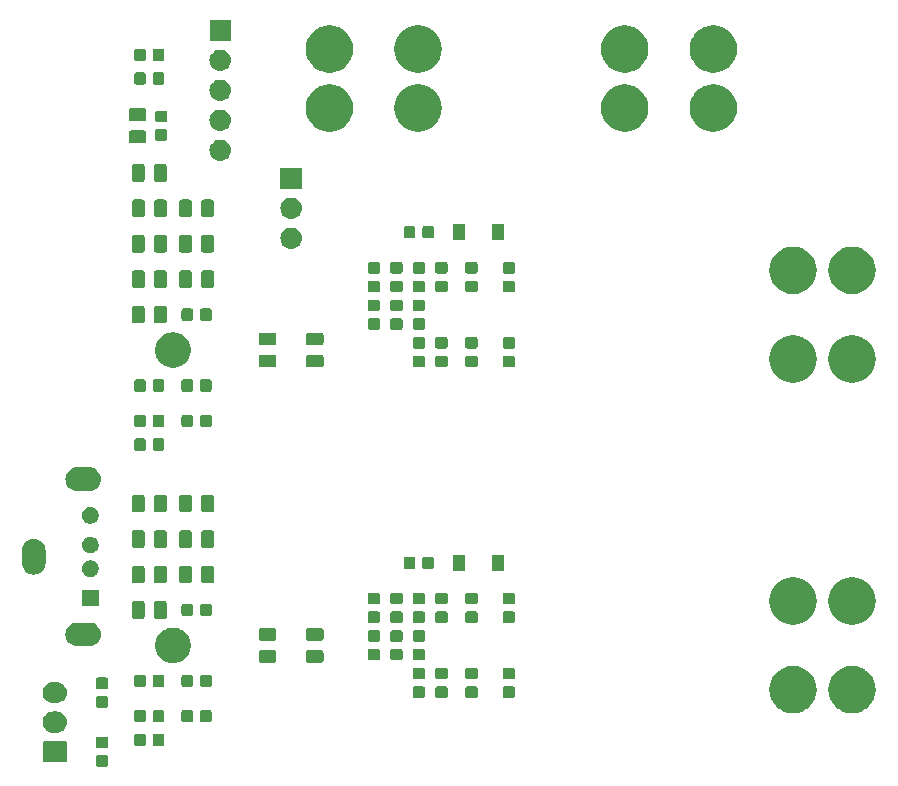
<source format=gbr>
G04 #@! TF.GenerationSoftware,KiCad,Pcbnew,(5.1.2)-1*
G04 #@! TF.CreationDate,2019-12-27T14:53:11-08:00*
G04 #@! TF.ProjectId,design,64657369-676e-42e6-9b69-6361645f7063,rev?*
G04 #@! TF.SameCoordinates,Original*
G04 #@! TF.FileFunction,Soldermask,Bot*
G04 #@! TF.FilePolarity,Negative*
%FSLAX46Y46*%
G04 Gerber Fmt 4.6, Leading zero omitted, Abs format (unit mm)*
G04 Created by KiCad (PCBNEW (5.1.2)-1) date 2019-12-27 14:53:11*
%MOMM*%
%LPD*%
G04 APERTURE LIST*
%ADD10C,0.100000*%
G04 APERTURE END LIST*
D10*
G36*
X134379591Y-93303085D02*
G01*
X134413569Y-93313393D01*
X134444890Y-93330134D01*
X134472339Y-93352661D01*
X134494866Y-93380110D01*
X134511607Y-93411431D01*
X134521915Y-93445409D01*
X134526000Y-93486890D01*
X134526000Y-94088110D01*
X134521915Y-94129591D01*
X134511607Y-94163569D01*
X134494866Y-94194890D01*
X134472339Y-94222339D01*
X134444890Y-94244866D01*
X134413569Y-94261607D01*
X134379591Y-94271915D01*
X134338110Y-94276000D01*
X133661890Y-94276000D01*
X133620409Y-94271915D01*
X133586431Y-94261607D01*
X133555110Y-94244866D01*
X133527661Y-94222339D01*
X133505134Y-94194890D01*
X133488393Y-94163569D01*
X133478085Y-94129591D01*
X133474000Y-94088110D01*
X133474000Y-93486890D01*
X133478085Y-93445409D01*
X133488393Y-93411431D01*
X133505134Y-93380110D01*
X133527661Y-93352661D01*
X133555110Y-93330134D01*
X133586431Y-93313393D01*
X133620409Y-93303085D01*
X133661890Y-93299000D01*
X134338110Y-93299000D01*
X134379591Y-93303085D01*
X134379591Y-93303085D01*
G37*
G36*
X130883600Y-92102989D02*
G01*
X130916652Y-92113015D01*
X130947103Y-92129292D01*
X130973799Y-92151201D01*
X130995708Y-92177897D01*
X131011985Y-92208348D01*
X131022011Y-92241400D01*
X131026000Y-92281903D01*
X131026000Y-93718097D01*
X131022011Y-93758600D01*
X131011985Y-93791652D01*
X130995708Y-93822103D01*
X130973799Y-93848799D01*
X130947103Y-93870708D01*
X130916652Y-93886985D01*
X130883600Y-93897011D01*
X130843097Y-93901000D01*
X129156903Y-93901000D01*
X129116400Y-93897011D01*
X129083348Y-93886985D01*
X129052897Y-93870708D01*
X129026201Y-93848799D01*
X129004292Y-93822103D01*
X128988015Y-93791652D01*
X128977989Y-93758600D01*
X128974000Y-93718097D01*
X128974000Y-92281903D01*
X128977989Y-92241400D01*
X128988015Y-92208348D01*
X129004292Y-92177897D01*
X129026201Y-92151201D01*
X129052897Y-92129292D01*
X129083348Y-92113015D01*
X129116400Y-92102989D01*
X129156903Y-92099000D01*
X130843097Y-92099000D01*
X130883600Y-92102989D01*
X130883600Y-92102989D01*
G37*
G36*
X134379591Y-91728085D02*
G01*
X134413569Y-91738393D01*
X134444890Y-91755134D01*
X134472339Y-91777661D01*
X134494866Y-91805110D01*
X134511607Y-91836431D01*
X134521915Y-91870409D01*
X134526000Y-91911890D01*
X134526000Y-92513110D01*
X134521915Y-92554591D01*
X134511607Y-92588569D01*
X134494866Y-92619890D01*
X134472339Y-92647339D01*
X134444890Y-92669866D01*
X134413569Y-92686607D01*
X134379591Y-92696915D01*
X134338110Y-92701000D01*
X133661890Y-92701000D01*
X133620409Y-92696915D01*
X133586431Y-92686607D01*
X133555110Y-92669866D01*
X133527661Y-92647339D01*
X133505134Y-92619890D01*
X133488393Y-92588569D01*
X133478085Y-92554591D01*
X133474000Y-92513110D01*
X133474000Y-91911890D01*
X133478085Y-91870409D01*
X133488393Y-91836431D01*
X133505134Y-91805110D01*
X133527661Y-91777661D01*
X133555110Y-91755134D01*
X133586431Y-91738393D01*
X133620409Y-91728085D01*
X133661890Y-91724000D01*
X134338110Y-91724000D01*
X134379591Y-91728085D01*
X134379591Y-91728085D01*
G37*
G36*
X137554591Y-91478085D02*
G01*
X137588569Y-91488393D01*
X137619890Y-91505134D01*
X137647339Y-91527661D01*
X137669866Y-91555110D01*
X137686607Y-91586431D01*
X137696915Y-91620409D01*
X137701000Y-91661890D01*
X137701000Y-92338110D01*
X137696915Y-92379591D01*
X137686607Y-92413569D01*
X137669866Y-92444890D01*
X137647339Y-92472339D01*
X137619890Y-92494866D01*
X137588569Y-92511607D01*
X137554591Y-92521915D01*
X137513110Y-92526000D01*
X136911890Y-92526000D01*
X136870409Y-92521915D01*
X136836431Y-92511607D01*
X136805110Y-92494866D01*
X136777661Y-92472339D01*
X136755134Y-92444890D01*
X136738393Y-92413569D01*
X136728085Y-92379591D01*
X136724000Y-92338110D01*
X136724000Y-91661890D01*
X136728085Y-91620409D01*
X136738393Y-91586431D01*
X136755134Y-91555110D01*
X136777661Y-91527661D01*
X136805110Y-91505134D01*
X136836431Y-91488393D01*
X136870409Y-91478085D01*
X136911890Y-91474000D01*
X137513110Y-91474000D01*
X137554591Y-91478085D01*
X137554591Y-91478085D01*
G37*
G36*
X139129591Y-91478085D02*
G01*
X139163569Y-91488393D01*
X139194890Y-91505134D01*
X139222339Y-91527661D01*
X139244866Y-91555110D01*
X139261607Y-91586431D01*
X139271915Y-91620409D01*
X139276000Y-91661890D01*
X139276000Y-92338110D01*
X139271915Y-92379591D01*
X139261607Y-92413569D01*
X139244866Y-92444890D01*
X139222339Y-92472339D01*
X139194890Y-92494866D01*
X139163569Y-92511607D01*
X139129591Y-92521915D01*
X139088110Y-92526000D01*
X138486890Y-92526000D01*
X138445409Y-92521915D01*
X138411431Y-92511607D01*
X138380110Y-92494866D01*
X138352661Y-92472339D01*
X138330134Y-92444890D01*
X138313393Y-92413569D01*
X138303085Y-92379591D01*
X138299000Y-92338110D01*
X138299000Y-91661890D01*
X138303085Y-91620409D01*
X138313393Y-91586431D01*
X138330134Y-91555110D01*
X138352661Y-91527661D01*
X138380110Y-91505134D01*
X138411431Y-91488393D01*
X138445409Y-91478085D01*
X138486890Y-91474000D01*
X139088110Y-91474000D01*
X139129591Y-91478085D01*
X139129591Y-91478085D01*
G37*
G36*
X130235442Y-89605518D02*
G01*
X130301627Y-89612037D01*
X130471466Y-89663557D01*
X130627991Y-89747222D01*
X130632594Y-89751000D01*
X130765186Y-89859814D01*
X130848448Y-89961271D01*
X130877778Y-89997009D01*
X130961443Y-90153534D01*
X131012963Y-90323373D01*
X131030359Y-90500000D01*
X131012963Y-90676627D01*
X130961443Y-90846466D01*
X130877778Y-91002991D01*
X130848448Y-91038729D01*
X130765186Y-91140186D01*
X130663729Y-91223448D01*
X130627991Y-91252778D01*
X130471466Y-91336443D01*
X130301627Y-91387963D01*
X130235442Y-91394482D01*
X130169260Y-91401000D01*
X129830740Y-91401000D01*
X129764558Y-91394482D01*
X129698373Y-91387963D01*
X129528534Y-91336443D01*
X129372009Y-91252778D01*
X129336271Y-91223448D01*
X129234814Y-91140186D01*
X129151552Y-91038729D01*
X129122222Y-91002991D01*
X129038557Y-90846466D01*
X128987037Y-90676627D01*
X128969641Y-90500000D01*
X128987037Y-90323373D01*
X129038557Y-90153534D01*
X129122222Y-89997009D01*
X129151552Y-89961271D01*
X129234814Y-89859814D01*
X129367406Y-89751000D01*
X129372009Y-89747222D01*
X129528534Y-89663557D01*
X129698373Y-89612037D01*
X129764558Y-89605518D01*
X129830740Y-89599000D01*
X130169260Y-89599000D01*
X130235442Y-89605518D01*
X130235442Y-89605518D01*
G37*
G36*
X137554591Y-89478085D02*
G01*
X137588569Y-89488393D01*
X137619890Y-89505134D01*
X137647339Y-89527661D01*
X137669866Y-89555110D01*
X137686607Y-89586431D01*
X137696915Y-89620409D01*
X137701000Y-89661890D01*
X137701000Y-90338110D01*
X137696915Y-90379591D01*
X137686607Y-90413569D01*
X137669866Y-90444890D01*
X137647339Y-90472339D01*
X137619890Y-90494866D01*
X137588569Y-90511607D01*
X137554591Y-90521915D01*
X137513110Y-90526000D01*
X136911890Y-90526000D01*
X136870409Y-90521915D01*
X136836431Y-90511607D01*
X136805110Y-90494866D01*
X136777661Y-90472339D01*
X136755134Y-90444890D01*
X136738393Y-90413569D01*
X136728085Y-90379591D01*
X136724000Y-90338110D01*
X136724000Y-89661890D01*
X136728085Y-89620409D01*
X136738393Y-89586431D01*
X136755134Y-89555110D01*
X136777661Y-89527661D01*
X136805110Y-89505134D01*
X136836431Y-89488393D01*
X136870409Y-89478085D01*
X136911890Y-89474000D01*
X137513110Y-89474000D01*
X137554591Y-89478085D01*
X137554591Y-89478085D01*
G37*
G36*
X143129591Y-89478085D02*
G01*
X143163569Y-89488393D01*
X143194890Y-89505134D01*
X143222339Y-89527661D01*
X143244866Y-89555110D01*
X143261607Y-89586431D01*
X143271915Y-89620409D01*
X143276000Y-89661890D01*
X143276000Y-90338110D01*
X143271915Y-90379591D01*
X143261607Y-90413569D01*
X143244866Y-90444890D01*
X143222339Y-90472339D01*
X143194890Y-90494866D01*
X143163569Y-90511607D01*
X143129591Y-90521915D01*
X143088110Y-90526000D01*
X142486890Y-90526000D01*
X142445409Y-90521915D01*
X142411431Y-90511607D01*
X142380110Y-90494866D01*
X142352661Y-90472339D01*
X142330134Y-90444890D01*
X142313393Y-90413569D01*
X142303085Y-90379591D01*
X142299000Y-90338110D01*
X142299000Y-89661890D01*
X142303085Y-89620409D01*
X142313393Y-89586431D01*
X142330134Y-89555110D01*
X142352661Y-89527661D01*
X142380110Y-89505134D01*
X142411431Y-89488393D01*
X142445409Y-89478085D01*
X142486890Y-89474000D01*
X143088110Y-89474000D01*
X143129591Y-89478085D01*
X143129591Y-89478085D01*
G37*
G36*
X139129591Y-89478085D02*
G01*
X139163569Y-89488393D01*
X139194890Y-89505134D01*
X139222339Y-89527661D01*
X139244866Y-89555110D01*
X139261607Y-89586431D01*
X139271915Y-89620409D01*
X139276000Y-89661890D01*
X139276000Y-90338110D01*
X139271915Y-90379591D01*
X139261607Y-90413569D01*
X139244866Y-90444890D01*
X139222339Y-90472339D01*
X139194890Y-90494866D01*
X139163569Y-90511607D01*
X139129591Y-90521915D01*
X139088110Y-90526000D01*
X138486890Y-90526000D01*
X138445409Y-90521915D01*
X138411431Y-90511607D01*
X138380110Y-90494866D01*
X138352661Y-90472339D01*
X138330134Y-90444890D01*
X138313393Y-90413569D01*
X138303085Y-90379591D01*
X138299000Y-90338110D01*
X138299000Y-89661890D01*
X138303085Y-89620409D01*
X138313393Y-89586431D01*
X138330134Y-89555110D01*
X138352661Y-89527661D01*
X138380110Y-89505134D01*
X138411431Y-89488393D01*
X138445409Y-89478085D01*
X138486890Y-89474000D01*
X139088110Y-89474000D01*
X139129591Y-89478085D01*
X139129591Y-89478085D01*
G37*
G36*
X141554591Y-89478085D02*
G01*
X141588569Y-89488393D01*
X141619890Y-89505134D01*
X141647339Y-89527661D01*
X141669866Y-89555110D01*
X141686607Y-89586431D01*
X141696915Y-89620409D01*
X141701000Y-89661890D01*
X141701000Y-90338110D01*
X141696915Y-90379591D01*
X141686607Y-90413569D01*
X141669866Y-90444890D01*
X141647339Y-90472339D01*
X141619890Y-90494866D01*
X141588569Y-90511607D01*
X141554591Y-90521915D01*
X141513110Y-90526000D01*
X140911890Y-90526000D01*
X140870409Y-90521915D01*
X140836431Y-90511607D01*
X140805110Y-90494866D01*
X140777661Y-90472339D01*
X140755134Y-90444890D01*
X140738393Y-90413569D01*
X140728085Y-90379591D01*
X140724000Y-90338110D01*
X140724000Y-89661890D01*
X140728085Y-89620409D01*
X140738393Y-89586431D01*
X140755134Y-89555110D01*
X140777661Y-89527661D01*
X140805110Y-89505134D01*
X140836431Y-89488393D01*
X140870409Y-89478085D01*
X140911890Y-89474000D01*
X141513110Y-89474000D01*
X141554591Y-89478085D01*
X141554591Y-89478085D01*
G37*
G36*
X197892263Y-85777953D02*
G01*
X198269457Y-85892374D01*
X198555765Y-86045409D01*
X198617075Y-86078180D01*
X198696363Y-86143250D01*
X198921767Y-86328233D01*
X199075176Y-86515164D01*
X199171820Y-86632925D01*
X199171821Y-86632927D01*
X199357626Y-86980543D01*
X199472047Y-87357737D01*
X199510681Y-87750000D01*
X199472047Y-88142263D01*
X199357626Y-88519457D01*
X199190889Y-88831399D01*
X199171820Y-88867075D01*
X199143978Y-88901000D01*
X198921767Y-89171767D01*
X198696446Y-89356682D01*
X198617075Y-89421820D01*
X198617073Y-89421821D01*
X198269457Y-89607626D01*
X197892263Y-89722047D01*
X197598296Y-89751000D01*
X197401704Y-89751000D01*
X197107737Y-89722047D01*
X196730543Y-89607626D01*
X196382927Y-89421821D01*
X196382925Y-89421820D01*
X196303554Y-89356682D01*
X196078233Y-89171767D01*
X195856022Y-88901000D01*
X195828180Y-88867075D01*
X195809111Y-88831399D01*
X195642374Y-88519457D01*
X195527953Y-88142263D01*
X195489319Y-87750000D01*
X195527953Y-87357737D01*
X195642374Y-86980543D01*
X195828179Y-86632927D01*
X195828180Y-86632925D01*
X195924824Y-86515164D01*
X196078233Y-86328233D01*
X196303637Y-86143250D01*
X196382925Y-86078180D01*
X196444235Y-86045409D01*
X196730543Y-85892374D01*
X197107737Y-85777953D01*
X197401704Y-85749000D01*
X197598296Y-85749000D01*
X197892263Y-85777953D01*
X197892263Y-85777953D01*
G37*
G36*
X192892263Y-85777953D02*
G01*
X193269457Y-85892374D01*
X193555765Y-86045409D01*
X193617075Y-86078180D01*
X193696363Y-86143250D01*
X193921767Y-86328233D01*
X194075176Y-86515164D01*
X194171820Y-86632925D01*
X194171821Y-86632927D01*
X194357626Y-86980543D01*
X194472047Y-87357737D01*
X194510681Y-87750000D01*
X194472047Y-88142263D01*
X194357626Y-88519457D01*
X194190889Y-88831399D01*
X194171820Y-88867075D01*
X194143978Y-88901000D01*
X193921767Y-89171767D01*
X193696446Y-89356682D01*
X193617075Y-89421820D01*
X193617073Y-89421821D01*
X193269457Y-89607626D01*
X192892263Y-89722047D01*
X192598296Y-89751000D01*
X192401704Y-89751000D01*
X192107737Y-89722047D01*
X191730543Y-89607626D01*
X191382927Y-89421821D01*
X191382925Y-89421820D01*
X191303554Y-89356682D01*
X191078233Y-89171767D01*
X190856022Y-88901000D01*
X190828180Y-88867075D01*
X190809111Y-88831399D01*
X190642374Y-88519457D01*
X190527953Y-88142263D01*
X190489319Y-87750000D01*
X190527953Y-87357737D01*
X190642374Y-86980543D01*
X190828179Y-86632927D01*
X190828180Y-86632925D01*
X190924824Y-86515164D01*
X191078233Y-86328233D01*
X191303637Y-86143250D01*
X191382925Y-86078180D01*
X191444235Y-86045409D01*
X191730543Y-85892374D01*
X192107737Y-85777953D01*
X192401704Y-85749000D01*
X192598296Y-85749000D01*
X192892263Y-85777953D01*
X192892263Y-85777953D01*
G37*
G36*
X134379591Y-88303085D02*
G01*
X134413569Y-88313393D01*
X134444890Y-88330134D01*
X134472339Y-88352661D01*
X134494866Y-88380110D01*
X134511607Y-88411431D01*
X134521915Y-88445409D01*
X134526000Y-88486890D01*
X134526000Y-89088110D01*
X134521915Y-89129591D01*
X134511607Y-89163569D01*
X134494866Y-89194890D01*
X134472339Y-89222339D01*
X134444890Y-89244866D01*
X134413569Y-89261607D01*
X134379591Y-89271915D01*
X134338110Y-89276000D01*
X133661890Y-89276000D01*
X133620409Y-89271915D01*
X133586431Y-89261607D01*
X133555110Y-89244866D01*
X133527661Y-89222339D01*
X133505134Y-89194890D01*
X133488393Y-89163569D01*
X133478085Y-89129591D01*
X133474000Y-89088110D01*
X133474000Y-88486890D01*
X133478085Y-88445409D01*
X133488393Y-88411431D01*
X133505134Y-88380110D01*
X133527661Y-88352661D01*
X133555110Y-88330134D01*
X133586431Y-88313393D01*
X133620409Y-88303085D01*
X133661890Y-88299000D01*
X134338110Y-88299000D01*
X134379591Y-88303085D01*
X134379591Y-88303085D01*
G37*
G36*
X130235443Y-87105519D02*
G01*
X130301627Y-87112037D01*
X130471466Y-87163557D01*
X130627991Y-87247222D01*
X130663729Y-87276552D01*
X130765186Y-87359814D01*
X130812484Y-87417448D01*
X130877778Y-87497009D01*
X130961443Y-87653534D01*
X131012963Y-87823373D01*
X131030359Y-88000000D01*
X131012963Y-88176627D01*
X130961443Y-88346466D01*
X130877778Y-88502991D01*
X130848448Y-88538729D01*
X130765186Y-88640186D01*
X130663729Y-88723448D01*
X130627991Y-88752778D01*
X130471466Y-88836443D01*
X130301627Y-88887963D01*
X130235442Y-88894482D01*
X130169260Y-88901000D01*
X129830740Y-88901000D01*
X129764558Y-88894482D01*
X129698373Y-88887963D01*
X129528534Y-88836443D01*
X129372009Y-88752778D01*
X129336271Y-88723448D01*
X129234814Y-88640186D01*
X129151552Y-88538729D01*
X129122222Y-88502991D01*
X129038557Y-88346466D01*
X128987037Y-88176627D01*
X128969641Y-88000000D01*
X128987037Y-87823373D01*
X129038557Y-87653534D01*
X129122222Y-87497009D01*
X129187516Y-87417448D01*
X129234814Y-87359814D01*
X129336271Y-87276552D01*
X129372009Y-87247222D01*
X129528534Y-87163557D01*
X129698373Y-87112037D01*
X129764557Y-87105519D01*
X129830740Y-87099000D01*
X130169260Y-87099000D01*
X130235443Y-87105519D01*
X130235443Y-87105519D01*
G37*
G36*
X161204591Y-87478085D02*
G01*
X161238569Y-87488393D01*
X161269890Y-87505134D01*
X161297339Y-87527661D01*
X161319866Y-87555110D01*
X161336607Y-87586431D01*
X161346915Y-87620409D01*
X161351000Y-87661890D01*
X161351000Y-88263110D01*
X161346915Y-88304591D01*
X161336607Y-88338569D01*
X161319866Y-88369890D01*
X161297339Y-88397339D01*
X161269890Y-88419866D01*
X161238569Y-88436607D01*
X161204591Y-88446915D01*
X161163110Y-88451000D01*
X160486890Y-88451000D01*
X160445409Y-88446915D01*
X160411431Y-88436607D01*
X160380110Y-88419866D01*
X160352661Y-88397339D01*
X160330134Y-88369890D01*
X160313393Y-88338569D01*
X160303085Y-88304591D01*
X160299000Y-88263110D01*
X160299000Y-87661890D01*
X160303085Y-87620409D01*
X160313393Y-87586431D01*
X160330134Y-87555110D01*
X160352661Y-87527661D01*
X160380110Y-87505134D01*
X160411431Y-87488393D01*
X160445409Y-87478085D01*
X160486890Y-87474000D01*
X161163110Y-87474000D01*
X161204591Y-87478085D01*
X161204591Y-87478085D01*
G37*
G36*
X163109591Y-87478085D02*
G01*
X163143569Y-87488393D01*
X163174890Y-87505134D01*
X163202339Y-87527661D01*
X163224866Y-87555110D01*
X163241607Y-87586431D01*
X163251915Y-87620409D01*
X163256000Y-87661890D01*
X163256000Y-88263110D01*
X163251915Y-88304591D01*
X163241607Y-88338569D01*
X163224866Y-88369890D01*
X163202339Y-88397339D01*
X163174890Y-88419866D01*
X163143569Y-88436607D01*
X163109591Y-88446915D01*
X163068110Y-88451000D01*
X162391890Y-88451000D01*
X162350409Y-88446915D01*
X162316431Y-88436607D01*
X162285110Y-88419866D01*
X162257661Y-88397339D01*
X162235134Y-88369890D01*
X162218393Y-88338569D01*
X162208085Y-88304591D01*
X162204000Y-88263110D01*
X162204000Y-87661890D01*
X162208085Y-87620409D01*
X162218393Y-87586431D01*
X162235134Y-87555110D01*
X162257661Y-87527661D01*
X162285110Y-87505134D01*
X162316431Y-87488393D01*
X162350409Y-87478085D01*
X162391890Y-87474000D01*
X163068110Y-87474000D01*
X163109591Y-87478085D01*
X163109591Y-87478085D01*
G37*
G36*
X165649591Y-87478085D02*
G01*
X165683569Y-87488393D01*
X165714890Y-87505134D01*
X165742339Y-87527661D01*
X165764866Y-87555110D01*
X165781607Y-87586431D01*
X165791915Y-87620409D01*
X165796000Y-87661890D01*
X165796000Y-88263110D01*
X165791915Y-88304591D01*
X165781607Y-88338569D01*
X165764866Y-88369890D01*
X165742339Y-88397339D01*
X165714890Y-88419866D01*
X165683569Y-88436607D01*
X165649591Y-88446915D01*
X165608110Y-88451000D01*
X164931890Y-88451000D01*
X164890409Y-88446915D01*
X164856431Y-88436607D01*
X164825110Y-88419866D01*
X164797661Y-88397339D01*
X164775134Y-88369890D01*
X164758393Y-88338569D01*
X164748085Y-88304591D01*
X164744000Y-88263110D01*
X164744000Y-87661890D01*
X164748085Y-87620409D01*
X164758393Y-87586431D01*
X164775134Y-87555110D01*
X164797661Y-87527661D01*
X164825110Y-87505134D01*
X164856431Y-87488393D01*
X164890409Y-87478085D01*
X164931890Y-87474000D01*
X165608110Y-87474000D01*
X165649591Y-87478085D01*
X165649591Y-87478085D01*
G37*
G36*
X168824591Y-87478085D02*
G01*
X168858569Y-87488393D01*
X168889890Y-87505134D01*
X168917339Y-87527661D01*
X168939866Y-87555110D01*
X168956607Y-87586431D01*
X168966915Y-87620409D01*
X168971000Y-87661890D01*
X168971000Y-88263110D01*
X168966915Y-88304591D01*
X168956607Y-88338569D01*
X168939866Y-88369890D01*
X168917339Y-88397339D01*
X168889890Y-88419866D01*
X168858569Y-88436607D01*
X168824591Y-88446915D01*
X168783110Y-88451000D01*
X168106890Y-88451000D01*
X168065409Y-88446915D01*
X168031431Y-88436607D01*
X168000110Y-88419866D01*
X167972661Y-88397339D01*
X167950134Y-88369890D01*
X167933393Y-88338569D01*
X167923085Y-88304591D01*
X167919000Y-88263110D01*
X167919000Y-87661890D01*
X167923085Y-87620409D01*
X167933393Y-87586431D01*
X167950134Y-87555110D01*
X167972661Y-87527661D01*
X168000110Y-87505134D01*
X168031431Y-87488393D01*
X168065409Y-87478085D01*
X168106890Y-87474000D01*
X168783110Y-87474000D01*
X168824591Y-87478085D01*
X168824591Y-87478085D01*
G37*
G36*
X134379591Y-86728085D02*
G01*
X134413569Y-86738393D01*
X134444890Y-86755134D01*
X134472339Y-86777661D01*
X134494866Y-86805110D01*
X134511607Y-86836431D01*
X134521915Y-86870409D01*
X134526000Y-86911890D01*
X134526000Y-87513110D01*
X134521915Y-87554591D01*
X134511607Y-87588569D01*
X134494866Y-87619890D01*
X134472339Y-87647339D01*
X134444890Y-87669866D01*
X134413569Y-87686607D01*
X134379591Y-87696915D01*
X134338110Y-87701000D01*
X133661890Y-87701000D01*
X133620409Y-87696915D01*
X133586431Y-87686607D01*
X133555110Y-87669866D01*
X133527661Y-87647339D01*
X133505134Y-87619890D01*
X133488393Y-87588569D01*
X133478085Y-87554591D01*
X133474000Y-87513110D01*
X133474000Y-86911890D01*
X133478085Y-86870409D01*
X133488393Y-86836431D01*
X133505134Y-86805110D01*
X133527661Y-86777661D01*
X133555110Y-86755134D01*
X133586431Y-86738393D01*
X133620409Y-86728085D01*
X133661890Y-86724000D01*
X134338110Y-86724000D01*
X134379591Y-86728085D01*
X134379591Y-86728085D01*
G37*
G36*
X137554591Y-86478085D02*
G01*
X137588569Y-86488393D01*
X137619890Y-86505134D01*
X137647339Y-86527661D01*
X137669866Y-86555110D01*
X137686607Y-86586431D01*
X137696915Y-86620409D01*
X137701000Y-86661890D01*
X137701000Y-87338110D01*
X137696915Y-87379591D01*
X137686607Y-87413569D01*
X137669866Y-87444890D01*
X137647339Y-87472339D01*
X137619890Y-87494866D01*
X137588569Y-87511607D01*
X137554591Y-87521915D01*
X137513110Y-87526000D01*
X136911890Y-87526000D01*
X136870409Y-87521915D01*
X136836431Y-87511607D01*
X136805110Y-87494866D01*
X136777661Y-87472339D01*
X136755134Y-87444890D01*
X136738393Y-87413569D01*
X136728085Y-87379591D01*
X136724000Y-87338110D01*
X136724000Y-86661890D01*
X136728085Y-86620409D01*
X136738393Y-86586431D01*
X136755134Y-86555110D01*
X136777661Y-86527661D01*
X136805110Y-86505134D01*
X136836431Y-86488393D01*
X136870409Y-86478085D01*
X136911890Y-86474000D01*
X137513110Y-86474000D01*
X137554591Y-86478085D01*
X137554591Y-86478085D01*
G37*
G36*
X139129591Y-86478085D02*
G01*
X139163569Y-86488393D01*
X139194890Y-86505134D01*
X139222339Y-86527661D01*
X139244866Y-86555110D01*
X139261607Y-86586431D01*
X139271915Y-86620409D01*
X139276000Y-86661890D01*
X139276000Y-87338110D01*
X139271915Y-87379591D01*
X139261607Y-87413569D01*
X139244866Y-87444890D01*
X139222339Y-87472339D01*
X139194890Y-87494866D01*
X139163569Y-87511607D01*
X139129591Y-87521915D01*
X139088110Y-87526000D01*
X138486890Y-87526000D01*
X138445409Y-87521915D01*
X138411431Y-87511607D01*
X138380110Y-87494866D01*
X138352661Y-87472339D01*
X138330134Y-87444890D01*
X138313393Y-87413569D01*
X138303085Y-87379591D01*
X138299000Y-87338110D01*
X138299000Y-86661890D01*
X138303085Y-86620409D01*
X138313393Y-86586431D01*
X138330134Y-86555110D01*
X138352661Y-86527661D01*
X138380110Y-86505134D01*
X138411431Y-86488393D01*
X138445409Y-86478085D01*
X138486890Y-86474000D01*
X139088110Y-86474000D01*
X139129591Y-86478085D01*
X139129591Y-86478085D01*
G37*
G36*
X143129591Y-86478085D02*
G01*
X143163569Y-86488393D01*
X143194890Y-86505134D01*
X143222339Y-86527661D01*
X143244866Y-86555110D01*
X143261607Y-86586431D01*
X143271915Y-86620409D01*
X143276000Y-86661890D01*
X143276000Y-87338110D01*
X143271915Y-87379591D01*
X143261607Y-87413569D01*
X143244866Y-87444890D01*
X143222339Y-87472339D01*
X143194890Y-87494866D01*
X143163569Y-87511607D01*
X143129591Y-87521915D01*
X143088110Y-87526000D01*
X142486890Y-87526000D01*
X142445409Y-87521915D01*
X142411431Y-87511607D01*
X142380110Y-87494866D01*
X142352661Y-87472339D01*
X142330134Y-87444890D01*
X142313393Y-87413569D01*
X142303085Y-87379591D01*
X142299000Y-87338110D01*
X142299000Y-86661890D01*
X142303085Y-86620409D01*
X142313393Y-86586431D01*
X142330134Y-86555110D01*
X142352661Y-86527661D01*
X142380110Y-86505134D01*
X142411431Y-86488393D01*
X142445409Y-86478085D01*
X142486890Y-86474000D01*
X143088110Y-86474000D01*
X143129591Y-86478085D01*
X143129591Y-86478085D01*
G37*
G36*
X141554591Y-86478085D02*
G01*
X141588569Y-86488393D01*
X141619890Y-86505134D01*
X141647339Y-86527661D01*
X141669866Y-86555110D01*
X141686607Y-86586431D01*
X141696915Y-86620409D01*
X141701000Y-86661890D01*
X141701000Y-87338110D01*
X141696915Y-87379591D01*
X141686607Y-87413569D01*
X141669866Y-87444890D01*
X141647339Y-87472339D01*
X141619890Y-87494866D01*
X141588569Y-87511607D01*
X141554591Y-87521915D01*
X141513110Y-87526000D01*
X140911890Y-87526000D01*
X140870409Y-87521915D01*
X140836431Y-87511607D01*
X140805110Y-87494866D01*
X140777661Y-87472339D01*
X140755134Y-87444890D01*
X140738393Y-87413569D01*
X140728085Y-87379591D01*
X140724000Y-87338110D01*
X140724000Y-86661890D01*
X140728085Y-86620409D01*
X140738393Y-86586431D01*
X140755134Y-86555110D01*
X140777661Y-86527661D01*
X140805110Y-86505134D01*
X140836431Y-86488393D01*
X140870409Y-86478085D01*
X140911890Y-86474000D01*
X141513110Y-86474000D01*
X141554591Y-86478085D01*
X141554591Y-86478085D01*
G37*
G36*
X163109591Y-85903085D02*
G01*
X163143569Y-85913393D01*
X163174890Y-85930134D01*
X163202339Y-85952661D01*
X163224866Y-85980110D01*
X163241607Y-86011431D01*
X163251915Y-86045409D01*
X163256000Y-86086890D01*
X163256000Y-86688110D01*
X163251915Y-86729591D01*
X163241607Y-86763569D01*
X163224866Y-86794890D01*
X163202339Y-86822339D01*
X163174890Y-86844866D01*
X163143569Y-86861607D01*
X163109591Y-86871915D01*
X163068110Y-86876000D01*
X162391890Y-86876000D01*
X162350409Y-86871915D01*
X162316431Y-86861607D01*
X162285110Y-86844866D01*
X162257661Y-86822339D01*
X162235134Y-86794890D01*
X162218393Y-86763569D01*
X162208085Y-86729591D01*
X162204000Y-86688110D01*
X162204000Y-86086890D01*
X162208085Y-86045409D01*
X162218393Y-86011431D01*
X162235134Y-85980110D01*
X162257661Y-85952661D01*
X162285110Y-85930134D01*
X162316431Y-85913393D01*
X162350409Y-85903085D01*
X162391890Y-85899000D01*
X163068110Y-85899000D01*
X163109591Y-85903085D01*
X163109591Y-85903085D01*
G37*
G36*
X165649591Y-85903085D02*
G01*
X165683569Y-85913393D01*
X165714890Y-85930134D01*
X165742339Y-85952661D01*
X165764866Y-85980110D01*
X165781607Y-86011431D01*
X165791915Y-86045409D01*
X165796000Y-86086890D01*
X165796000Y-86688110D01*
X165791915Y-86729591D01*
X165781607Y-86763569D01*
X165764866Y-86794890D01*
X165742339Y-86822339D01*
X165714890Y-86844866D01*
X165683569Y-86861607D01*
X165649591Y-86871915D01*
X165608110Y-86876000D01*
X164931890Y-86876000D01*
X164890409Y-86871915D01*
X164856431Y-86861607D01*
X164825110Y-86844866D01*
X164797661Y-86822339D01*
X164775134Y-86794890D01*
X164758393Y-86763569D01*
X164748085Y-86729591D01*
X164744000Y-86688110D01*
X164744000Y-86086890D01*
X164748085Y-86045409D01*
X164758393Y-86011431D01*
X164775134Y-85980110D01*
X164797661Y-85952661D01*
X164825110Y-85930134D01*
X164856431Y-85913393D01*
X164890409Y-85903085D01*
X164931890Y-85899000D01*
X165608110Y-85899000D01*
X165649591Y-85903085D01*
X165649591Y-85903085D01*
G37*
G36*
X168824591Y-85903085D02*
G01*
X168858569Y-85913393D01*
X168889890Y-85930134D01*
X168917339Y-85952661D01*
X168939866Y-85980110D01*
X168956607Y-86011431D01*
X168966915Y-86045409D01*
X168971000Y-86086890D01*
X168971000Y-86688110D01*
X168966915Y-86729591D01*
X168956607Y-86763569D01*
X168939866Y-86794890D01*
X168917339Y-86822339D01*
X168889890Y-86844866D01*
X168858569Y-86861607D01*
X168824591Y-86871915D01*
X168783110Y-86876000D01*
X168106890Y-86876000D01*
X168065409Y-86871915D01*
X168031431Y-86861607D01*
X168000110Y-86844866D01*
X167972661Y-86822339D01*
X167950134Y-86794890D01*
X167933393Y-86763569D01*
X167923085Y-86729591D01*
X167919000Y-86688110D01*
X167919000Y-86086890D01*
X167923085Y-86045409D01*
X167933393Y-86011431D01*
X167950134Y-85980110D01*
X167972661Y-85952661D01*
X168000110Y-85930134D01*
X168031431Y-85913393D01*
X168065409Y-85903085D01*
X168106890Y-85899000D01*
X168783110Y-85899000D01*
X168824591Y-85903085D01*
X168824591Y-85903085D01*
G37*
G36*
X161204591Y-85903085D02*
G01*
X161238569Y-85913393D01*
X161269890Y-85930134D01*
X161297339Y-85952661D01*
X161319866Y-85980110D01*
X161336607Y-86011431D01*
X161346915Y-86045409D01*
X161351000Y-86086890D01*
X161351000Y-86688110D01*
X161346915Y-86729591D01*
X161336607Y-86763569D01*
X161319866Y-86794890D01*
X161297339Y-86822339D01*
X161269890Y-86844866D01*
X161238569Y-86861607D01*
X161204591Y-86871915D01*
X161163110Y-86876000D01*
X160486890Y-86876000D01*
X160445409Y-86871915D01*
X160411431Y-86861607D01*
X160380110Y-86844866D01*
X160352661Y-86822339D01*
X160330134Y-86794890D01*
X160313393Y-86763569D01*
X160303085Y-86729591D01*
X160299000Y-86688110D01*
X160299000Y-86086890D01*
X160303085Y-86045409D01*
X160313393Y-86011431D01*
X160330134Y-85980110D01*
X160352661Y-85952661D01*
X160380110Y-85930134D01*
X160411431Y-85913393D01*
X160445409Y-85903085D01*
X160486890Y-85899000D01*
X161163110Y-85899000D01*
X161204591Y-85903085D01*
X161204591Y-85903085D01*
G37*
G36*
X140209090Y-82511184D02*
G01*
X140437826Y-82556682D01*
X140468474Y-82569377D01*
X140710989Y-82669830D01*
X140811348Y-82736888D01*
X140956832Y-82834097D01*
X141165903Y-83043168D01*
X141248594Y-83166924D01*
X141330170Y-83289011D01*
X141347873Y-83331750D01*
X141443318Y-83562174D01*
X141456574Y-83628816D01*
X141501000Y-83852163D01*
X141501000Y-84147837D01*
X141443318Y-84437825D01*
X141330170Y-84710989D01*
X141330169Y-84710990D01*
X141165903Y-84956832D01*
X140956832Y-85165903D01*
X140895700Y-85206750D01*
X140710989Y-85330170D01*
X140581570Y-85383777D01*
X140437826Y-85443318D01*
X140296471Y-85471435D01*
X140147837Y-85501000D01*
X139852163Y-85501000D01*
X139703529Y-85471435D01*
X139562174Y-85443318D01*
X139418430Y-85383777D01*
X139289011Y-85330170D01*
X139104300Y-85206750D01*
X139043168Y-85165903D01*
X138834097Y-84956832D01*
X138669831Y-84710990D01*
X138669830Y-84710989D01*
X138556682Y-84437825D01*
X138499000Y-84147837D01*
X138499000Y-83852163D01*
X138543426Y-83628816D01*
X138556682Y-83562174D01*
X138652127Y-83331750D01*
X138669830Y-83289011D01*
X138751406Y-83166924D01*
X138834097Y-83043168D01*
X139043168Y-82834097D01*
X139188652Y-82736888D01*
X139289011Y-82669830D01*
X139531526Y-82569377D01*
X139562174Y-82556682D01*
X139790910Y-82511184D01*
X139852163Y-82499000D01*
X140147837Y-82499000D01*
X140209090Y-82511184D01*
X140209090Y-82511184D01*
G37*
G36*
X148584468Y-84403565D02*
G01*
X148623138Y-84415296D01*
X148658777Y-84434346D01*
X148690017Y-84459983D01*
X148715654Y-84491223D01*
X148734704Y-84526862D01*
X148746435Y-84565532D01*
X148751000Y-84611888D01*
X148751000Y-85263112D01*
X148746435Y-85309468D01*
X148734704Y-85348138D01*
X148715654Y-85383777D01*
X148690017Y-85415017D01*
X148658777Y-85440654D01*
X148623138Y-85459704D01*
X148584468Y-85471435D01*
X148538112Y-85476000D01*
X147461888Y-85476000D01*
X147415532Y-85471435D01*
X147376862Y-85459704D01*
X147341223Y-85440654D01*
X147309983Y-85415017D01*
X147284346Y-85383777D01*
X147265296Y-85348138D01*
X147253565Y-85309468D01*
X147249000Y-85263112D01*
X147249000Y-84611888D01*
X147253565Y-84565532D01*
X147265296Y-84526862D01*
X147284346Y-84491223D01*
X147309983Y-84459983D01*
X147341223Y-84434346D01*
X147376862Y-84415296D01*
X147415532Y-84403565D01*
X147461888Y-84399000D01*
X148538112Y-84399000D01*
X148584468Y-84403565D01*
X148584468Y-84403565D01*
G37*
G36*
X152584468Y-84403565D02*
G01*
X152623138Y-84415296D01*
X152658777Y-84434346D01*
X152690017Y-84459983D01*
X152715654Y-84491223D01*
X152734704Y-84526862D01*
X152746435Y-84565532D01*
X152751000Y-84611888D01*
X152751000Y-85263112D01*
X152746435Y-85309468D01*
X152734704Y-85348138D01*
X152715654Y-85383777D01*
X152690017Y-85415017D01*
X152658777Y-85440654D01*
X152623138Y-85459704D01*
X152584468Y-85471435D01*
X152538112Y-85476000D01*
X151461888Y-85476000D01*
X151415532Y-85471435D01*
X151376862Y-85459704D01*
X151341223Y-85440654D01*
X151309983Y-85415017D01*
X151284346Y-85383777D01*
X151265296Y-85348138D01*
X151253565Y-85309468D01*
X151249000Y-85263112D01*
X151249000Y-84611888D01*
X151253565Y-84565532D01*
X151265296Y-84526862D01*
X151284346Y-84491223D01*
X151309983Y-84459983D01*
X151341223Y-84434346D01*
X151376862Y-84415296D01*
X151415532Y-84403565D01*
X151461888Y-84399000D01*
X152538112Y-84399000D01*
X152584468Y-84403565D01*
X152584468Y-84403565D01*
G37*
G36*
X161204591Y-84303085D02*
G01*
X161238569Y-84313393D01*
X161269890Y-84330134D01*
X161297339Y-84352661D01*
X161319866Y-84380110D01*
X161336607Y-84411431D01*
X161346915Y-84445409D01*
X161351000Y-84486890D01*
X161351000Y-85088110D01*
X161346915Y-85129591D01*
X161336607Y-85163569D01*
X161319866Y-85194890D01*
X161297339Y-85222339D01*
X161269890Y-85244866D01*
X161238569Y-85261607D01*
X161204591Y-85271915D01*
X161163110Y-85276000D01*
X160486890Y-85276000D01*
X160445409Y-85271915D01*
X160411431Y-85261607D01*
X160380110Y-85244866D01*
X160352661Y-85222339D01*
X160330134Y-85194890D01*
X160313393Y-85163569D01*
X160303085Y-85129591D01*
X160299000Y-85088110D01*
X160299000Y-84486890D01*
X160303085Y-84445409D01*
X160313393Y-84411431D01*
X160330134Y-84380110D01*
X160352661Y-84352661D01*
X160380110Y-84330134D01*
X160411431Y-84313393D01*
X160445409Y-84303085D01*
X160486890Y-84299000D01*
X161163110Y-84299000D01*
X161204591Y-84303085D01*
X161204591Y-84303085D01*
G37*
G36*
X159299591Y-84303085D02*
G01*
X159333569Y-84313393D01*
X159364890Y-84330134D01*
X159392339Y-84352661D01*
X159414866Y-84380110D01*
X159431607Y-84411431D01*
X159441915Y-84445409D01*
X159446000Y-84486890D01*
X159446000Y-85088110D01*
X159441915Y-85129591D01*
X159431607Y-85163569D01*
X159414866Y-85194890D01*
X159392339Y-85222339D01*
X159364890Y-85244866D01*
X159333569Y-85261607D01*
X159299591Y-85271915D01*
X159258110Y-85276000D01*
X158581890Y-85276000D01*
X158540409Y-85271915D01*
X158506431Y-85261607D01*
X158475110Y-85244866D01*
X158447661Y-85222339D01*
X158425134Y-85194890D01*
X158408393Y-85163569D01*
X158398085Y-85129591D01*
X158394000Y-85088110D01*
X158394000Y-84486890D01*
X158398085Y-84445409D01*
X158408393Y-84411431D01*
X158425134Y-84380110D01*
X158447661Y-84352661D01*
X158475110Y-84330134D01*
X158506431Y-84313393D01*
X158540409Y-84303085D01*
X158581890Y-84299000D01*
X159258110Y-84299000D01*
X159299591Y-84303085D01*
X159299591Y-84303085D01*
G37*
G36*
X157394591Y-84303085D02*
G01*
X157428569Y-84313393D01*
X157459890Y-84330134D01*
X157487339Y-84352661D01*
X157509866Y-84380110D01*
X157526607Y-84411431D01*
X157536915Y-84445409D01*
X157541000Y-84486890D01*
X157541000Y-85088110D01*
X157536915Y-85129591D01*
X157526607Y-85163569D01*
X157509866Y-85194890D01*
X157487339Y-85222339D01*
X157459890Y-85244866D01*
X157428569Y-85261607D01*
X157394591Y-85271915D01*
X157353110Y-85276000D01*
X156676890Y-85276000D01*
X156635409Y-85271915D01*
X156601431Y-85261607D01*
X156570110Y-85244866D01*
X156542661Y-85222339D01*
X156520134Y-85194890D01*
X156503393Y-85163569D01*
X156493085Y-85129591D01*
X156489000Y-85088110D01*
X156489000Y-84486890D01*
X156493085Y-84445409D01*
X156503393Y-84411431D01*
X156520134Y-84380110D01*
X156542661Y-84352661D01*
X156570110Y-84330134D01*
X156601431Y-84313393D01*
X156635409Y-84303085D01*
X156676890Y-84299000D01*
X157353110Y-84299000D01*
X157394591Y-84303085D01*
X157394591Y-84303085D01*
G37*
G36*
X133096228Y-82083483D02*
G01*
X133284922Y-82140723D01*
X133458815Y-82233671D01*
X133611239Y-82358761D01*
X133736329Y-82511185D01*
X133829277Y-82685078D01*
X133829278Y-82685081D01*
X133839932Y-82720204D01*
X133886517Y-82873772D01*
X133905843Y-83070000D01*
X133886517Y-83266228D01*
X133829277Y-83454922D01*
X133736329Y-83628815D01*
X133611239Y-83781239D01*
X133458815Y-83906329D01*
X133284922Y-83999277D01*
X133096228Y-84056517D01*
X132949175Y-84071000D01*
X131850825Y-84071000D01*
X131703772Y-84056517D01*
X131515078Y-83999277D01*
X131341185Y-83906329D01*
X131188761Y-83781239D01*
X131063671Y-83628815D01*
X130970723Y-83454922D01*
X130913483Y-83266228D01*
X130894157Y-83070000D01*
X130913483Y-82873772D01*
X130960068Y-82720204D01*
X130970722Y-82685081D01*
X130970723Y-82685078D01*
X131063671Y-82511185D01*
X131188761Y-82358761D01*
X131341185Y-82233671D01*
X131515078Y-82140723D01*
X131703772Y-82083483D01*
X131850825Y-82069000D01*
X132949175Y-82069000D01*
X133096228Y-82083483D01*
X133096228Y-82083483D01*
G37*
G36*
X161204591Y-82728085D02*
G01*
X161238569Y-82738393D01*
X161269890Y-82755134D01*
X161297339Y-82777661D01*
X161319866Y-82805110D01*
X161336607Y-82836431D01*
X161346915Y-82870409D01*
X161351000Y-82911890D01*
X161351000Y-83513110D01*
X161346915Y-83554591D01*
X161336607Y-83588569D01*
X161319866Y-83619890D01*
X161297339Y-83647339D01*
X161269890Y-83669866D01*
X161238569Y-83686607D01*
X161204591Y-83696915D01*
X161163110Y-83701000D01*
X160486890Y-83701000D01*
X160445409Y-83696915D01*
X160411431Y-83686607D01*
X160380110Y-83669866D01*
X160352661Y-83647339D01*
X160330134Y-83619890D01*
X160313393Y-83588569D01*
X160303085Y-83554591D01*
X160299000Y-83513110D01*
X160299000Y-82911890D01*
X160303085Y-82870409D01*
X160313393Y-82836431D01*
X160330134Y-82805110D01*
X160352661Y-82777661D01*
X160380110Y-82755134D01*
X160411431Y-82738393D01*
X160445409Y-82728085D01*
X160486890Y-82724000D01*
X161163110Y-82724000D01*
X161204591Y-82728085D01*
X161204591Y-82728085D01*
G37*
G36*
X157394591Y-82728085D02*
G01*
X157428569Y-82738393D01*
X157459890Y-82755134D01*
X157487339Y-82777661D01*
X157509866Y-82805110D01*
X157526607Y-82836431D01*
X157536915Y-82870409D01*
X157541000Y-82911890D01*
X157541000Y-83513110D01*
X157536915Y-83554591D01*
X157526607Y-83588569D01*
X157509866Y-83619890D01*
X157487339Y-83647339D01*
X157459890Y-83669866D01*
X157428569Y-83686607D01*
X157394591Y-83696915D01*
X157353110Y-83701000D01*
X156676890Y-83701000D01*
X156635409Y-83696915D01*
X156601431Y-83686607D01*
X156570110Y-83669866D01*
X156542661Y-83647339D01*
X156520134Y-83619890D01*
X156503393Y-83588569D01*
X156493085Y-83554591D01*
X156489000Y-83513110D01*
X156489000Y-82911890D01*
X156493085Y-82870409D01*
X156503393Y-82836431D01*
X156520134Y-82805110D01*
X156542661Y-82777661D01*
X156570110Y-82755134D01*
X156601431Y-82738393D01*
X156635409Y-82728085D01*
X156676890Y-82724000D01*
X157353110Y-82724000D01*
X157394591Y-82728085D01*
X157394591Y-82728085D01*
G37*
G36*
X159299591Y-82728085D02*
G01*
X159333569Y-82738393D01*
X159364890Y-82755134D01*
X159392339Y-82777661D01*
X159414866Y-82805110D01*
X159431607Y-82836431D01*
X159441915Y-82870409D01*
X159446000Y-82911890D01*
X159446000Y-83513110D01*
X159441915Y-83554591D01*
X159431607Y-83588569D01*
X159414866Y-83619890D01*
X159392339Y-83647339D01*
X159364890Y-83669866D01*
X159333569Y-83686607D01*
X159299591Y-83696915D01*
X159258110Y-83701000D01*
X158581890Y-83701000D01*
X158540409Y-83696915D01*
X158506431Y-83686607D01*
X158475110Y-83669866D01*
X158447661Y-83647339D01*
X158425134Y-83619890D01*
X158408393Y-83588569D01*
X158398085Y-83554591D01*
X158394000Y-83513110D01*
X158394000Y-82911890D01*
X158398085Y-82870409D01*
X158408393Y-82836431D01*
X158425134Y-82805110D01*
X158447661Y-82777661D01*
X158475110Y-82755134D01*
X158506431Y-82738393D01*
X158540409Y-82728085D01*
X158581890Y-82724000D01*
X159258110Y-82724000D01*
X159299591Y-82728085D01*
X159299591Y-82728085D01*
G37*
G36*
X148584468Y-82528565D02*
G01*
X148623138Y-82540296D01*
X148658777Y-82559346D01*
X148690017Y-82584983D01*
X148715654Y-82616223D01*
X148734704Y-82651862D01*
X148746435Y-82690532D01*
X148751000Y-82736888D01*
X148751000Y-83388112D01*
X148746435Y-83434468D01*
X148734704Y-83473138D01*
X148715654Y-83508777D01*
X148690017Y-83540017D01*
X148658777Y-83565654D01*
X148623138Y-83584704D01*
X148584468Y-83596435D01*
X148538112Y-83601000D01*
X147461888Y-83601000D01*
X147415532Y-83596435D01*
X147376862Y-83584704D01*
X147341223Y-83565654D01*
X147309983Y-83540017D01*
X147284346Y-83508777D01*
X147265296Y-83473138D01*
X147253565Y-83434468D01*
X147249000Y-83388112D01*
X147249000Y-82736888D01*
X147253565Y-82690532D01*
X147265296Y-82651862D01*
X147284346Y-82616223D01*
X147309983Y-82584983D01*
X147341223Y-82559346D01*
X147376862Y-82540296D01*
X147415532Y-82528565D01*
X147461888Y-82524000D01*
X148538112Y-82524000D01*
X148584468Y-82528565D01*
X148584468Y-82528565D01*
G37*
G36*
X152584468Y-82528565D02*
G01*
X152623138Y-82540296D01*
X152658777Y-82559346D01*
X152690017Y-82584983D01*
X152715654Y-82616223D01*
X152734704Y-82651862D01*
X152746435Y-82690532D01*
X152751000Y-82736888D01*
X152751000Y-83388112D01*
X152746435Y-83434468D01*
X152734704Y-83473138D01*
X152715654Y-83508777D01*
X152690017Y-83540017D01*
X152658777Y-83565654D01*
X152623138Y-83584704D01*
X152584468Y-83596435D01*
X152538112Y-83601000D01*
X151461888Y-83601000D01*
X151415532Y-83596435D01*
X151376862Y-83584704D01*
X151341223Y-83565654D01*
X151309983Y-83540017D01*
X151284346Y-83508777D01*
X151265296Y-83473138D01*
X151253565Y-83434468D01*
X151249000Y-83388112D01*
X151249000Y-82736888D01*
X151253565Y-82690532D01*
X151265296Y-82651862D01*
X151284346Y-82616223D01*
X151309983Y-82584983D01*
X151341223Y-82559346D01*
X151376862Y-82540296D01*
X151415532Y-82528565D01*
X151461888Y-82524000D01*
X152538112Y-82524000D01*
X152584468Y-82528565D01*
X152584468Y-82528565D01*
G37*
G36*
X192892263Y-78277953D02*
G01*
X193269457Y-78392374D01*
X193436667Y-78481750D01*
X193617075Y-78578180D01*
X193671856Y-78623138D01*
X193921767Y-78828233D01*
X194106682Y-79053554D01*
X194171820Y-79132925D01*
X194171821Y-79132927D01*
X194357626Y-79480543D01*
X194472047Y-79857737D01*
X194510681Y-80250000D01*
X194472047Y-80642263D01*
X194357626Y-81019457D01*
X194285105Y-81155134D01*
X194171820Y-81367075D01*
X194161548Y-81379591D01*
X193921767Y-81671767D01*
X193696446Y-81856682D01*
X193617075Y-81921820D01*
X193617073Y-81921821D01*
X193269457Y-82107626D01*
X192892263Y-82222047D01*
X192598296Y-82251000D01*
X192401704Y-82251000D01*
X192107737Y-82222047D01*
X191730543Y-82107626D01*
X191382927Y-81921821D01*
X191382925Y-81921820D01*
X191303554Y-81856682D01*
X191078233Y-81671767D01*
X190838452Y-81379591D01*
X190828180Y-81367075D01*
X190714895Y-81155134D01*
X190642374Y-81019457D01*
X190527953Y-80642263D01*
X190489319Y-80250000D01*
X190527953Y-79857737D01*
X190642374Y-79480543D01*
X190828179Y-79132927D01*
X190828180Y-79132925D01*
X190893318Y-79053554D01*
X191078233Y-78828233D01*
X191328144Y-78623138D01*
X191382925Y-78578180D01*
X191563333Y-78481750D01*
X191730543Y-78392374D01*
X192107737Y-78277953D01*
X192401704Y-78249000D01*
X192598296Y-78249000D01*
X192892263Y-78277953D01*
X192892263Y-78277953D01*
G37*
G36*
X197892263Y-78277953D02*
G01*
X198269457Y-78392374D01*
X198436667Y-78481750D01*
X198617075Y-78578180D01*
X198671856Y-78623138D01*
X198921767Y-78828233D01*
X199106682Y-79053554D01*
X199171820Y-79132925D01*
X199171821Y-79132927D01*
X199357626Y-79480543D01*
X199472047Y-79857737D01*
X199510681Y-80250000D01*
X199472047Y-80642263D01*
X199357626Y-81019457D01*
X199285105Y-81155134D01*
X199171820Y-81367075D01*
X199161548Y-81379591D01*
X198921767Y-81671767D01*
X198696446Y-81856682D01*
X198617075Y-81921820D01*
X198617073Y-81921821D01*
X198269457Y-82107626D01*
X197892263Y-82222047D01*
X197598296Y-82251000D01*
X197401704Y-82251000D01*
X197107737Y-82222047D01*
X196730543Y-82107626D01*
X196382927Y-81921821D01*
X196382925Y-81921820D01*
X196303554Y-81856682D01*
X196078233Y-81671767D01*
X195838452Y-81379591D01*
X195828180Y-81367075D01*
X195714895Y-81155134D01*
X195642374Y-81019457D01*
X195527953Y-80642263D01*
X195489319Y-80250000D01*
X195527953Y-79857737D01*
X195642374Y-79480543D01*
X195828179Y-79132927D01*
X195828180Y-79132925D01*
X195893318Y-79053554D01*
X196078233Y-78828233D01*
X196328144Y-78623138D01*
X196382925Y-78578180D01*
X196563333Y-78481750D01*
X196730543Y-78392374D01*
X197107737Y-78277953D01*
X197401704Y-78249000D01*
X197598296Y-78249000D01*
X197892263Y-78277953D01*
X197892263Y-78277953D01*
G37*
G36*
X159299591Y-81128085D02*
G01*
X159333569Y-81138393D01*
X159364890Y-81155134D01*
X159392339Y-81177661D01*
X159414866Y-81205110D01*
X159431607Y-81236431D01*
X159441915Y-81270409D01*
X159446000Y-81311890D01*
X159446000Y-81913110D01*
X159441915Y-81954591D01*
X159431607Y-81988569D01*
X159414866Y-82019890D01*
X159392339Y-82047339D01*
X159364890Y-82069866D01*
X159333569Y-82086607D01*
X159299591Y-82096915D01*
X159258110Y-82101000D01*
X158581890Y-82101000D01*
X158540409Y-82096915D01*
X158506431Y-82086607D01*
X158475110Y-82069866D01*
X158447661Y-82047339D01*
X158425134Y-82019890D01*
X158408393Y-81988569D01*
X158398085Y-81954591D01*
X158394000Y-81913110D01*
X158394000Y-81311890D01*
X158398085Y-81270409D01*
X158408393Y-81236431D01*
X158425134Y-81205110D01*
X158447661Y-81177661D01*
X158475110Y-81155134D01*
X158506431Y-81138393D01*
X158540409Y-81128085D01*
X158581890Y-81124000D01*
X159258110Y-81124000D01*
X159299591Y-81128085D01*
X159299591Y-81128085D01*
G37*
G36*
X157394591Y-81128085D02*
G01*
X157428569Y-81138393D01*
X157459890Y-81155134D01*
X157487339Y-81177661D01*
X157509866Y-81205110D01*
X157526607Y-81236431D01*
X157536915Y-81270409D01*
X157541000Y-81311890D01*
X157541000Y-81913110D01*
X157536915Y-81954591D01*
X157526607Y-81988569D01*
X157509866Y-82019890D01*
X157487339Y-82047339D01*
X157459890Y-82069866D01*
X157428569Y-82086607D01*
X157394591Y-82096915D01*
X157353110Y-82101000D01*
X156676890Y-82101000D01*
X156635409Y-82096915D01*
X156601431Y-82086607D01*
X156570110Y-82069866D01*
X156542661Y-82047339D01*
X156520134Y-82019890D01*
X156503393Y-81988569D01*
X156493085Y-81954591D01*
X156489000Y-81913110D01*
X156489000Y-81311890D01*
X156493085Y-81270409D01*
X156503393Y-81236431D01*
X156520134Y-81205110D01*
X156542661Y-81177661D01*
X156570110Y-81155134D01*
X156601431Y-81138393D01*
X156635409Y-81128085D01*
X156676890Y-81124000D01*
X157353110Y-81124000D01*
X157394591Y-81128085D01*
X157394591Y-81128085D01*
G37*
G36*
X168824591Y-81128085D02*
G01*
X168858569Y-81138393D01*
X168889890Y-81155134D01*
X168917339Y-81177661D01*
X168939866Y-81205110D01*
X168956607Y-81236431D01*
X168966915Y-81270409D01*
X168971000Y-81311890D01*
X168971000Y-81913110D01*
X168966915Y-81954591D01*
X168956607Y-81988569D01*
X168939866Y-82019890D01*
X168917339Y-82047339D01*
X168889890Y-82069866D01*
X168858569Y-82086607D01*
X168824591Y-82096915D01*
X168783110Y-82101000D01*
X168106890Y-82101000D01*
X168065409Y-82096915D01*
X168031431Y-82086607D01*
X168000110Y-82069866D01*
X167972661Y-82047339D01*
X167950134Y-82019890D01*
X167933393Y-81988569D01*
X167923085Y-81954591D01*
X167919000Y-81913110D01*
X167919000Y-81311890D01*
X167923085Y-81270409D01*
X167933393Y-81236431D01*
X167950134Y-81205110D01*
X167972661Y-81177661D01*
X168000110Y-81155134D01*
X168031431Y-81138393D01*
X168065409Y-81128085D01*
X168106890Y-81124000D01*
X168783110Y-81124000D01*
X168824591Y-81128085D01*
X168824591Y-81128085D01*
G37*
G36*
X165649591Y-81128085D02*
G01*
X165683569Y-81138393D01*
X165714890Y-81155134D01*
X165742339Y-81177661D01*
X165764866Y-81205110D01*
X165781607Y-81236431D01*
X165791915Y-81270409D01*
X165796000Y-81311890D01*
X165796000Y-81913110D01*
X165791915Y-81954591D01*
X165781607Y-81988569D01*
X165764866Y-82019890D01*
X165742339Y-82047339D01*
X165714890Y-82069866D01*
X165683569Y-82086607D01*
X165649591Y-82096915D01*
X165608110Y-82101000D01*
X164931890Y-82101000D01*
X164890409Y-82096915D01*
X164856431Y-82086607D01*
X164825110Y-82069866D01*
X164797661Y-82047339D01*
X164775134Y-82019890D01*
X164758393Y-81988569D01*
X164748085Y-81954591D01*
X164744000Y-81913110D01*
X164744000Y-81311890D01*
X164748085Y-81270409D01*
X164758393Y-81236431D01*
X164775134Y-81205110D01*
X164797661Y-81177661D01*
X164825110Y-81155134D01*
X164856431Y-81138393D01*
X164890409Y-81128085D01*
X164931890Y-81124000D01*
X165608110Y-81124000D01*
X165649591Y-81128085D01*
X165649591Y-81128085D01*
G37*
G36*
X163109591Y-81128085D02*
G01*
X163143569Y-81138393D01*
X163174890Y-81155134D01*
X163202339Y-81177661D01*
X163224866Y-81205110D01*
X163241607Y-81236431D01*
X163251915Y-81270409D01*
X163256000Y-81311890D01*
X163256000Y-81913110D01*
X163251915Y-81954591D01*
X163241607Y-81988569D01*
X163224866Y-82019890D01*
X163202339Y-82047339D01*
X163174890Y-82069866D01*
X163143569Y-82086607D01*
X163109591Y-82096915D01*
X163068110Y-82101000D01*
X162391890Y-82101000D01*
X162350409Y-82096915D01*
X162316431Y-82086607D01*
X162285110Y-82069866D01*
X162257661Y-82047339D01*
X162235134Y-82019890D01*
X162218393Y-81988569D01*
X162208085Y-81954591D01*
X162204000Y-81913110D01*
X162204000Y-81311890D01*
X162208085Y-81270409D01*
X162218393Y-81236431D01*
X162235134Y-81205110D01*
X162257661Y-81177661D01*
X162285110Y-81155134D01*
X162316431Y-81138393D01*
X162350409Y-81128085D01*
X162391890Y-81124000D01*
X163068110Y-81124000D01*
X163109591Y-81128085D01*
X163109591Y-81128085D01*
G37*
G36*
X161204591Y-81128085D02*
G01*
X161238569Y-81138393D01*
X161269890Y-81155134D01*
X161297339Y-81177661D01*
X161319866Y-81205110D01*
X161336607Y-81236431D01*
X161346915Y-81270409D01*
X161351000Y-81311890D01*
X161351000Y-81913110D01*
X161346915Y-81954591D01*
X161336607Y-81988569D01*
X161319866Y-82019890D01*
X161297339Y-82047339D01*
X161269890Y-82069866D01*
X161238569Y-82086607D01*
X161204591Y-82096915D01*
X161163110Y-82101000D01*
X160486890Y-82101000D01*
X160445409Y-82096915D01*
X160411431Y-82086607D01*
X160380110Y-82069866D01*
X160352661Y-82047339D01*
X160330134Y-82019890D01*
X160313393Y-81988569D01*
X160303085Y-81954591D01*
X160299000Y-81913110D01*
X160299000Y-81311890D01*
X160303085Y-81270409D01*
X160313393Y-81236431D01*
X160330134Y-81205110D01*
X160352661Y-81177661D01*
X160380110Y-81155134D01*
X160411431Y-81138393D01*
X160445409Y-81128085D01*
X160486890Y-81124000D01*
X161163110Y-81124000D01*
X161204591Y-81128085D01*
X161204591Y-81128085D01*
G37*
G36*
X137434468Y-80253565D02*
G01*
X137473138Y-80265296D01*
X137508777Y-80284346D01*
X137540017Y-80309983D01*
X137565654Y-80341223D01*
X137584704Y-80376862D01*
X137596435Y-80415532D01*
X137601000Y-80461888D01*
X137601000Y-81538112D01*
X137596435Y-81584468D01*
X137584704Y-81623138D01*
X137565654Y-81658777D01*
X137540017Y-81690017D01*
X137508777Y-81715654D01*
X137473138Y-81734704D01*
X137434468Y-81746435D01*
X137388112Y-81751000D01*
X136736888Y-81751000D01*
X136690532Y-81746435D01*
X136651862Y-81734704D01*
X136616223Y-81715654D01*
X136584983Y-81690017D01*
X136559346Y-81658777D01*
X136540296Y-81623138D01*
X136528565Y-81584468D01*
X136524000Y-81538112D01*
X136524000Y-80461888D01*
X136528565Y-80415532D01*
X136540296Y-80376862D01*
X136559346Y-80341223D01*
X136584983Y-80309983D01*
X136616223Y-80284346D01*
X136651862Y-80265296D01*
X136690532Y-80253565D01*
X136736888Y-80249000D01*
X137388112Y-80249000D01*
X137434468Y-80253565D01*
X137434468Y-80253565D01*
G37*
G36*
X139309468Y-80253565D02*
G01*
X139348138Y-80265296D01*
X139383777Y-80284346D01*
X139415017Y-80309983D01*
X139440654Y-80341223D01*
X139459704Y-80376862D01*
X139471435Y-80415532D01*
X139476000Y-80461888D01*
X139476000Y-81538112D01*
X139471435Y-81584468D01*
X139459704Y-81623138D01*
X139440654Y-81658777D01*
X139415017Y-81690017D01*
X139383777Y-81715654D01*
X139348138Y-81734704D01*
X139309468Y-81746435D01*
X139263112Y-81751000D01*
X138611888Y-81751000D01*
X138565532Y-81746435D01*
X138526862Y-81734704D01*
X138491223Y-81715654D01*
X138459983Y-81690017D01*
X138434346Y-81658777D01*
X138415296Y-81623138D01*
X138403565Y-81584468D01*
X138399000Y-81538112D01*
X138399000Y-80461888D01*
X138403565Y-80415532D01*
X138415296Y-80376862D01*
X138434346Y-80341223D01*
X138459983Y-80309983D01*
X138491223Y-80284346D01*
X138526862Y-80265296D01*
X138565532Y-80253565D01*
X138611888Y-80249000D01*
X139263112Y-80249000D01*
X139309468Y-80253565D01*
X139309468Y-80253565D01*
G37*
G36*
X141554591Y-80478085D02*
G01*
X141588569Y-80488393D01*
X141619890Y-80505134D01*
X141647339Y-80527661D01*
X141669866Y-80555110D01*
X141686607Y-80586431D01*
X141696915Y-80620409D01*
X141701000Y-80661890D01*
X141701000Y-81338110D01*
X141696915Y-81379591D01*
X141686607Y-81413569D01*
X141669866Y-81444890D01*
X141647339Y-81472339D01*
X141619890Y-81494866D01*
X141588569Y-81511607D01*
X141554591Y-81521915D01*
X141513110Y-81526000D01*
X140911890Y-81526000D01*
X140870409Y-81521915D01*
X140836431Y-81511607D01*
X140805110Y-81494866D01*
X140777661Y-81472339D01*
X140755134Y-81444890D01*
X140738393Y-81413569D01*
X140728085Y-81379591D01*
X140724000Y-81338110D01*
X140724000Y-80661890D01*
X140728085Y-80620409D01*
X140738393Y-80586431D01*
X140755134Y-80555110D01*
X140777661Y-80527661D01*
X140805110Y-80505134D01*
X140836431Y-80488393D01*
X140870409Y-80478085D01*
X140911890Y-80474000D01*
X141513110Y-80474000D01*
X141554591Y-80478085D01*
X141554591Y-80478085D01*
G37*
G36*
X143129591Y-80478085D02*
G01*
X143163569Y-80488393D01*
X143194890Y-80505134D01*
X143222339Y-80527661D01*
X143244866Y-80555110D01*
X143261607Y-80586431D01*
X143271915Y-80620409D01*
X143276000Y-80661890D01*
X143276000Y-81338110D01*
X143271915Y-81379591D01*
X143261607Y-81413569D01*
X143244866Y-81444890D01*
X143222339Y-81472339D01*
X143194890Y-81494866D01*
X143163569Y-81511607D01*
X143129591Y-81521915D01*
X143088110Y-81526000D01*
X142486890Y-81526000D01*
X142445409Y-81521915D01*
X142411431Y-81511607D01*
X142380110Y-81494866D01*
X142352661Y-81472339D01*
X142330134Y-81444890D01*
X142313393Y-81413569D01*
X142303085Y-81379591D01*
X142299000Y-81338110D01*
X142299000Y-80661890D01*
X142303085Y-80620409D01*
X142313393Y-80586431D01*
X142330134Y-80555110D01*
X142352661Y-80527661D01*
X142380110Y-80505134D01*
X142411431Y-80488393D01*
X142445409Y-80478085D01*
X142486890Y-80474000D01*
X143088110Y-80474000D01*
X143129591Y-80478085D01*
X143129591Y-80478085D01*
G37*
G36*
X133701000Y-80701000D02*
G01*
X132299000Y-80701000D01*
X132299000Y-79299000D01*
X133701000Y-79299000D01*
X133701000Y-80701000D01*
X133701000Y-80701000D01*
G37*
G36*
X157394591Y-79553085D02*
G01*
X157428569Y-79563393D01*
X157459890Y-79580134D01*
X157487339Y-79602661D01*
X157509866Y-79630110D01*
X157526607Y-79661431D01*
X157536915Y-79695409D01*
X157541000Y-79736890D01*
X157541000Y-80338110D01*
X157536915Y-80379591D01*
X157526607Y-80413569D01*
X157509866Y-80444890D01*
X157487339Y-80472339D01*
X157459890Y-80494866D01*
X157428569Y-80511607D01*
X157394591Y-80521915D01*
X157353110Y-80526000D01*
X156676890Y-80526000D01*
X156635409Y-80521915D01*
X156601431Y-80511607D01*
X156570110Y-80494866D01*
X156542661Y-80472339D01*
X156520134Y-80444890D01*
X156503393Y-80413569D01*
X156493085Y-80379591D01*
X156489000Y-80338110D01*
X156489000Y-79736890D01*
X156493085Y-79695409D01*
X156503393Y-79661431D01*
X156520134Y-79630110D01*
X156542661Y-79602661D01*
X156570110Y-79580134D01*
X156601431Y-79563393D01*
X156635409Y-79553085D01*
X156676890Y-79549000D01*
X157353110Y-79549000D01*
X157394591Y-79553085D01*
X157394591Y-79553085D01*
G37*
G36*
X159299591Y-79553085D02*
G01*
X159333569Y-79563393D01*
X159364890Y-79580134D01*
X159392339Y-79602661D01*
X159414866Y-79630110D01*
X159431607Y-79661431D01*
X159441915Y-79695409D01*
X159446000Y-79736890D01*
X159446000Y-80338110D01*
X159441915Y-80379591D01*
X159431607Y-80413569D01*
X159414866Y-80444890D01*
X159392339Y-80472339D01*
X159364890Y-80494866D01*
X159333569Y-80511607D01*
X159299591Y-80521915D01*
X159258110Y-80526000D01*
X158581890Y-80526000D01*
X158540409Y-80521915D01*
X158506431Y-80511607D01*
X158475110Y-80494866D01*
X158447661Y-80472339D01*
X158425134Y-80444890D01*
X158408393Y-80413569D01*
X158398085Y-80379591D01*
X158394000Y-80338110D01*
X158394000Y-79736890D01*
X158398085Y-79695409D01*
X158408393Y-79661431D01*
X158425134Y-79630110D01*
X158447661Y-79602661D01*
X158475110Y-79580134D01*
X158506431Y-79563393D01*
X158540409Y-79553085D01*
X158581890Y-79549000D01*
X159258110Y-79549000D01*
X159299591Y-79553085D01*
X159299591Y-79553085D01*
G37*
G36*
X161204591Y-79553085D02*
G01*
X161238569Y-79563393D01*
X161269890Y-79580134D01*
X161297339Y-79602661D01*
X161319866Y-79630110D01*
X161336607Y-79661431D01*
X161346915Y-79695409D01*
X161351000Y-79736890D01*
X161351000Y-80338110D01*
X161346915Y-80379591D01*
X161336607Y-80413569D01*
X161319866Y-80444890D01*
X161297339Y-80472339D01*
X161269890Y-80494866D01*
X161238569Y-80511607D01*
X161204591Y-80521915D01*
X161163110Y-80526000D01*
X160486890Y-80526000D01*
X160445409Y-80521915D01*
X160411431Y-80511607D01*
X160380110Y-80494866D01*
X160352661Y-80472339D01*
X160330134Y-80444890D01*
X160313393Y-80413569D01*
X160303085Y-80379591D01*
X160299000Y-80338110D01*
X160299000Y-79736890D01*
X160303085Y-79695409D01*
X160313393Y-79661431D01*
X160330134Y-79630110D01*
X160352661Y-79602661D01*
X160380110Y-79580134D01*
X160411431Y-79563393D01*
X160445409Y-79553085D01*
X160486890Y-79549000D01*
X161163110Y-79549000D01*
X161204591Y-79553085D01*
X161204591Y-79553085D01*
G37*
G36*
X163109591Y-79553085D02*
G01*
X163143569Y-79563393D01*
X163174890Y-79580134D01*
X163202339Y-79602661D01*
X163224866Y-79630110D01*
X163241607Y-79661431D01*
X163251915Y-79695409D01*
X163256000Y-79736890D01*
X163256000Y-80338110D01*
X163251915Y-80379591D01*
X163241607Y-80413569D01*
X163224866Y-80444890D01*
X163202339Y-80472339D01*
X163174890Y-80494866D01*
X163143569Y-80511607D01*
X163109591Y-80521915D01*
X163068110Y-80526000D01*
X162391890Y-80526000D01*
X162350409Y-80521915D01*
X162316431Y-80511607D01*
X162285110Y-80494866D01*
X162257661Y-80472339D01*
X162235134Y-80444890D01*
X162218393Y-80413569D01*
X162208085Y-80379591D01*
X162204000Y-80338110D01*
X162204000Y-79736890D01*
X162208085Y-79695409D01*
X162218393Y-79661431D01*
X162235134Y-79630110D01*
X162257661Y-79602661D01*
X162285110Y-79580134D01*
X162316431Y-79563393D01*
X162350409Y-79553085D01*
X162391890Y-79549000D01*
X163068110Y-79549000D01*
X163109591Y-79553085D01*
X163109591Y-79553085D01*
G37*
G36*
X165649591Y-79553085D02*
G01*
X165683569Y-79563393D01*
X165714890Y-79580134D01*
X165742339Y-79602661D01*
X165764866Y-79630110D01*
X165781607Y-79661431D01*
X165791915Y-79695409D01*
X165796000Y-79736890D01*
X165796000Y-80338110D01*
X165791915Y-80379591D01*
X165781607Y-80413569D01*
X165764866Y-80444890D01*
X165742339Y-80472339D01*
X165714890Y-80494866D01*
X165683569Y-80511607D01*
X165649591Y-80521915D01*
X165608110Y-80526000D01*
X164931890Y-80526000D01*
X164890409Y-80521915D01*
X164856431Y-80511607D01*
X164825110Y-80494866D01*
X164797661Y-80472339D01*
X164775134Y-80444890D01*
X164758393Y-80413569D01*
X164748085Y-80379591D01*
X164744000Y-80338110D01*
X164744000Y-79736890D01*
X164748085Y-79695409D01*
X164758393Y-79661431D01*
X164775134Y-79630110D01*
X164797661Y-79602661D01*
X164825110Y-79580134D01*
X164856431Y-79563393D01*
X164890409Y-79553085D01*
X164931890Y-79549000D01*
X165608110Y-79549000D01*
X165649591Y-79553085D01*
X165649591Y-79553085D01*
G37*
G36*
X168824591Y-79553085D02*
G01*
X168858569Y-79563393D01*
X168889890Y-79580134D01*
X168917339Y-79602661D01*
X168939866Y-79630110D01*
X168956607Y-79661431D01*
X168966915Y-79695409D01*
X168971000Y-79736890D01*
X168971000Y-80338110D01*
X168966915Y-80379591D01*
X168956607Y-80413569D01*
X168939866Y-80444890D01*
X168917339Y-80472339D01*
X168889890Y-80494866D01*
X168858569Y-80511607D01*
X168824591Y-80521915D01*
X168783110Y-80526000D01*
X168106890Y-80526000D01*
X168065409Y-80521915D01*
X168031431Y-80511607D01*
X168000110Y-80494866D01*
X167972661Y-80472339D01*
X167950134Y-80444890D01*
X167933393Y-80413569D01*
X167923085Y-80379591D01*
X167919000Y-80338110D01*
X167919000Y-79736890D01*
X167923085Y-79695409D01*
X167933393Y-79661431D01*
X167950134Y-79630110D01*
X167972661Y-79602661D01*
X168000110Y-79580134D01*
X168031431Y-79563393D01*
X168065409Y-79553085D01*
X168106890Y-79549000D01*
X168783110Y-79549000D01*
X168824591Y-79553085D01*
X168824591Y-79553085D01*
G37*
G36*
X143309468Y-77253565D02*
G01*
X143348138Y-77265296D01*
X143383777Y-77284346D01*
X143415017Y-77309983D01*
X143440654Y-77341223D01*
X143459704Y-77376862D01*
X143471435Y-77415532D01*
X143476000Y-77461888D01*
X143476000Y-78538112D01*
X143471435Y-78584468D01*
X143459704Y-78623138D01*
X143440654Y-78658777D01*
X143415017Y-78690017D01*
X143383777Y-78715654D01*
X143348138Y-78734704D01*
X143309468Y-78746435D01*
X143263112Y-78751000D01*
X142611888Y-78751000D01*
X142565532Y-78746435D01*
X142526862Y-78734704D01*
X142491223Y-78715654D01*
X142459983Y-78690017D01*
X142434346Y-78658777D01*
X142415296Y-78623138D01*
X142403565Y-78584468D01*
X142399000Y-78538112D01*
X142399000Y-77461888D01*
X142403565Y-77415532D01*
X142415296Y-77376862D01*
X142434346Y-77341223D01*
X142459983Y-77309983D01*
X142491223Y-77284346D01*
X142526862Y-77265296D01*
X142565532Y-77253565D01*
X142611888Y-77249000D01*
X143263112Y-77249000D01*
X143309468Y-77253565D01*
X143309468Y-77253565D01*
G37*
G36*
X141434468Y-77253565D02*
G01*
X141473138Y-77265296D01*
X141508777Y-77284346D01*
X141540017Y-77309983D01*
X141565654Y-77341223D01*
X141584704Y-77376862D01*
X141596435Y-77415532D01*
X141601000Y-77461888D01*
X141601000Y-78538112D01*
X141596435Y-78584468D01*
X141584704Y-78623138D01*
X141565654Y-78658777D01*
X141540017Y-78690017D01*
X141508777Y-78715654D01*
X141473138Y-78734704D01*
X141434468Y-78746435D01*
X141388112Y-78751000D01*
X140736888Y-78751000D01*
X140690532Y-78746435D01*
X140651862Y-78734704D01*
X140616223Y-78715654D01*
X140584983Y-78690017D01*
X140559346Y-78658777D01*
X140540296Y-78623138D01*
X140528565Y-78584468D01*
X140524000Y-78538112D01*
X140524000Y-77461888D01*
X140528565Y-77415532D01*
X140540296Y-77376862D01*
X140559346Y-77341223D01*
X140584983Y-77309983D01*
X140616223Y-77284346D01*
X140651862Y-77265296D01*
X140690532Y-77253565D01*
X140736888Y-77249000D01*
X141388112Y-77249000D01*
X141434468Y-77253565D01*
X141434468Y-77253565D01*
G37*
G36*
X139309468Y-77253565D02*
G01*
X139348138Y-77265296D01*
X139383777Y-77284346D01*
X139415017Y-77309983D01*
X139440654Y-77341223D01*
X139459704Y-77376862D01*
X139471435Y-77415532D01*
X139476000Y-77461888D01*
X139476000Y-78538112D01*
X139471435Y-78584468D01*
X139459704Y-78623138D01*
X139440654Y-78658777D01*
X139415017Y-78690017D01*
X139383777Y-78715654D01*
X139348138Y-78734704D01*
X139309468Y-78746435D01*
X139263112Y-78751000D01*
X138611888Y-78751000D01*
X138565532Y-78746435D01*
X138526862Y-78734704D01*
X138491223Y-78715654D01*
X138459983Y-78690017D01*
X138434346Y-78658777D01*
X138415296Y-78623138D01*
X138403565Y-78584468D01*
X138399000Y-78538112D01*
X138399000Y-77461888D01*
X138403565Y-77415532D01*
X138415296Y-77376862D01*
X138434346Y-77341223D01*
X138459983Y-77309983D01*
X138491223Y-77284346D01*
X138526862Y-77265296D01*
X138565532Y-77253565D01*
X138611888Y-77249000D01*
X139263112Y-77249000D01*
X139309468Y-77253565D01*
X139309468Y-77253565D01*
G37*
G36*
X137434468Y-77253565D02*
G01*
X137473138Y-77265296D01*
X137508777Y-77284346D01*
X137540017Y-77309983D01*
X137565654Y-77341223D01*
X137584704Y-77376862D01*
X137596435Y-77415532D01*
X137601000Y-77461888D01*
X137601000Y-78538112D01*
X137596435Y-78584468D01*
X137584704Y-78623138D01*
X137565654Y-78658777D01*
X137540017Y-78690017D01*
X137508777Y-78715654D01*
X137473138Y-78734704D01*
X137434468Y-78746435D01*
X137388112Y-78751000D01*
X136736888Y-78751000D01*
X136690532Y-78746435D01*
X136651862Y-78734704D01*
X136616223Y-78715654D01*
X136584983Y-78690017D01*
X136559346Y-78658777D01*
X136540296Y-78623138D01*
X136528565Y-78584468D01*
X136524000Y-78538112D01*
X136524000Y-77461888D01*
X136528565Y-77415532D01*
X136540296Y-77376862D01*
X136559346Y-77341223D01*
X136584983Y-77309983D01*
X136616223Y-77284346D01*
X136651862Y-77265296D01*
X136690532Y-77253565D01*
X136736888Y-77249000D01*
X137388112Y-77249000D01*
X137434468Y-77253565D01*
X137434468Y-77253565D01*
G37*
G36*
X133204473Y-76825938D02*
G01*
X133332049Y-76878782D01*
X133446859Y-76955495D01*
X133544505Y-77053141D01*
X133621218Y-77167951D01*
X133674062Y-77295527D01*
X133701000Y-77430956D01*
X133701000Y-77569044D01*
X133674062Y-77704473D01*
X133621218Y-77832049D01*
X133544505Y-77946859D01*
X133446859Y-78044505D01*
X133332049Y-78121218D01*
X133204473Y-78174062D01*
X133069044Y-78201000D01*
X132930956Y-78201000D01*
X132795527Y-78174062D01*
X132667951Y-78121218D01*
X132553141Y-78044505D01*
X132455495Y-77946859D01*
X132378782Y-77832049D01*
X132325938Y-77704473D01*
X132299000Y-77569044D01*
X132299000Y-77430956D01*
X132325938Y-77295527D01*
X132378782Y-77167951D01*
X132455495Y-77053141D01*
X132553141Y-76955495D01*
X132667951Y-76878782D01*
X132795527Y-76825938D01*
X132930956Y-76799000D01*
X133069044Y-76799000D01*
X133204473Y-76825938D01*
X133204473Y-76825938D01*
G37*
G36*
X128416228Y-75013483D02*
G01*
X128604922Y-75070723D01*
X128778815Y-75163671D01*
X128931239Y-75288761D01*
X129056329Y-75441185D01*
X129149277Y-75615078D01*
X129206517Y-75803772D01*
X129221000Y-75950825D01*
X129221000Y-77049175D01*
X129206517Y-77196228D01*
X129149277Y-77384922D01*
X129056329Y-77558815D01*
X128931239Y-77711239D01*
X128778815Y-77836329D01*
X128604921Y-77929277D01*
X128416227Y-77986517D01*
X128220000Y-78005843D01*
X128023772Y-77986517D01*
X127835078Y-77929277D01*
X127661185Y-77836329D01*
X127508761Y-77711239D01*
X127383671Y-77558815D01*
X127290723Y-77384921D01*
X127233483Y-77196227D01*
X127219000Y-77049174D01*
X127219000Y-75950825D01*
X127233483Y-75803769D01*
X127290722Y-75615081D01*
X127383672Y-75441185D01*
X127508762Y-75288761D01*
X127661186Y-75163671D01*
X127835079Y-75070723D01*
X128023773Y-75013483D01*
X128220000Y-74994157D01*
X128416228Y-75013483D01*
X128416228Y-75013483D01*
G37*
G36*
X164756000Y-77666000D02*
G01*
X163754000Y-77666000D01*
X163754000Y-76364000D01*
X164756000Y-76364000D01*
X164756000Y-77666000D01*
X164756000Y-77666000D01*
G37*
G36*
X168056000Y-77666000D02*
G01*
X167054000Y-77666000D01*
X167054000Y-76364000D01*
X168056000Y-76364000D01*
X168056000Y-77666000D01*
X168056000Y-77666000D01*
G37*
G36*
X161954591Y-76493085D02*
G01*
X161988569Y-76503393D01*
X162019890Y-76520134D01*
X162047339Y-76542661D01*
X162069866Y-76570110D01*
X162086607Y-76601431D01*
X162096915Y-76635409D01*
X162101000Y-76676890D01*
X162101000Y-77353110D01*
X162096915Y-77394591D01*
X162086607Y-77428569D01*
X162069866Y-77459890D01*
X162047339Y-77487339D01*
X162019890Y-77509866D01*
X161988569Y-77526607D01*
X161954591Y-77536915D01*
X161913110Y-77541000D01*
X161311890Y-77541000D01*
X161270409Y-77536915D01*
X161236431Y-77526607D01*
X161205110Y-77509866D01*
X161177661Y-77487339D01*
X161155134Y-77459890D01*
X161138393Y-77428569D01*
X161128085Y-77394591D01*
X161124000Y-77353110D01*
X161124000Y-76676890D01*
X161128085Y-76635409D01*
X161138393Y-76601431D01*
X161155134Y-76570110D01*
X161177661Y-76542661D01*
X161205110Y-76520134D01*
X161236431Y-76503393D01*
X161270409Y-76493085D01*
X161311890Y-76489000D01*
X161913110Y-76489000D01*
X161954591Y-76493085D01*
X161954591Y-76493085D01*
G37*
G36*
X160379591Y-76493085D02*
G01*
X160413569Y-76503393D01*
X160444890Y-76520134D01*
X160472339Y-76542661D01*
X160494866Y-76570110D01*
X160511607Y-76601431D01*
X160521915Y-76635409D01*
X160526000Y-76676890D01*
X160526000Y-77353110D01*
X160521915Y-77394591D01*
X160511607Y-77428569D01*
X160494866Y-77459890D01*
X160472339Y-77487339D01*
X160444890Y-77509866D01*
X160413569Y-77526607D01*
X160379591Y-77536915D01*
X160338110Y-77541000D01*
X159736890Y-77541000D01*
X159695409Y-77536915D01*
X159661431Y-77526607D01*
X159630110Y-77509866D01*
X159602661Y-77487339D01*
X159580134Y-77459890D01*
X159563393Y-77428569D01*
X159553085Y-77394591D01*
X159549000Y-77353110D01*
X159549000Y-76676890D01*
X159553085Y-76635409D01*
X159563393Y-76601431D01*
X159580134Y-76570110D01*
X159602661Y-76542661D01*
X159630110Y-76520134D01*
X159661431Y-76503393D01*
X159695409Y-76493085D01*
X159736890Y-76489000D01*
X160338110Y-76489000D01*
X160379591Y-76493085D01*
X160379591Y-76493085D01*
G37*
G36*
X133204473Y-74825938D02*
G01*
X133332049Y-74878782D01*
X133446859Y-74955495D01*
X133544505Y-75053141D01*
X133621218Y-75167951D01*
X133674062Y-75295527D01*
X133701000Y-75430956D01*
X133701000Y-75569044D01*
X133674062Y-75704473D01*
X133621218Y-75832049D01*
X133544505Y-75946859D01*
X133446859Y-76044505D01*
X133332049Y-76121218D01*
X133204473Y-76174062D01*
X133069044Y-76201000D01*
X132930956Y-76201000D01*
X132795527Y-76174062D01*
X132667951Y-76121218D01*
X132553141Y-76044505D01*
X132455495Y-75946859D01*
X132378782Y-75832049D01*
X132325938Y-75704473D01*
X132299000Y-75569044D01*
X132299000Y-75430956D01*
X132325938Y-75295527D01*
X132378782Y-75167951D01*
X132455495Y-75053141D01*
X132553141Y-74955495D01*
X132667951Y-74878782D01*
X132795527Y-74825938D01*
X132930956Y-74799000D01*
X133069044Y-74799000D01*
X133204473Y-74825938D01*
X133204473Y-74825938D01*
G37*
G36*
X141434468Y-74253565D02*
G01*
X141473138Y-74265296D01*
X141508777Y-74284346D01*
X141540017Y-74309983D01*
X141565654Y-74341223D01*
X141584704Y-74376862D01*
X141596435Y-74415532D01*
X141601000Y-74461888D01*
X141601000Y-75538112D01*
X141596435Y-75584468D01*
X141584704Y-75623138D01*
X141565654Y-75658777D01*
X141540017Y-75690017D01*
X141508777Y-75715654D01*
X141473138Y-75734704D01*
X141434468Y-75746435D01*
X141388112Y-75751000D01*
X140736888Y-75751000D01*
X140690532Y-75746435D01*
X140651862Y-75734704D01*
X140616223Y-75715654D01*
X140584983Y-75690017D01*
X140559346Y-75658777D01*
X140540296Y-75623138D01*
X140528565Y-75584468D01*
X140524000Y-75538112D01*
X140524000Y-74461888D01*
X140528565Y-74415532D01*
X140540296Y-74376862D01*
X140559346Y-74341223D01*
X140584983Y-74309983D01*
X140616223Y-74284346D01*
X140651862Y-74265296D01*
X140690532Y-74253565D01*
X140736888Y-74249000D01*
X141388112Y-74249000D01*
X141434468Y-74253565D01*
X141434468Y-74253565D01*
G37*
G36*
X143309468Y-74253565D02*
G01*
X143348138Y-74265296D01*
X143383777Y-74284346D01*
X143415017Y-74309983D01*
X143440654Y-74341223D01*
X143459704Y-74376862D01*
X143471435Y-74415532D01*
X143476000Y-74461888D01*
X143476000Y-75538112D01*
X143471435Y-75584468D01*
X143459704Y-75623138D01*
X143440654Y-75658777D01*
X143415017Y-75690017D01*
X143383777Y-75715654D01*
X143348138Y-75734704D01*
X143309468Y-75746435D01*
X143263112Y-75751000D01*
X142611888Y-75751000D01*
X142565532Y-75746435D01*
X142526862Y-75734704D01*
X142491223Y-75715654D01*
X142459983Y-75690017D01*
X142434346Y-75658777D01*
X142415296Y-75623138D01*
X142403565Y-75584468D01*
X142399000Y-75538112D01*
X142399000Y-74461888D01*
X142403565Y-74415532D01*
X142415296Y-74376862D01*
X142434346Y-74341223D01*
X142459983Y-74309983D01*
X142491223Y-74284346D01*
X142526862Y-74265296D01*
X142565532Y-74253565D01*
X142611888Y-74249000D01*
X143263112Y-74249000D01*
X143309468Y-74253565D01*
X143309468Y-74253565D01*
G37*
G36*
X139309468Y-74253565D02*
G01*
X139348138Y-74265296D01*
X139383777Y-74284346D01*
X139415017Y-74309983D01*
X139440654Y-74341223D01*
X139459704Y-74376862D01*
X139471435Y-74415532D01*
X139476000Y-74461888D01*
X139476000Y-75538112D01*
X139471435Y-75584468D01*
X139459704Y-75623138D01*
X139440654Y-75658777D01*
X139415017Y-75690017D01*
X139383777Y-75715654D01*
X139348138Y-75734704D01*
X139309468Y-75746435D01*
X139263112Y-75751000D01*
X138611888Y-75751000D01*
X138565532Y-75746435D01*
X138526862Y-75734704D01*
X138491223Y-75715654D01*
X138459983Y-75690017D01*
X138434346Y-75658777D01*
X138415296Y-75623138D01*
X138403565Y-75584468D01*
X138399000Y-75538112D01*
X138399000Y-74461888D01*
X138403565Y-74415532D01*
X138415296Y-74376862D01*
X138434346Y-74341223D01*
X138459983Y-74309983D01*
X138491223Y-74284346D01*
X138526862Y-74265296D01*
X138565532Y-74253565D01*
X138611888Y-74249000D01*
X139263112Y-74249000D01*
X139309468Y-74253565D01*
X139309468Y-74253565D01*
G37*
G36*
X137434468Y-74253565D02*
G01*
X137473138Y-74265296D01*
X137508777Y-74284346D01*
X137540017Y-74309983D01*
X137565654Y-74341223D01*
X137584704Y-74376862D01*
X137596435Y-74415532D01*
X137601000Y-74461888D01*
X137601000Y-75538112D01*
X137596435Y-75584468D01*
X137584704Y-75623138D01*
X137565654Y-75658777D01*
X137540017Y-75690017D01*
X137508777Y-75715654D01*
X137473138Y-75734704D01*
X137434468Y-75746435D01*
X137388112Y-75751000D01*
X136736888Y-75751000D01*
X136690532Y-75746435D01*
X136651862Y-75734704D01*
X136616223Y-75715654D01*
X136584983Y-75690017D01*
X136559346Y-75658777D01*
X136540296Y-75623138D01*
X136528565Y-75584468D01*
X136524000Y-75538112D01*
X136524000Y-74461888D01*
X136528565Y-74415532D01*
X136540296Y-74376862D01*
X136559346Y-74341223D01*
X136584983Y-74309983D01*
X136616223Y-74284346D01*
X136651862Y-74265296D01*
X136690532Y-74253565D01*
X136736888Y-74249000D01*
X137388112Y-74249000D01*
X137434468Y-74253565D01*
X137434468Y-74253565D01*
G37*
G36*
X133204473Y-72325938D02*
G01*
X133332049Y-72378782D01*
X133446859Y-72455495D01*
X133544505Y-72553141D01*
X133621218Y-72667951D01*
X133674062Y-72795527D01*
X133701000Y-72930956D01*
X133701000Y-73069044D01*
X133674062Y-73204473D01*
X133621218Y-73332049D01*
X133544505Y-73446859D01*
X133446859Y-73544505D01*
X133332049Y-73621218D01*
X133204473Y-73674062D01*
X133069044Y-73701000D01*
X132930956Y-73701000D01*
X132795527Y-73674062D01*
X132667951Y-73621218D01*
X132553141Y-73544505D01*
X132455495Y-73446859D01*
X132378782Y-73332049D01*
X132325938Y-73204473D01*
X132299000Y-73069044D01*
X132299000Y-72930956D01*
X132325938Y-72795527D01*
X132378782Y-72667951D01*
X132455495Y-72553141D01*
X132553141Y-72455495D01*
X132667951Y-72378782D01*
X132795527Y-72325938D01*
X132930956Y-72299000D01*
X133069044Y-72299000D01*
X133204473Y-72325938D01*
X133204473Y-72325938D01*
G37*
G36*
X139309468Y-71253565D02*
G01*
X139348138Y-71265296D01*
X139383777Y-71284346D01*
X139415017Y-71309983D01*
X139440654Y-71341223D01*
X139459704Y-71376862D01*
X139471435Y-71415532D01*
X139476000Y-71461888D01*
X139476000Y-72538112D01*
X139471435Y-72584468D01*
X139459704Y-72623138D01*
X139440654Y-72658777D01*
X139415017Y-72690017D01*
X139383777Y-72715654D01*
X139348138Y-72734704D01*
X139309468Y-72746435D01*
X139263112Y-72751000D01*
X138611888Y-72751000D01*
X138565532Y-72746435D01*
X138526862Y-72734704D01*
X138491223Y-72715654D01*
X138459983Y-72690017D01*
X138434346Y-72658777D01*
X138415296Y-72623138D01*
X138403565Y-72584468D01*
X138399000Y-72538112D01*
X138399000Y-71461888D01*
X138403565Y-71415532D01*
X138415296Y-71376862D01*
X138434346Y-71341223D01*
X138459983Y-71309983D01*
X138491223Y-71284346D01*
X138526862Y-71265296D01*
X138565532Y-71253565D01*
X138611888Y-71249000D01*
X139263112Y-71249000D01*
X139309468Y-71253565D01*
X139309468Y-71253565D01*
G37*
G36*
X137434468Y-71253565D02*
G01*
X137473138Y-71265296D01*
X137508777Y-71284346D01*
X137540017Y-71309983D01*
X137565654Y-71341223D01*
X137584704Y-71376862D01*
X137596435Y-71415532D01*
X137601000Y-71461888D01*
X137601000Y-72538112D01*
X137596435Y-72584468D01*
X137584704Y-72623138D01*
X137565654Y-72658777D01*
X137540017Y-72690017D01*
X137508777Y-72715654D01*
X137473138Y-72734704D01*
X137434468Y-72746435D01*
X137388112Y-72751000D01*
X136736888Y-72751000D01*
X136690532Y-72746435D01*
X136651862Y-72734704D01*
X136616223Y-72715654D01*
X136584983Y-72690017D01*
X136559346Y-72658777D01*
X136540296Y-72623138D01*
X136528565Y-72584468D01*
X136524000Y-72538112D01*
X136524000Y-71461888D01*
X136528565Y-71415532D01*
X136540296Y-71376862D01*
X136559346Y-71341223D01*
X136584983Y-71309983D01*
X136616223Y-71284346D01*
X136651862Y-71265296D01*
X136690532Y-71253565D01*
X136736888Y-71249000D01*
X137388112Y-71249000D01*
X137434468Y-71253565D01*
X137434468Y-71253565D01*
G37*
G36*
X143309468Y-71253565D02*
G01*
X143348138Y-71265296D01*
X143383777Y-71284346D01*
X143415017Y-71309983D01*
X143440654Y-71341223D01*
X143459704Y-71376862D01*
X143471435Y-71415532D01*
X143476000Y-71461888D01*
X143476000Y-72538112D01*
X143471435Y-72584468D01*
X143459704Y-72623138D01*
X143440654Y-72658777D01*
X143415017Y-72690017D01*
X143383777Y-72715654D01*
X143348138Y-72734704D01*
X143309468Y-72746435D01*
X143263112Y-72751000D01*
X142611888Y-72751000D01*
X142565532Y-72746435D01*
X142526862Y-72734704D01*
X142491223Y-72715654D01*
X142459983Y-72690017D01*
X142434346Y-72658777D01*
X142415296Y-72623138D01*
X142403565Y-72584468D01*
X142399000Y-72538112D01*
X142399000Y-71461888D01*
X142403565Y-71415532D01*
X142415296Y-71376862D01*
X142434346Y-71341223D01*
X142459983Y-71309983D01*
X142491223Y-71284346D01*
X142526862Y-71265296D01*
X142565532Y-71253565D01*
X142611888Y-71249000D01*
X143263112Y-71249000D01*
X143309468Y-71253565D01*
X143309468Y-71253565D01*
G37*
G36*
X141434468Y-71253565D02*
G01*
X141473138Y-71265296D01*
X141508777Y-71284346D01*
X141540017Y-71309983D01*
X141565654Y-71341223D01*
X141584704Y-71376862D01*
X141596435Y-71415532D01*
X141601000Y-71461888D01*
X141601000Y-72538112D01*
X141596435Y-72584468D01*
X141584704Y-72623138D01*
X141565654Y-72658777D01*
X141540017Y-72690017D01*
X141508777Y-72715654D01*
X141473138Y-72734704D01*
X141434468Y-72746435D01*
X141388112Y-72751000D01*
X140736888Y-72751000D01*
X140690532Y-72746435D01*
X140651862Y-72734704D01*
X140616223Y-72715654D01*
X140584983Y-72690017D01*
X140559346Y-72658777D01*
X140540296Y-72623138D01*
X140528565Y-72584468D01*
X140524000Y-72538112D01*
X140524000Y-71461888D01*
X140528565Y-71415532D01*
X140540296Y-71376862D01*
X140559346Y-71341223D01*
X140584983Y-71309983D01*
X140616223Y-71284346D01*
X140651862Y-71265296D01*
X140690532Y-71253565D01*
X140736888Y-71249000D01*
X141388112Y-71249000D01*
X141434468Y-71253565D01*
X141434468Y-71253565D01*
G37*
G36*
X133096228Y-68943483D02*
G01*
X133284922Y-69000723D01*
X133458815Y-69093671D01*
X133611239Y-69218761D01*
X133736329Y-69371185D01*
X133829277Y-69545078D01*
X133886517Y-69733772D01*
X133905843Y-69930000D01*
X133886517Y-70126228D01*
X133829277Y-70314922D01*
X133736329Y-70488815D01*
X133611239Y-70641239D01*
X133458815Y-70766329D01*
X133284922Y-70859277D01*
X133096228Y-70916517D01*
X132949175Y-70931000D01*
X131850825Y-70931000D01*
X131703772Y-70916517D01*
X131515078Y-70859277D01*
X131341185Y-70766329D01*
X131188761Y-70641239D01*
X131063671Y-70488815D01*
X130970723Y-70314922D01*
X130913483Y-70126228D01*
X130894157Y-69930000D01*
X130913483Y-69733772D01*
X130970723Y-69545078D01*
X131063671Y-69371185D01*
X131188761Y-69218761D01*
X131341185Y-69093671D01*
X131515078Y-69000723D01*
X131703772Y-68943483D01*
X131850825Y-68929000D01*
X132949175Y-68929000D01*
X133096228Y-68943483D01*
X133096228Y-68943483D01*
G37*
G36*
X139129591Y-66478085D02*
G01*
X139163569Y-66488393D01*
X139194890Y-66505134D01*
X139222339Y-66527661D01*
X139244866Y-66555110D01*
X139261607Y-66586431D01*
X139271915Y-66620409D01*
X139276000Y-66661890D01*
X139276000Y-67338110D01*
X139271915Y-67379591D01*
X139261607Y-67413569D01*
X139244866Y-67444890D01*
X139222339Y-67472339D01*
X139194890Y-67494866D01*
X139163569Y-67511607D01*
X139129591Y-67521915D01*
X139088110Y-67526000D01*
X138486890Y-67526000D01*
X138445409Y-67521915D01*
X138411431Y-67511607D01*
X138380110Y-67494866D01*
X138352661Y-67472339D01*
X138330134Y-67444890D01*
X138313393Y-67413569D01*
X138303085Y-67379591D01*
X138299000Y-67338110D01*
X138299000Y-66661890D01*
X138303085Y-66620409D01*
X138313393Y-66586431D01*
X138330134Y-66555110D01*
X138352661Y-66527661D01*
X138380110Y-66505134D01*
X138411431Y-66488393D01*
X138445409Y-66478085D01*
X138486890Y-66474000D01*
X139088110Y-66474000D01*
X139129591Y-66478085D01*
X139129591Y-66478085D01*
G37*
G36*
X137554591Y-66478085D02*
G01*
X137588569Y-66488393D01*
X137619890Y-66505134D01*
X137647339Y-66527661D01*
X137669866Y-66555110D01*
X137686607Y-66586431D01*
X137696915Y-66620409D01*
X137701000Y-66661890D01*
X137701000Y-67338110D01*
X137696915Y-67379591D01*
X137686607Y-67413569D01*
X137669866Y-67444890D01*
X137647339Y-67472339D01*
X137619890Y-67494866D01*
X137588569Y-67511607D01*
X137554591Y-67521915D01*
X137513110Y-67526000D01*
X136911890Y-67526000D01*
X136870409Y-67521915D01*
X136836431Y-67511607D01*
X136805110Y-67494866D01*
X136777661Y-67472339D01*
X136755134Y-67444890D01*
X136738393Y-67413569D01*
X136728085Y-67379591D01*
X136724000Y-67338110D01*
X136724000Y-66661890D01*
X136728085Y-66620409D01*
X136738393Y-66586431D01*
X136755134Y-66555110D01*
X136777661Y-66527661D01*
X136805110Y-66505134D01*
X136836431Y-66488393D01*
X136870409Y-66478085D01*
X136911890Y-66474000D01*
X137513110Y-66474000D01*
X137554591Y-66478085D01*
X137554591Y-66478085D01*
G37*
G36*
X141554591Y-64478085D02*
G01*
X141588569Y-64488393D01*
X141619890Y-64505134D01*
X141647339Y-64527661D01*
X141669866Y-64555110D01*
X141686607Y-64586431D01*
X141696915Y-64620409D01*
X141701000Y-64661890D01*
X141701000Y-65338110D01*
X141696915Y-65379591D01*
X141686607Y-65413569D01*
X141669866Y-65444890D01*
X141647339Y-65472339D01*
X141619890Y-65494866D01*
X141588569Y-65511607D01*
X141554591Y-65521915D01*
X141513110Y-65526000D01*
X140911890Y-65526000D01*
X140870409Y-65521915D01*
X140836431Y-65511607D01*
X140805110Y-65494866D01*
X140777661Y-65472339D01*
X140755134Y-65444890D01*
X140738393Y-65413569D01*
X140728085Y-65379591D01*
X140724000Y-65338110D01*
X140724000Y-64661890D01*
X140728085Y-64620409D01*
X140738393Y-64586431D01*
X140755134Y-64555110D01*
X140777661Y-64527661D01*
X140805110Y-64505134D01*
X140836431Y-64488393D01*
X140870409Y-64478085D01*
X140911890Y-64474000D01*
X141513110Y-64474000D01*
X141554591Y-64478085D01*
X141554591Y-64478085D01*
G37*
G36*
X137554591Y-64478085D02*
G01*
X137588569Y-64488393D01*
X137619890Y-64505134D01*
X137647339Y-64527661D01*
X137669866Y-64555110D01*
X137686607Y-64586431D01*
X137696915Y-64620409D01*
X137701000Y-64661890D01*
X137701000Y-65338110D01*
X137696915Y-65379591D01*
X137686607Y-65413569D01*
X137669866Y-65444890D01*
X137647339Y-65472339D01*
X137619890Y-65494866D01*
X137588569Y-65511607D01*
X137554591Y-65521915D01*
X137513110Y-65526000D01*
X136911890Y-65526000D01*
X136870409Y-65521915D01*
X136836431Y-65511607D01*
X136805110Y-65494866D01*
X136777661Y-65472339D01*
X136755134Y-65444890D01*
X136738393Y-65413569D01*
X136728085Y-65379591D01*
X136724000Y-65338110D01*
X136724000Y-64661890D01*
X136728085Y-64620409D01*
X136738393Y-64586431D01*
X136755134Y-64555110D01*
X136777661Y-64527661D01*
X136805110Y-64505134D01*
X136836431Y-64488393D01*
X136870409Y-64478085D01*
X136911890Y-64474000D01*
X137513110Y-64474000D01*
X137554591Y-64478085D01*
X137554591Y-64478085D01*
G37*
G36*
X139129591Y-64478085D02*
G01*
X139163569Y-64488393D01*
X139194890Y-64505134D01*
X139222339Y-64527661D01*
X139244866Y-64555110D01*
X139261607Y-64586431D01*
X139271915Y-64620409D01*
X139276000Y-64661890D01*
X139276000Y-65338110D01*
X139271915Y-65379591D01*
X139261607Y-65413569D01*
X139244866Y-65444890D01*
X139222339Y-65472339D01*
X139194890Y-65494866D01*
X139163569Y-65511607D01*
X139129591Y-65521915D01*
X139088110Y-65526000D01*
X138486890Y-65526000D01*
X138445409Y-65521915D01*
X138411431Y-65511607D01*
X138380110Y-65494866D01*
X138352661Y-65472339D01*
X138330134Y-65444890D01*
X138313393Y-65413569D01*
X138303085Y-65379591D01*
X138299000Y-65338110D01*
X138299000Y-64661890D01*
X138303085Y-64620409D01*
X138313393Y-64586431D01*
X138330134Y-64555110D01*
X138352661Y-64527661D01*
X138380110Y-64505134D01*
X138411431Y-64488393D01*
X138445409Y-64478085D01*
X138486890Y-64474000D01*
X139088110Y-64474000D01*
X139129591Y-64478085D01*
X139129591Y-64478085D01*
G37*
G36*
X143129591Y-64478085D02*
G01*
X143163569Y-64488393D01*
X143194890Y-64505134D01*
X143222339Y-64527661D01*
X143244866Y-64555110D01*
X143261607Y-64586431D01*
X143271915Y-64620409D01*
X143276000Y-64661890D01*
X143276000Y-65338110D01*
X143271915Y-65379591D01*
X143261607Y-65413569D01*
X143244866Y-65444890D01*
X143222339Y-65472339D01*
X143194890Y-65494866D01*
X143163569Y-65511607D01*
X143129591Y-65521915D01*
X143088110Y-65526000D01*
X142486890Y-65526000D01*
X142445409Y-65521915D01*
X142411431Y-65511607D01*
X142380110Y-65494866D01*
X142352661Y-65472339D01*
X142330134Y-65444890D01*
X142313393Y-65413569D01*
X142303085Y-65379591D01*
X142299000Y-65338110D01*
X142299000Y-64661890D01*
X142303085Y-64620409D01*
X142313393Y-64586431D01*
X142330134Y-64555110D01*
X142352661Y-64527661D01*
X142380110Y-64505134D01*
X142411431Y-64488393D01*
X142445409Y-64478085D01*
X142486890Y-64474000D01*
X143088110Y-64474000D01*
X143129591Y-64478085D01*
X143129591Y-64478085D01*
G37*
G36*
X143129591Y-61478085D02*
G01*
X143163569Y-61488393D01*
X143194890Y-61505134D01*
X143222339Y-61527661D01*
X143244866Y-61555110D01*
X143261607Y-61586431D01*
X143271915Y-61620409D01*
X143276000Y-61661890D01*
X143276000Y-62338110D01*
X143271915Y-62379591D01*
X143261607Y-62413569D01*
X143244866Y-62444890D01*
X143222339Y-62472339D01*
X143194890Y-62494866D01*
X143163569Y-62511607D01*
X143129591Y-62521915D01*
X143088110Y-62526000D01*
X142486890Y-62526000D01*
X142445409Y-62521915D01*
X142411431Y-62511607D01*
X142380110Y-62494866D01*
X142352661Y-62472339D01*
X142330134Y-62444890D01*
X142313393Y-62413569D01*
X142303085Y-62379591D01*
X142299000Y-62338110D01*
X142299000Y-61661890D01*
X142303085Y-61620409D01*
X142313393Y-61586431D01*
X142330134Y-61555110D01*
X142352661Y-61527661D01*
X142380110Y-61505134D01*
X142411431Y-61488393D01*
X142445409Y-61478085D01*
X142486890Y-61474000D01*
X143088110Y-61474000D01*
X143129591Y-61478085D01*
X143129591Y-61478085D01*
G37*
G36*
X137554591Y-61478085D02*
G01*
X137588569Y-61488393D01*
X137619890Y-61505134D01*
X137647339Y-61527661D01*
X137669866Y-61555110D01*
X137686607Y-61586431D01*
X137696915Y-61620409D01*
X137701000Y-61661890D01*
X137701000Y-62338110D01*
X137696915Y-62379591D01*
X137686607Y-62413569D01*
X137669866Y-62444890D01*
X137647339Y-62472339D01*
X137619890Y-62494866D01*
X137588569Y-62511607D01*
X137554591Y-62521915D01*
X137513110Y-62526000D01*
X136911890Y-62526000D01*
X136870409Y-62521915D01*
X136836431Y-62511607D01*
X136805110Y-62494866D01*
X136777661Y-62472339D01*
X136755134Y-62444890D01*
X136738393Y-62413569D01*
X136728085Y-62379591D01*
X136724000Y-62338110D01*
X136724000Y-61661890D01*
X136728085Y-61620409D01*
X136738393Y-61586431D01*
X136755134Y-61555110D01*
X136777661Y-61527661D01*
X136805110Y-61505134D01*
X136836431Y-61488393D01*
X136870409Y-61478085D01*
X136911890Y-61474000D01*
X137513110Y-61474000D01*
X137554591Y-61478085D01*
X137554591Y-61478085D01*
G37*
G36*
X139129591Y-61478085D02*
G01*
X139163569Y-61488393D01*
X139194890Y-61505134D01*
X139222339Y-61527661D01*
X139244866Y-61555110D01*
X139261607Y-61586431D01*
X139271915Y-61620409D01*
X139276000Y-61661890D01*
X139276000Y-62338110D01*
X139271915Y-62379591D01*
X139261607Y-62413569D01*
X139244866Y-62444890D01*
X139222339Y-62472339D01*
X139194890Y-62494866D01*
X139163569Y-62511607D01*
X139129591Y-62521915D01*
X139088110Y-62526000D01*
X138486890Y-62526000D01*
X138445409Y-62521915D01*
X138411431Y-62511607D01*
X138380110Y-62494866D01*
X138352661Y-62472339D01*
X138330134Y-62444890D01*
X138313393Y-62413569D01*
X138303085Y-62379591D01*
X138299000Y-62338110D01*
X138299000Y-61661890D01*
X138303085Y-61620409D01*
X138313393Y-61586431D01*
X138330134Y-61555110D01*
X138352661Y-61527661D01*
X138380110Y-61505134D01*
X138411431Y-61488393D01*
X138445409Y-61478085D01*
X138486890Y-61474000D01*
X139088110Y-61474000D01*
X139129591Y-61478085D01*
X139129591Y-61478085D01*
G37*
G36*
X141554591Y-61478085D02*
G01*
X141588569Y-61488393D01*
X141619890Y-61505134D01*
X141647339Y-61527661D01*
X141669866Y-61555110D01*
X141686607Y-61586431D01*
X141696915Y-61620409D01*
X141701000Y-61661890D01*
X141701000Y-62338110D01*
X141696915Y-62379591D01*
X141686607Y-62413569D01*
X141669866Y-62444890D01*
X141647339Y-62472339D01*
X141619890Y-62494866D01*
X141588569Y-62511607D01*
X141554591Y-62521915D01*
X141513110Y-62526000D01*
X140911890Y-62526000D01*
X140870409Y-62521915D01*
X140836431Y-62511607D01*
X140805110Y-62494866D01*
X140777661Y-62472339D01*
X140755134Y-62444890D01*
X140738393Y-62413569D01*
X140728085Y-62379591D01*
X140724000Y-62338110D01*
X140724000Y-61661890D01*
X140728085Y-61620409D01*
X140738393Y-61586431D01*
X140755134Y-61555110D01*
X140777661Y-61527661D01*
X140805110Y-61505134D01*
X140836431Y-61488393D01*
X140870409Y-61478085D01*
X140911890Y-61474000D01*
X141513110Y-61474000D01*
X141554591Y-61478085D01*
X141554591Y-61478085D01*
G37*
G36*
X192892263Y-57777953D02*
G01*
X193269457Y-57892374D01*
X193551572Y-58043168D01*
X193617075Y-58078180D01*
X193696363Y-58143250D01*
X193921767Y-58328233D01*
X194080900Y-58522139D01*
X194171820Y-58632925D01*
X194171821Y-58632927D01*
X194357626Y-58980543D01*
X194472047Y-59357737D01*
X194510681Y-59750000D01*
X194472047Y-60142263D01*
X194357626Y-60519457D01*
X194190889Y-60831399D01*
X194171820Y-60867075D01*
X194106682Y-60946446D01*
X193921767Y-61171767D01*
X193696446Y-61356682D01*
X193617075Y-61421820D01*
X193617073Y-61421821D01*
X193269457Y-61607626D01*
X192892263Y-61722047D01*
X192598296Y-61751000D01*
X192401704Y-61751000D01*
X192107737Y-61722047D01*
X191730543Y-61607626D01*
X191382927Y-61421821D01*
X191382925Y-61421820D01*
X191303554Y-61356682D01*
X191078233Y-61171767D01*
X190893318Y-60946446D01*
X190828180Y-60867075D01*
X190809111Y-60831399D01*
X190642374Y-60519457D01*
X190527953Y-60142263D01*
X190489319Y-59750000D01*
X190527953Y-59357737D01*
X190642374Y-58980543D01*
X190828179Y-58632927D01*
X190828180Y-58632925D01*
X190919100Y-58522139D01*
X191078233Y-58328233D01*
X191303637Y-58143250D01*
X191382925Y-58078180D01*
X191448428Y-58043168D01*
X191730543Y-57892374D01*
X192107737Y-57777953D01*
X192401704Y-57749000D01*
X192598296Y-57749000D01*
X192892263Y-57777953D01*
X192892263Y-57777953D01*
G37*
G36*
X197892263Y-57777953D02*
G01*
X198269457Y-57892374D01*
X198551572Y-58043168D01*
X198617075Y-58078180D01*
X198696363Y-58143250D01*
X198921767Y-58328233D01*
X199080900Y-58522139D01*
X199171820Y-58632925D01*
X199171821Y-58632927D01*
X199357626Y-58980543D01*
X199472047Y-59357737D01*
X199510681Y-59750000D01*
X199472047Y-60142263D01*
X199357626Y-60519457D01*
X199190889Y-60831399D01*
X199171820Y-60867075D01*
X199106682Y-60946446D01*
X198921767Y-61171767D01*
X198696446Y-61356682D01*
X198617075Y-61421820D01*
X198617073Y-61421821D01*
X198269457Y-61607626D01*
X197892263Y-61722047D01*
X197598296Y-61751000D01*
X197401704Y-61751000D01*
X197107737Y-61722047D01*
X196730543Y-61607626D01*
X196382927Y-61421821D01*
X196382925Y-61421820D01*
X196303554Y-61356682D01*
X196078233Y-61171767D01*
X195893318Y-60946446D01*
X195828180Y-60867075D01*
X195809111Y-60831399D01*
X195642374Y-60519457D01*
X195527953Y-60142263D01*
X195489319Y-59750000D01*
X195527953Y-59357737D01*
X195642374Y-58980543D01*
X195828179Y-58632927D01*
X195828180Y-58632925D01*
X195919100Y-58522139D01*
X196078233Y-58328233D01*
X196303637Y-58143250D01*
X196382925Y-58078180D01*
X196448428Y-58043168D01*
X196730543Y-57892374D01*
X197107737Y-57777953D01*
X197401704Y-57749000D01*
X197598296Y-57749000D01*
X197892263Y-57777953D01*
X197892263Y-57777953D01*
G37*
G36*
X140273521Y-57524000D02*
G01*
X140437826Y-57556682D01*
X140468474Y-57569377D01*
X140710989Y-57669830D01*
X140811348Y-57736888D01*
X140956832Y-57834097D01*
X141165903Y-58043168D01*
X141248594Y-58166924D01*
X141330170Y-58289011D01*
X141347873Y-58331750D01*
X141443318Y-58562174D01*
X141466636Y-58679401D01*
X141499549Y-58844866D01*
X141501000Y-58852164D01*
X141501000Y-59147836D01*
X141443318Y-59437826D01*
X141396450Y-59550974D01*
X141330170Y-59710989D01*
X141248594Y-59833076D01*
X141165903Y-59956832D01*
X140956832Y-60165903D01*
X140895700Y-60206750D01*
X140710989Y-60330170D01*
X140581570Y-60383777D01*
X140437826Y-60443318D01*
X140296471Y-60471435D01*
X140147837Y-60501000D01*
X139852163Y-60501000D01*
X139703529Y-60471435D01*
X139562174Y-60443318D01*
X139418430Y-60383777D01*
X139289011Y-60330170D01*
X139104300Y-60206750D01*
X139043168Y-60165903D01*
X138834097Y-59956832D01*
X138751406Y-59833076D01*
X138669830Y-59710989D01*
X138603550Y-59550974D01*
X138556682Y-59437826D01*
X138499000Y-59147836D01*
X138499000Y-58852164D01*
X138500452Y-58844866D01*
X138533364Y-58679401D01*
X138556682Y-58562174D01*
X138652127Y-58331750D01*
X138669830Y-58289011D01*
X138751406Y-58166924D01*
X138834097Y-58043168D01*
X139043168Y-57834097D01*
X139188652Y-57736888D01*
X139289011Y-57669830D01*
X139531526Y-57569377D01*
X139562174Y-57556682D01*
X139726479Y-57524000D01*
X139852163Y-57499000D01*
X140147837Y-57499000D01*
X140273521Y-57524000D01*
X140273521Y-57524000D01*
G37*
G36*
X148584468Y-59403565D02*
G01*
X148623138Y-59415296D01*
X148658777Y-59434346D01*
X148690017Y-59459983D01*
X148715654Y-59491223D01*
X148734704Y-59526862D01*
X148746435Y-59565532D01*
X148751000Y-59611888D01*
X148751000Y-60263112D01*
X148746435Y-60309468D01*
X148734704Y-60348138D01*
X148715654Y-60383777D01*
X148690017Y-60415017D01*
X148658777Y-60440654D01*
X148623138Y-60459704D01*
X148584468Y-60471435D01*
X148538112Y-60476000D01*
X147461888Y-60476000D01*
X147415532Y-60471435D01*
X147376862Y-60459704D01*
X147341223Y-60440654D01*
X147309983Y-60415017D01*
X147284346Y-60383777D01*
X147265296Y-60348138D01*
X147253565Y-60309468D01*
X147249000Y-60263112D01*
X147249000Y-59611888D01*
X147253565Y-59565532D01*
X147265296Y-59526862D01*
X147284346Y-59491223D01*
X147309983Y-59459983D01*
X147341223Y-59434346D01*
X147376862Y-59415296D01*
X147415532Y-59403565D01*
X147461888Y-59399000D01*
X148538112Y-59399000D01*
X148584468Y-59403565D01*
X148584468Y-59403565D01*
G37*
G36*
X152584468Y-59403565D02*
G01*
X152623138Y-59415296D01*
X152658777Y-59434346D01*
X152690017Y-59459983D01*
X152715654Y-59491223D01*
X152734704Y-59526862D01*
X152746435Y-59565532D01*
X152751000Y-59611888D01*
X152751000Y-60263112D01*
X152746435Y-60309468D01*
X152734704Y-60348138D01*
X152715654Y-60383777D01*
X152690017Y-60415017D01*
X152658777Y-60440654D01*
X152623138Y-60459704D01*
X152584468Y-60471435D01*
X152538112Y-60476000D01*
X151461888Y-60476000D01*
X151415532Y-60471435D01*
X151376862Y-60459704D01*
X151341223Y-60440654D01*
X151309983Y-60415017D01*
X151284346Y-60383777D01*
X151265296Y-60348138D01*
X151253565Y-60309468D01*
X151249000Y-60263112D01*
X151249000Y-59611888D01*
X151253565Y-59565532D01*
X151265296Y-59526862D01*
X151284346Y-59491223D01*
X151309983Y-59459983D01*
X151341223Y-59434346D01*
X151376862Y-59415296D01*
X151415532Y-59403565D01*
X151461888Y-59399000D01*
X152538112Y-59399000D01*
X152584468Y-59403565D01*
X152584468Y-59403565D01*
G37*
G36*
X161204591Y-59478085D02*
G01*
X161238569Y-59488393D01*
X161269890Y-59505134D01*
X161297339Y-59527661D01*
X161319866Y-59555110D01*
X161336607Y-59586431D01*
X161346915Y-59620409D01*
X161351000Y-59661890D01*
X161351000Y-60263110D01*
X161346915Y-60304591D01*
X161336607Y-60338569D01*
X161319866Y-60369890D01*
X161297339Y-60397339D01*
X161269890Y-60419866D01*
X161238569Y-60436607D01*
X161204591Y-60446915D01*
X161163110Y-60451000D01*
X160486890Y-60451000D01*
X160445409Y-60446915D01*
X160411431Y-60436607D01*
X160380110Y-60419866D01*
X160352661Y-60397339D01*
X160330134Y-60369890D01*
X160313393Y-60338569D01*
X160303085Y-60304591D01*
X160299000Y-60263110D01*
X160299000Y-59661890D01*
X160303085Y-59620409D01*
X160313393Y-59586431D01*
X160330134Y-59555110D01*
X160352661Y-59527661D01*
X160380110Y-59505134D01*
X160411431Y-59488393D01*
X160445409Y-59478085D01*
X160486890Y-59474000D01*
X161163110Y-59474000D01*
X161204591Y-59478085D01*
X161204591Y-59478085D01*
G37*
G36*
X163109591Y-59478085D02*
G01*
X163143569Y-59488393D01*
X163174890Y-59505134D01*
X163202339Y-59527661D01*
X163224866Y-59555110D01*
X163241607Y-59586431D01*
X163251915Y-59620409D01*
X163256000Y-59661890D01*
X163256000Y-60263110D01*
X163251915Y-60304591D01*
X163241607Y-60338569D01*
X163224866Y-60369890D01*
X163202339Y-60397339D01*
X163174890Y-60419866D01*
X163143569Y-60436607D01*
X163109591Y-60446915D01*
X163068110Y-60451000D01*
X162391890Y-60451000D01*
X162350409Y-60446915D01*
X162316431Y-60436607D01*
X162285110Y-60419866D01*
X162257661Y-60397339D01*
X162235134Y-60369890D01*
X162218393Y-60338569D01*
X162208085Y-60304591D01*
X162204000Y-60263110D01*
X162204000Y-59661890D01*
X162208085Y-59620409D01*
X162218393Y-59586431D01*
X162235134Y-59555110D01*
X162257661Y-59527661D01*
X162285110Y-59505134D01*
X162316431Y-59488393D01*
X162350409Y-59478085D01*
X162391890Y-59474000D01*
X163068110Y-59474000D01*
X163109591Y-59478085D01*
X163109591Y-59478085D01*
G37*
G36*
X165649591Y-59478085D02*
G01*
X165683569Y-59488393D01*
X165714890Y-59505134D01*
X165742339Y-59527661D01*
X165764866Y-59555110D01*
X165781607Y-59586431D01*
X165791915Y-59620409D01*
X165796000Y-59661890D01*
X165796000Y-60263110D01*
X165791915Y-60304591D01*
X165781607Y-60338569D01*
X165764866Y-60369890D01*
X165742339Y-60397339D01*
X165714890Y-60419866D01*
X165683569Y-60436607D01*
X165649591Y-60446915D01*
X165608110Y-60451000D01*
X164931890Y-60451000D01*
X164890409Y-60446915D01*
X164856431Y-60436607D01*
X164825110Y-60419866D01*
X164797661Y-60397339D01*
X164775134Y-60369890D01*
X164758393Y-60338569D01*
X164748085Y-60304591D01*
X164744000Y-60263110D01*
X164744000Y-59661890D01*
X164748085Y-59620409D01*
X164758393Y-59586431D01*
X164775134Y-59555110D01*
X164797661Y-59527661D01*
X164825110Y-59505134D01*
X164856431Y-59488393D01*
X164890409Y-59478085D01*
X164931890Y-59474000D01*
X165608110Y-59474000D01*
X165649591Y-59478085D01*
X165649591Y-59478085D01*
G37*
G36*
X168824591Y-59478085D02*
G01*
X168858569Y-59488393D01*
X168889890Y-59505134D01*
X168917339Y-59527661D01*
X168939866Y-59555110D01*
X168956607Y-59586431D01*
X168966915Y-59620409D01*
X168971000Y-59661890D01*
X168971000Y-60263110D01*
X168966915Y-60304591D01*
X168956607Y-60338569D01*
X168939866Y-60369890D01*
X168917339Y-60397339D01*
X168889890Y-60419866D01*
X168858569Y-60436607D01*
X168824591Y-60446915D01*
X168783110Y-60451000D01*
X168106890Y-60451000D01*
X168065409Y-60446915D01*
X168031431Y-60436607D01*
X168000110Y-60419866D01*
X167972661Y-60397339D01*
X167950134Y-60369890D01*
X167933393Y-60338569D01*
X167923085Y-60304591D01*
X167919000Y-60263110D01*
X167919000Y-59661890D01*
X167923085Y-59620409D01*
X167933393Y-59586431D01*
X167950134Y-59555110D01*
X167972661Y-59527661D01*
X168000110Y-59505134D01*
X168031431Y-59488393D01*
X168065409Y-59478085D01*
X168106890Y-59474000D01*
X168783110Y-59474000D01*
X168824591Y-59478085D01*
X168824591Y-59478085D01*
G37*
G36*
X168824591Y-57903085D02*
G01*
X168858569Y-57913393D01*
X168889890Y-57930134D01*
X168917339Y-57952661D01*
X168939866Y-57980110D01*
X168956607Y-58011431D01*
X168966915Y-58045409D01*
X168971000Y-58086890D01*
X168971000Y-58688110D01*
X168966915Y-58729591D01*
X168956607Y-58763569D01*
X168939866Y-58794890D01*
X168917339Y-58822339D01*
X168889890Y-58844866D01*
X168858569Y-58861607D01*
X168824591Y-58871915D01*
X168783110Y-58876000D01*
X168106890Y-58876000D01*
X168065409Y-58871915D01*
X168031431Y-58861607D01*
X168000110Y-58844866D01*
X167972661Y-58822339D01*
X167950134Y-58794890D01*
X167933393Y-58763569D01*
X167923085Y-58729591D01*
X167919000Y-58688110D01*
X167919000Y-58086890D01*
X167923085Y-58045409D01*
X167933393Y-58011431D01*
X167950134Y-57980110D01*
X167972661Y-57952661D01*
X168000110Y-57930134D01*
X168031431Y-57913393D01*
X168065409Y-57903085D01*
X168106890Y-57899000D01*
X168783110Y-57899000D01*
X168824591Y-57903085D01*
X168824591Y-57903085D01*
G37*
G36*
X165649591Y-57903085D02*
G01*
X165683569Y-57913393D01*
X165714890Y-57930134D01*
X165742339Y-57952661D01*
X165764866Y-57980110D01*
X165781607Y-58011431D01*
X165791915Y-58045409D01*
X165796000Y-58086890D01*
X165796000Y-58688110D01*
X165791915Y-58729591D01*
X165781607Y-58763569D01*
X165764866Y-58794890D01*
X165742339Y-58822339D01*
X165714890Y-58844866D01*
X165683569Y-58861607D01*
X165649591Y-58871915D01*
X165608110Y-58876000D01*
X164931890Y-58876000D01*
X164890409Y-58871915D01*
X164856431Y-58861607D01*
X164825110Y-58844866D01*
X164797661Y-58822339D01*
X164775134Y-58794890D01*
X164758393Y-58763569D01*
X164748085Y-58729591D01*
X164744000Y-58688110D01*
X164744000Y-58086890D01*
X164748085Y-58045409D01*
X164758393Y-58011431D01*
X164775134Y-57980110D01*
X164797661Y-57952661D01*
X164825110Y-57930134D01*
X164856431Y-57913393D01*
X164890409Y-57903085D01*
X164931890Y-57899000D01*
X165608110Y-57899000D01*
X165649591Y-57903085D01*
X165649591Y-57903085D01*
G37*
G36*
X163109591Y-57903085D02*
G01*
X163143569Y-57913393D01*
X163174890Y-57930134D01*
X163202339Y-57952661D01*
X163224866Y-57980110D01*
X163241607Y-58011431D01*
X163251915Y-58045409D01*
X163256000Y-58086890D01*
X163256000Y-58688110D01*
X163251915Y-58729591D01*
X163241607Y-58763569D01*
X163224866Y-58794890D01*
X163202339Y-58822339D01*
X163174890Y-58844866D01*
X163143569Y-58861607D01*
X163109591Y-58871915D01*
X163068110Y-58876000D01*
X162391890Y-58876000D01*
X162350409Y-58871915D01*
X162316431Y-58861607D01*
X162285110Y-58844866D01*
X162257661Y-58822339D01*
X162235134Y-58794890D01*
X162218393Y-58763569D01*
X162208085Y-58729591D01*
X162204000Y-58688110D01*
X162204000Y-58086890D01*
X162208085Y-58045409D01*
X162218393Y-58011431D01*
X162235134Y-57980110D01*
X162257661Y-57952661D01*
X162285110Y-57930134D01*
X162316431Y-57913393D01*
X162350409Y-57903085D01*
X162391890Y-57899000D01*
X163068110Y-57899000D01*
X163109591Y-57903085D01*
X163109591Y-57903085D01*
G37*
G36*
X161204591Y-57903085D02*
G01*
X161238569Y-57913393D01*
X161269890Y-57930134D01*
X161297339Y-57952661D01*
X161319866Y-57980110D01*
X161336607Y-58011431D01*
X161346915Y-58045409D01*
X161351000Y-58086890D01*
X161351000Y-58688110D01*
X161346915Y-58729591D01*
X161336607Y-58763569D01*
X161319866Y-58794890D01*
X161297339Y-58822339D01*
X161269890Y-58844866D01*
X161238569Y-58861607D01*
X161204591Y-58871915D01*
X161163110Y-58876000D01*
X160486890Y-58876000D01*
X160445409Y-58871915D01*
X160411431Y-58861607D01*
X160380110Y-58844866D01*
X160352661Y-58822339D01*
X160330134Y-58794890D01*
X160313393Y-58763569D01*
X160303085Y-58729591D01*
X160299000Y-58688110D01*
X160299000Y-58086890D01*
X160303085Y-58045409D01*
X160313393Y-58011431D01*
X160330134Y-57980110D01*
X160352661Y-57952661D01*
X160380110Y-57930134D01*
X160411431Y-57913393D01*
X160445409Y-57903085D01*
X160486890Y-57899000D01*
X161163110Y-57899000D01*
X161204591Y-57903085D01*
X161204591Y-57903085D01*
G37*
G36*
X148584468Y-57528565D02*
G01*
X148623138Y-57540296D01*
X148658777Y-57559346D01*
X148690017Y-57584983D01*
X148715654Y-57616223D01*
X148734704Y-57651862D01*
X148746435Y-57690532D01*
X148751000Y-57736888D01*
X148751000Y-58388112D01*
X148746435Y-58434468D01*
X148734704Y-58473138D01*
X148715654Y-58508777D01*
X148690017Y-58540017D01*
X148658777Y-58565654D01*
X148623138Y-58584704D01*
X148584468Y-58596435D01*
X148538112Y-58601000D01*
X147461888Y-58601000D01*
X147415532Y-58596435D01*
X147376862Y-58584704D01*
X147341223Y-58565654D01*
X147309983Y-58540017D01*
X147284346Y-58508777D01*
X147265296Y-58473138D01*
X147253565Y-58434468D01*
X147249000Y-58388112D01*
X147249000Y-57736888D01*
X147253565Y-57690532D01*
X147265296Y-57651862D01*
X147284346Y-57616223D01*
X147309983Y-57584983D01*
X147341223Y-57559346D01*
X147376862Y-57540296D01*
X147415532Y-57528565D01*
X147461888Y-57524000D01*
X148538112Y-57524000D01*
X148584468Y-57528565D01*
X148584468Y-57528565D01*
G37*
G36*
X152584468Y-57528565D02*
G01*
X152623138Y-57540296D01*
X152658777Y-57559346D01*
X152690017Y-57584983D01*
X152715654Y-57616223D01*
X152734704Y-57651862D01*
X152746435Y-57690532D01*
X152751000Y-57736888D01*
X152751000Y-58388112D01*
X152746435Y-58434468D01*
X152734704Y-58473138D01*
X152715654Y-58508777D01*
X152690017Y-58540017D01*
X152658777Y-58565654D01*
X152623138Y-58584704D01*
X152584468Y-58596435D01*
X152538112Y-58601000D01*
X151461888Y-58601000D01*
X151415532Y-58596435D01*
X151376862Y-58584704D01*
X151341223Y-58565654D01*
X151309983Y-58540017D01*
X151284346Y-58508777D01*
X151265296Y-58473138D01*
X151253565Y-58434468D01*
X151249000Y-58388112D01*
X151249000Y-57736888D01*
X151253565Y-57690532D01*
X151265296Y-57651862D01*
X151284346Y-57616223D01*
X151309983Y-57584983D01*
X151341223Y-57559346D01*
X151376862Y-57540296D01*
X151415532Y-57528565D01*
X151461888Y-57524000D01*
X152538112Y-57524000D01*
X152584468Y-57528565D01*
X152584468Y-57528565D01*
G37*
G36*
X161204591Y-56303085D02*
G01*
X161238569Y-56313393D01*
X161269890Y-56330134D01*
X161297339Y-56352661D01*
X161319866Y-56380110D01*
X161336607Y-56411431D01*
X161346915Y-56445409D01*
X161351000Y-56486890D01*
X161351000Y-57088110D01*
X161346915Y-57129591D01*
X161336607Y-57163569D01*
X161319866Y-57194890D01*
X161297339Y-57222339D01*
X161269890Y-57244866D01*
X161238569Y-57261607D01*
X161204591Y-57271915D01*
X161163110Y-57276000D01*
X160486890Y-57276000D01*
X160445409Y-57271915D01*
X160411431Y-57261607D01*
X160380110Y-57244866D01*
X160352661Y-57222339D01*
X160330134Y-57194890D01*
X160313393Y-57163569D01*
X160303085Y-57129591D01*
X160299000Y-57088110D01*
X160299000Y-56486890D01*
X160303085Y-56445409D01*
X160313393Y-56411431D01*
X160330134Y-56380110D01*
X160352661Y-56352661D01*
X160380110Y-56330134D01*
X160411431Y-56313393D01*
X160445409Y-56303085D01*
X160486890Y-56299000D01*
X161163110Y-56299000D01*
X161204591Y-56303085D01*
X161204591Y-56303085D01*
G37*
G36*
X157394591Y-56303085D02*
G01*
X157428569Y-56313393D01*
X157459890Y-56330134D01*
X157487339Y-56352661D01*
X157509866Y-56380110D01*
X157526607Y-56411431D01*
X157536915Y-56445409D01*
X157541000Y-56486890D01*
X157541000Y-57088110D01*
X157536915Y-57129591D01*
X157526607Y-57163569D01*
X157509866Y-57194890D01*
X157487339Y-57222339D01*
X157459890Y-57244866D01*
X157428569Y-57261607D01*
X157394591Y-57271915D01*
X157353110Y-57276000D01*
X156676890Y-57276000D01*
X156635409Y-57271915D01*
X156601431Y-57261607D01*
X156570110Y-57244866D01*
X156542661Y-57222339D01*
X156520134Y-57194890D01*
X156503393Y-57163569D01*
X156493085Y-57129591D01*
X156489000Y-57088110D01*
X156489000Y-56486890D01*
X156493085Y-56445409D01*
X156503393Y-56411431D01*
X156520134Y-56380110D01*
X156542661Y-56352661D01*
X156570110Y-56330134D01*
X156601431Y-56313393D01*
X156635409Y-56303085D01*
X156676890Y-56299000D01*
X157353110Y-56299000D01*
X157394591Y-56303085D01*
X157394591Y-56303085D01*
G37*
G36*
X159299591Y-56303085D02*
G01*
X159333569Y-56313393D01*
X159364890Y-56330134D01*
X159392339Y-56352661D01*
X159414866Y-56380110D01*
X159431607Y-56411431D01*
X159441915Y-56445409D01*
X159446000Y-56486890D01*
X159446000Y-57088110D01*
X159441915Y-57129591D01*
X159431607Y-57163569D01*
X159414866Y-57194890D01*
X159392339Y-57222339D01*
X159364890Y-57244866D01*
X159333569Y-57261607D01*
X159299591Y-57271915D01*
X159258110Y-57276000D01*
X158581890Y-57276000D01*
X158540409Y-57271915D01*
X158506431Y-57261607D01*
X158475110Y-57244866D01*
X158447661Y-57222339D01*
X158425134Y-57194890D01*
X158408393Y-57163569D01*
X158398085Y-57129591D01*
X158394000Y-57088110D01*
X158394000Y-56486890D01*
X158398085Y-56445409D01*
X158408393Y-56411431D01*
X158425134Y-56380110D01*
X158447661Y-56352661D01*
X158475110Y-56330134D01*
X158506431Y-56313393D01*
X158540409Y-56303085D01*
X158581890Y-56299000D01*
X159258110Y-56299000D01*
X159299591Y-56303085D01*
X159299591Y-56303085D01*
G37*
G36*
X137434468Y-55253565D02*
G01*
X137473138Y-55265296D01*
X137508777Y-55284346D01*
X137540017Y-55309983D01*
X137565654Y-55341223D01*
X137584704Y-55376862D01*
X137596435Y-55415532D01*
X137601000Y-55461888D01*
X137601000Y-56538112D01*
X137596435Y-56584468D01*
X137584704Y-56623138D01*
X137565654Y-56658777D01*
X137540017Y-56690017D01*
X137508777Y-56715654D01*
X137473138Y-56734704D01*
X137434468Y-56746435D01*
X137388112Y-56751000D01*
X136736888Y-56751000D01*
X136690532Y-56746435D01*
X136651862Y-56734704D01*
X136616223Y-56715654D01*
X136584983Y-56690017D01*
X136559346Y-56658777D01*
X136540296Y-56623138D01*
X136528565Y-56584468D01*
X136524000Y-56538112D01*
X136524000Y-55461888D01*
X136528565Y-55415532D01*
X136540296Y-55376862D01*
X136559346Y-55341223D01*
X136584983Y-55309983D01*
X136616223Y-55284346D01*
X136651862Y-55265296D01*
X136690532Y-55253565D01*
X136736888Y-55249000D01*
X137388112Y-55249000D01*
X137434468Y-55253565D01*
X137434468Y-55253565D01*
G37*
G36*
X139309468Y-55253565D02*
G01*
X139348138Y-55265296D01*
X139383777Y-55284346D01*
X139415017Y-55309983D01*
X139440654Y-55341223D01*
X139459704Y-55376862D01*
X139471435Y-55415532D01*
X139476000Y-55461888D01*
X139476000Y-56538112D01*
X139471435Y-56584468D01*
X139459704Y-56623138D01*
X139440654Y-56658777D01*
X139415017Y-56690017D01*
X139383777Y-56715654D01*
X139348138Y-56734704D01*
X139309468Y-56746435D01*
X139263112Y-56751000D01*
X138611888Y-56751000D01*
X138565532Y-56746435D01*
X138526862Y-56734704D01*
X138491223Y-56715654D01*
X138459983Y-56690017D01*
X138434346Y-56658777D01*
X138415296Y-56623138D01*
X138403565Y-56584468D01*
X138399000Y-56538112D01*
X138399000Y-55461888D01*
X138403565Y-55415532D01*
X138415296Y-55376862D01*
X138434346Y-55341223D01*
X138459983Y-55309983D01*
X138491223Y-55284346D01*
X138526862Y-55265296D01*
X138565532Y-55253565D01*
X138611888Y-55249000D01*
X139263112Y-55249000D01*
X139309468Y-55253565D01*
X139309468Y-55253565D01*
G37*
G36*
X143129591Y-55478085D02*
G01*
X143163569Y-55488393D01*
X143194890Y-55505134D01*
X143222339Y-55527661D01*
X143244866Y-55555110D01*
X143261607Y-55586431D01*
X143271915Y-55620409D01*
X143276000Y-55661890D01*
X143276000Y-56338110D01*
X143271915Y-56379591D01*
X143261607Y-56413569D01*
X143244866Y-56444890D01*
X143222339Y-56472339D01*
X143194890Y-56494866D01*
X143163569Y-56511607D01*
X143129591Y-56521915D01*
X143088110Y-56526000D01*
X142486890Y-56526000D01*
X142445409Y-56521915D01*
X142411431Y-56511607D01*
X142380110Y-56494866D01*
X142352661Y-56472339D01*
X142330134Y-56444890D01*
X142313393Y-56413569D01*
X142303085Y-56379591D01*
X142299000Y-56338110D01*
X142299000Y-55661890D01*
X142303085Y-55620409D01*
X142313393Y-55586431D01*
X142330134Y-55555110D01*
X142352661Y-55527661D01*
X142380110Y-55505134D01*
X142411431Y-55488393D01*
X142445409Y-55478085D01*
X142486890Y-55474000D01*
X143088110Y-55474000D01*
X143129591Y-55478085D01*
X143129591Y-55478085D01*
G37*
G36*
X141554591Y-55478085D02*
G01*
X141588569Y-55488393D01*
X141619890Y-55505134D01*
X141647339Y-55527661D01*
X141669866Y-55555110D01*
X141686607Y-55586431D01*
X141696915Y-55620409D01*
X141701000Y-55661890D01*
X141701000Y-56338110D01*
X141696915Y-56379591D01*
X141686607Y-56413569D01*
X141669866Y-56444890D01*
X141647339Y-56472339D01*
X141619890Y-56494866D01*
X141588569Y-56511607D01*
X141554591Y-56521915D01*
X141513110Y-56526000D01*
X140911890Y-56526000D01*
X140870409Y-56521915D01*
X140836431Y-56511607D01*
X140805110Y-56494866D01*
X140777661Y-56472339D01*
X140755134Y-56444890D01*
X140738393Y-56413569D01*
X140728085Y-56379591D01*
X140724000Y-56338110D01*
X140724000Y-55661890D01*
X140728085Y-55620409D01*
X140738393Y-55586431D01*
X140755134Y-55555110D01*
X140777661Y-55527661D01*
X140805110Y-55505134D01*
X140836431Y-55488393D01*
X140870409Y-55478085D01*
X140911890Y-55474000D01*
X141513110Y-55474000D01*
X141554591Y-55478085D01*
X141554591Y-55478085D01*
G37*
G36*
X161204591Y-54728085D02*
G01*
X161238569Y-54738393D01*
X161269890Y-54755134D01*
X161297339Y-54777661D01*
X161319866Y-54805110D01*
X161336607Y-54836431D01*
X161346915Y-54870409D01*
X161351000Y-54911890D01*
X161351000Y-55513110D01*
X161346915Y-55554591D01*
X161336607Y-55588569D01*
X161319866Y-55619890D01*
X161297339Y-55647339D01*
X161269890Y-55669866D01*
X161238569Y-55686607D01*
X161204591Y-55696915D01*
X161163110Y-55701000D01*
X160486890Y-55701000D01*
X160445409Y-55696915D01*
X160411431Y-55686607D01*
X160380110Y-55669866D01*
X160352661Y-55647339D01*
X160330134Y-55619890D01*
X160313393Y-55588569D01*
X160303085Y-55554591D01*
X160299000Y-55513110D01*
X160299000Y-54911890D01*
X160303085Y-54870409D01*
X160313393Y-54836431D01*
X160330134Y-54805110D01*
X160352661Y-54777661D01*
X160380110Y-54755134D01*
X160411431Y-54738393D01*
X160445409Y-54728085D01*
X160486890Y-54724000D01*
X161163110Y-54724000D01*
X161204591Y-54728085D01*
X161204591Y-54728085D01*
G37*
G36*
X157394591Y-54728085D02*
G01*
X157428569Y-54738393D01*
X157459890Y-54755134D01*
X157487339Y-54777661D01*
X157509866Y-54805110D01*
X157526607Y-54836431D01*
X157536915Y-54870409D01*
X157541000Y-54911890D01*
X157541000Y-55513110D01*
X157536915Y-55554591D01*
X157526607Y-55588569D01*
X157509866Y-55619890D01*
X157487339Y-55647339D01*
X157459890Y-55669866D01*
X157428569Y-55686607D01*
X157394591Y-55696915D01*
X157353110Y-55701000D01*
X156676890Y-55701000D01*
X156635409Y-55696915D01*
X156601431Y-55686607D01*
X156570110Y-55669866D01*
X156542661Y-55647339D01*
X156520134Y-55619890D01*
X156503393Y-55588569D01*
X156493085Y-55554591D01*
X156489000Y-55513110D01*
X156489000Y-54911890D01*
X156493085Y-54870409D01*
X156503393Y-54836431D01*
X156520134Y-54805110D01*
X156542661Y-54777661D01*
X156570110Y-54755134D01*
X156601431Y-54738393D01*
X156635409Y-54728085D01*
X156676890Y-54724000D01*
X157353110Y-54724000D01*
X157394591Y-54728085D01*
X157394591Y-54728085D01*
G37*
G36*
X159299591Y-54728085D02*
G01*
X159333569Y-54738393D01*
X159364890Y-54755134D01*
X159392339Y-54777661D01*
X159414866Y-54805110D01*
X159431607Y-54836431D01*
X159441915Y-54870409D01*
X159446000Y-54911890D01*
X159446000Y-55513110D01*
X159441915Y-55554591D01*
X159431607Y-55588569D01*
X159414866Y-55619890D01*
X159392339Y-55647339D01*
X159364890Y-55669866D01*
X159333569Y-55686607D01*
X159299591Y-55696915D01*
X159258110Y-55701000D01*
X158581890Y-55701000D01*
X158540409Y-55696915D01*
X158506431Y-55686607D01*
X158475110Y-55669866D01*
X158447661Y-55647339D01*
X158425134Y-55619890D01*
X158408393Y-55588569D01*
X158398085Y-55554591D01*
X158394000Y-55513110D01*
X158394000Y-54911890D01*
X158398085Y-54870409D01*
X158408393Y-54836431D01*
X158425134Y-54805110D01*
X158447661Y-54777661D01*
X158475110Y-54755134D01*
X158506431Y-54738393D01*
X158540409Y-54728085D01*
X158581890Y-54724000D01*
X159258110Y-54724000D01*
X159299591Y-54728085D01*
X159299591Y-54728085D01*
G37*
G36*
X197892263Y-50277953D02*
G01*
X198269457Y-50392374D01*
X198436667Y-50481750D01*
X198617075Y-50578180D01*
X198671856Y-50623138D01*
X198921767Y-50828233D01*
X199106682Y-51053554D01*
X199171820Y-51132925D01*
X199171821Y-51132927D01*
X199357626Y-51480543D01*
X199472047Y-51857737D01*
X199510681Y-52250000D01*
X199472047Y-52642263D01*
X199357626Y-53019457D01*
X199285105Y-53155134D01*
X199171820Y-53367075D01*
X199106682Y-53446446D01*
X198921767Y-53671767D01*
X198696446Y-53856682D01*
X198617075Y-53921820D01*
X198617073Y-53921821D01*
X198269457Y-54107626D01*
X197892263Y-54222047D01*
X197598296Y-54251000D01*
X197401704Y-54251000D01*
X197107737Y-54222047D01*
X196730543Y-54107626D01*
X196382927Y-53921821D01*
X196382925Y-53921820D01*
X196303554Y-53856682D01*
X196078233Y-53671767D01*
X195893318Y-53446446D01*
X195828180Y-53367075D01*
X195714895Y-53155134D01*
X195642374Y-53019457D01*
X195527953Y-52642263D01*
X195489319Y-52250000D01*
X195527953Y-51857737D01*
X195642374Y-51480543D01*
X195828179Y-51132927D01*
X195828180Y-51132925D01*
X195893318Y-51053554D01*
X196078233Y-50828233D01*
X196328144Y-50623138D01*
X196382925Y-50578180D01*
X196563333Y-50481750D01*
X196730543Y-50392374D01*
X197107737Y-50277953D01*
X197401704Y-50249000D01*
X197598296Y-50249000D01*
X197892263Y-50277953D01*
X197892263Y-50277953D01*
G37*
G36*
X192892263Y-50277953D02*
G01*
X193269457Y-50392374D01*
X193436667Y-50481750D01*
X193617075Y-50578180D01*
X193671856Y-50623138D01*
X193921767Y-50828233D01*
X194106682Y-51053554D01*
X194171820Y-51132925D01*
X194171821Y-51132927D01*
X194357626Y-51480543D01*
X194472047Y-51857737D01*
X194510681Y-52250000D01*
X194472047Y-52642263D01*
X194357626Y-53019457D01*
X194285105Y-53155134D01*
X194171820Y-53367075D01*
X194106682Y-53446446D01*
X193921767Y-53671767D01*
X193696446Y-53856682D01*
X193617075Y-53921820D01*
X193617073Y-53921821D01*
X193269457Y-54107626D01*
X192892263Y-54222047D01*
X192598296Y-54251000D01*
X192401704Y-54251000D01*
X192107737Y-54222047D01*
X191730543Y-54107626D01*
X191382927Y-53921821D01*
X191382925Y-53921820D01*
X191303554Y-53856682D01*
X191078233Y-53671767D01*
X190893318Y-53446446D01*
X190828180Y-53367075D01*
X190714895Y-53155134D01*
X190642374Y-53019457D01*
X190527953Y-52642263D01*
X190489319Y-52250000D01*
X190527953Y-51857737D01*
X190642374Y-51480543D01*
X190828179Y-51132927D01*
X190828180Y-51132925D01*
X190893318Y-51053554D01*
X191078233Y-50828233D01*
X191328144Y-50623138D01*
X191382925Y-50578180D01*
X191563333Y-50481750D01*
X191730543Y-50392374D01*
X192107737Y-50277953D01*
X192401704Y-50249000D01*
X192598296Y-50249000D01*
X192892263Y-50277953D01*
X192892263Y-50277953D01*
G37*
G36*
X165649591Y-53128085D02*
G01*
X165683569Y-53138393D01*
X165714890Y-53155134D01*
X165742339Y-53177661D01*
X165764866Y-53205110D01*
X165781607Y-53236431D01*
X165791915Y-53270409D01*
X165796000Y-53311890D01*
X165796000Y-53913110D01*
X165791915Y-53954591D01*
X165781607Y-53988569D01*
X165764866Y-54019890D01*
X165742339Y-54047339D01*
X165714890Y-54069866D01*
X165683569Y-54086607D01*
X165649591Y-54096915D01*
X165608110Y-54101000D01*
X164931890Y-54101000D01*
X164890409Y-54096915D01*
X164856431Y-54086607D01*
X164825110Y-54069866D01*
X164797661Y-54047339D01*
X164775134Y-54019890D01*
X164758393Y-53988569D01*
X164748085Y-53954591D01*
X164744000Y-53913110D01*
X164744000Y-53311890D01*
X164748085Y-53270409D01*
X164758393Y-53236431D01*
X164775134Y-53205110D01*
X164797661Y-53177661D01*
X164825110Y-53155134D01*
X164856431Y-53138393D01*
X164890409Y-53128085D01*
X164931890Y-53124000D01*
X165608110Y-53124000D01*
X165649591Y-53128085D01*
X165649591Y-53128085D01*
G37*
G36*
X168824591Y-53128085D02*
G01*
X168858569Y-53138393D01*
X168889890Y-53155134D01*
X168917339Y-53177661D01*
X168939866Y-53205110D01*
X168956607Y-53236431D01*
X168966915Y-53270409D01*
X168971000Y-53311890D01*
X168971000Y-53913110D01*
X168966915Y-53954591D01*
X168956607Y-53988569D01*
X168939866Y-54019890D01*
X168917339Y-54047339D01*
X168889890Y-54069866D01*
X168858569Y-54086607D01*
X168824591Y-54096915D01*
X168783110Y-54101000D01*
X168106890Y-54101000D01*
X168065409Y-54096915D01*
X168031431Y-54086607D01*
X168000110Y-54069866D01*
X167972661Y-54047339D01*
X167950134Y-54019890D01*
X167933393Y-53988569D01*
X167923085Y-53954591D01*
X167919000Y-53913110D01*
X167919000Y-53311890D01*
X167923085Y-53270409D01*
X167933393Y-53236431D01*
X167950134Y-53205110D01*
X167972661Y-53177661D01*
X168000110Y-53155134D01*
X168031431Y-53138393D01*
X168065409Y-53128085D01*
X168106890Y-53124000D01*
X168783110Y-53124000D01*
X168824591Y-53128085D01*
X168824591Y-53128085D01*
G37*
G36*
X159299591Y-53128085D02*
G01*
X159333569Y-53138393D01*
X159364890Y-53155134D01*
X159392339Y-53177661D01*
X159414866Y-53205110D01*
X159431607Y-53236431D01*
X159441915Y-53270409D01*
X159446000Y-53311890D01*
X159446000Y-53913110D01*
X159441915Y-53954591D01*
X159431607Y-53988569D01*
X159414866Y-54019890D01*
X159392339Y-54047339D01*
X159364890Y-54069866D01*
X159333569Y-54086607D01*
X159299591Y-54096915D01*
X159258110Y-54101000D01*
X158581890Y-54101000D01*
X158540409Y-54096915D01*
X158506431Y-54086607D01*
X158475110Y-54069866D01*
X158447661Y-54047339D01*
X158425134Y-54019890D01*
X158408393Y-53988569D01*
X158398085Y-53954591D01*
X158394000Y-53913110D01*
X158394000Y-53311890D01*
X158398085Y-53270409D01*
X158408393Y-53236431D01*
X158425134Y-53205110D01*
X158447661Y-53177661D01*
X158475110Y-53155134D01*
X158506431Y-53138393D01*
X158540409Y-53128085D01*
X158581890Y-53124000D01*
X159258110Y-53124000D01*
X159299591Y-53128085D01*
X159299591Y-53128085D01*
G37*
G36*
X161204591Y-53128085D02*
G01*
X161238569Y-53138393D01*
X161269890Y-53155134D01*
X161297339Y-53177661D01*
X161319866Y-53205110D01*
X161336607Y-53236431D01*
X161346915Y-53270409D01*
X161351000Y-53311890D01*
X161351000Y-53913110D01*
X161346915Y-53954591D01*
X161336607Y-53988569D01*
X161319866Y-54019890D01*
X161297339Y-54047339D01*
X161269890Y-54069866D01*
X161238569Y-54086607D01*
X161204591Y-54096915D01*
X161163110Y-54101000D01*
X160486890Y-54101000D01*
X160445409Y-54096915D01*
X160411431Y-54086607D01*
X160380110Y-54069866D01*
X160352661Y-54047339D01*
X160330134Y-54019890D01*
X160313393Y-53988569D01*
X160303085Y-53954591D01*
X160299000Y-53913110D01*
X160299000Y-53311890D01*
X160303085Y-53270409D01*
X160313393Y-53236431D01*
X160330134Y-53205110D01*
X160352661Y-53177661D01*
X160380110Y-53155134D01*
X160411431Y-53138393D01*
X160445409Y-53128085D01*
X160486890Y-53124000D01*
X161163110Y-53124000D01*
X161204591Y-53128085D01*
X161204591Y-53128085D01*
G37*
G36*
X163109591Y-53128085D02*
G01*
X163143569Y-53138393D01*
X163174890Y-53155134D01*
X163202339Y-53177661D01*
X163224866Y-53205110D01*
X163241607Y-53236431D01*
X163251915Y-53270409D01*
X163256000Y-53311890D01*
X163256000Y-53913110D01*
X163251915Y-53954591D01*
X163241607Y-53988569D01*
X163224866Y-54019890D01*
X163202339Y-54047339D01*
X163174890Y-54069866D01*
X163143569Y-54086607D01*
X163109591Y-54096915D01*
X163068110Y-54101000D01*
X162391890Y-54101000D01*
X162350409Y-54096915D01*
X162316431Y-54086607D01*
X162285110Y-54069866D01*
X162257661Y-54047339D01*
X162235134Y-54019890D01*
X162218393Y-53988569D01*
X162208085Y-53954591D01*
X162204000Y-53913110D01*
X162204000Y-53311890D01*
X162208085Y-53270409D01*
X162218393Y-53236431D01*
X162235134Y-53205110D01*
X162257661Y-53177661D01*
X162285110Y-53155134D01*
X162316431Y-53138393D01*
X162350409Y-53128085D01*
X162391890Y-53124000D01*
X163068110Y-53124000D01*
X163109591Y-53128085D01*
X163109591Y-53128085D01*
G37*
G36*
X157394591Y-53128085D02*
G01*
X157428569Y-53138393D01*
X157459890Y-53155134D01*
X157487339Y-53177661D01*
X157509866Y-53205110D01*
X157526607Y-53236431D01*
X157536915Y-53270409D01*
X157541000Y-53311890D01*
X157541000Y-53913110D01*
X157536915Y-53954591D01*
X157526607Y-53988569D01*
X157509866Y-54019890D01*
X157487339Y-54047339D01*
X157459890Y-54069866D01*
X157428569Y-54086607D01*
X157394591Y-54096915D01*
X157353110Y-54101000D01*
X156676890Y-54101000D01*
X156635409Y-54096915D01*
X156601431Y-54086607D01*
X156570110Y-54069866D01*
X156542661Y-54047339D01*
X156520134Y-54019890D01*
X156503393Y-53988569D01*
X156493085Y-53954591D01*
X156489000Y-53913110D01*
X156489000Y-53311890D01*
X156493085Y-53270409D01*
X156503393Y-53236431D01*
X156520134Y-53205110D01*
X156542661Y-53177661D01*
X156570110Y-53155134D01*
X156601431Y-53138393D01*
X156635409Y-53128085D01*
X156676890Y-53124000D01*
X157353110Y-53124000D01*
X157394591Y-53128085D01*
X157394591Y-53128085D01*
G37*
G36*
X139309468Y-52253565D02*
G01*
X139348138Y-52265296D01*
X139383777Y-52284346D01*
X139415017Y-52309983D01*
X139440654Y-52341223D01*
X139459704Y-52376862D01*
X139471435Y-52415532D01*
X139476000Y-52461888D01*
X139476000Y-53538112D01*
X139471435Y-53584468D01*
X139459704Y-53623138D01*
X139440654Y-53658777D01*
X139415017Y-53690017D01*
X139383777Y-53715654D01*
X139348138Y-53734704D01*
X139309468Y-53746435D01*
X139263112Y-53751000D01*
X138611888Y-53751000D01*
X138565532Y-53746435D01*
X138526862Y-53734704D01*
X138491223Y-53715654D01*
X138459983Y-53690017D01*
X138434346Y-53658777D01*
X138415296Y-53623138D01*
X138403565Y-53584468D01*
X138399000Y-53538112D01*
X138399000Y-52461888D01*
X138403565Y-52415532D01*
X138415296Y-52376862D01*
X138434346Y-52341223D01*
X138459983Y-52309983D01*
X138491223Y-52284346D01*
X138526862Y-52265296D01*
X138565532Y-52253565D01*
X138611888Y-52249000D01*
X139263112Y-52249000D01*
X139309468Y-52253565D01*
X139309468Y-52253565D01*
G37*
G36*
X143309468Y-52253565D02*
G01*
X143348138Y-52265296D01*
X143383777Y-52284346D01*
X143415017Y-52309983D01*
X143440654Y-52341223D01*
X143459704Y-52376862D01*
X143471435Y-52415532D01*
X143476000Y-52461888D01*
X143476000Y-53538112D01*
X143471435Y-53584468D01*
X143459704Y-53623138D01*
X143440654Y-53658777D01*
X143415017Y-53690017D01*
X143383777Y-53715654D01*
X143348138Y-53734704D01*
X143309468Y-53746435D01*
X143263112Y-53751000D01*
X142611888Y-53751000D01*
X142565532Y-53746435D01*
X142526862Y-53734704D01*
X142491223Y-53715654D01*
X142459983Y-53690017D01*
X142434346Y-53658777D01*
X142415296Y-53623138D01*
X142403565Y-53584468D01*
X142399000Y-53538112D01*
X142399000Y-52461888D01*
X142403565Y-52415532D01*
X142415296Y-52376862D01*
X142434346Y-52341223D01*
X142459983Y-52309983D01*
X142491223Y-52284346D01*
X142526862Y-52265296D01*
X142565532Y-52253565D01*
X142611888Y-52249000D01*
X143263112Y-52249000D01*
X143309468Y-52253565D01*
X143309468Y-52253565D01*
G37*
G36*
X141434468Y-52253565D02*
G01*
X141473138Y-52265296D01*
X141508777Y-52284346D01*
X141540017Y-52309983D01*
X141565654Y-52341223D01*
X141584704Y-52376862D01*
X141596435Y-52415532D01*
X141601000Y-52461888D01*
X141601000Y-53538112D01*
X141596435Y-53584468D01*
X141584704Y-53623138D01*
X141565654Y-53658777D01*
X141540017Y-53690017D01*
X141508777Y-53715654D01*
X141473138Y-53734704D01*
X141434468Y-53746435D01*
X141388112Y-53751000D01*
X140736888Y-53751000D01*
X140690532Y-53746435D01*
X140651862Y-53734704D01*
X140616223Y-53715654D01*
X140584983Y-53690017D01*
X140559346Y-53658777D01*
X140540296Y-53623138D01*
X140528565Y-53584468D01*
X140524000Y-53538112D01*
X140524000Y-52461888D01*
X140528565Y-52415532D01*
X140540296Y-52376862D01*
X140559346Y-52341223D01*
X140584983Y-52309983D01*
X140616223Y-52284346D01*
X140651862Y-52265296D01*
X140690532Y-52253565D01*
X140736888Y-52249000D01*
X141388112Y-52249000D01*
X141434468Y-52253565D01*
X141434468Y-52253565D01*
G37*
G36*
X137434468Y-52253565D02*
G01*
X137473138Y-52265296D01*
X137508777Y-52284346D01*
X137540017Y-52309983D01*
X137565654Y-52341223D01*
X137584704Y-52376862D01*
X137596435Y-52415532D01*
X137601000Y-52461888D01*
X137601000Y-53538112D01*
X137596435Y-53584468D01*
X137584704Y-53623138D01*
X137565654Y-53658777D01*
X137540017Y-53690017D01*
X137508777Y-53715654D01*
X137473138Y-53734704D01*
X137434468Y-53746435D01*
X137388112Y-53751000D01*
X136736888Y-53751000D01*
X136690532Y-53746435D01*
X136651862Y-53734704D01*
X136616223Y-53715654D01*
X136584983Y-53690017D01*
X136559346Y-53658777D01*
X136540296Y-53623138D01*
X136528565Y-53584468D01*
X136524000Y-53538112D01*
X136524000Y-52461888D01*
X136528565Y-52415532D01*
X136540296Y-52376862D01*
X136559346Y-52341223D01*
X136584983Y-52309983D01*
X136616223Y-52284346D01*
X136651862Y-52265296D01*
X136690532Y-52253565D01*
X136736888Y-52249000D01*
X137388112Y-52249000D01*
X137434468Y-52253565D01*
X137434468Y-52253565D01*
G37*
G36*
X165649591Y-51553085D02*
G01*
X165683569Y-51563393D01*
X165714890Y-51580134D01*
X165742339Y-51602661D01*
X165764866Y-51630110D01*
X165781607Y-51661431D01*
X165791915Y-51695409D01*
X165796000Y-51736890D01*
X165796000Y-52338110D01*
X165791915Y-52379591D01*
X165781607Y-52413569D01*
X165764866Y-52444890D01*
X165742339Y-52472339D01*
X165714890Y-52494866D01*
X165683569Y-52511607D01*
X165649591Y-52521915D01*
X165608110Y-52526000D01*
X164931890Y-52526000D01*
X164890409Y-52521915D01*
X164856431Y-52511607D01*
X164825110Y-52494866D01*
X164797661Y-52472339D01*
X164775134Y-52444890D01*
X164758393Y-52413569D01*
X164748085Y-52379591D01*
X164744000Y-52338110D01*
X164744000Y-51736890D01*
X164748085Y-51695409D01*
X164758393Y-51661431D01*
X164775134Y-51630110D01*
X164797661Y-51602661D01*
X164825110Y-51580134D01*
X164856431Y-51563393D01*
X164890409Y-51553085D01*
X164931890Y-51549000D01*
X165608110Y-51549000D01*
X165649591Y-51553085D01*
X165649591Y-51553085D01*
G37*
G36*
X163109591Y-51553085D02*
G01*
X163143569Y-51563393D01*
X163174890Y-51580134D01*
X163202339Y-51602661D01*
X163224866Y-51630110D01*
X163241607Y-51661431D01*
X163251915Y-51695409D01*
X163256000Y-51736890D01*
X163256000Y-52338110D01*
X163251915Y-52379591D01*
X163241607Y-52413569D01*
X163224866Y-52444890D01*
X163202339Y-52472339D01*
X163174890Y-52494866D01*
X163143569Y-52511607D01*
X163109591Y-52521915D01*
X163068110Y-52526000D01*
X162391890Y-52526000D01*
X162350409Y-52521915D01*
X162316431Y-52511607D01*
X162285110Y-52494866D01*
X162257661Y-52472339D01*
X162235134Y-52444890D01*
X162218393Y-52413569D01*
X162208085Y-52379591D01*
X162204000Y-52338110D01*
X162204000Y-51736890D01*
X162208085Y-51695409D01*
X162218393Y-51661431D01*
X162235134Y-51630110D01*
X162257661Y-51602661D01*
X162285110Y-51580134D01*
X162316431Y-51563393D01*
X162350409Y-51553085D01*
X162391890Y-51549000D01*
X163068110Y-51549000D01*
X163109591Y-51553085D01*
X163109591Y-51553085D01*
G37*
G36*
X161204591Y-51553085D02*
G01*
X161238569Y-51563393D01*
X161269890Y-51580134D01*
X161297339Y-51602661D01*
X161319866Y-51630110D01*
X161336607Y-51661431D01*
X161346915Y-51695409D01*
X161351000Y-51736890D01*
X161351000Y-52338110D01*
X161346915Y-52379591D01*
X161336607Y-52413569D01*
X161319866Y-52444890D01*
X161297339Y-52472339D01*
X161269890Y-52494866D01*
X161238569Y-52511607D01*
X161204591Y-52521915D01*
X161163110Y-52526000D01*
X160486890Y-52526000D01*
X160445409Y-52521915D01*
X160411431Y-52511607D01*
X160380110Y-52494866D01*
X160352661Y-52472339D01*
X160330134Y-52444890D01*
X160313393Y-52413569D01*
X160303085Y-52379591D01*
X160299000Y-52338110D01*
X160299000Y-51736890D01*
X160303085Y-51695409D01*
X160313393Y-51661431D01*
X160330134Y-51630110D01*
X160352661Y-51602661D01*
X160380110Y-51580134D01*
X160411431Y-51563393D01*
X160445409Y-51553085D01*
X160486890Y-51549000D01*
X161163110Y-51549000D01*
X161204591Y-51553085D01*
X161204591Y-51553085D01*
G37*
G36*
X159299591Y-51553085D02*
G01*
X159333569Y-51563393D01*
X159364890Y-51580134D01*
X159392339Y-51602661D01*
X159414866Y-51630110D01*
X159431607Y-51661431D01*
X159441915Y-51695409D01*
X159446000Y-51736890D01*
X159446000Y-52338110D01*
X159441915Y-52379591D01*
X159431607Y-52413569D01*
X159414866Y-52444890D01*
X159392339Y-52472339D01*
X159364890Y-52494866D01*
X159333569Y-52511607D01*
X159299591Y-52521915D01*
X159258110Y-52526000D01*
X158581890Y-52526000D01*
X158540409Y-52521915D01*
X158506431Y-52511607D01*
X158475110Y-52494866D01*
X158447661Y-52472339D01*
X158425134Y-52444890D01*
X158408393Y-52413569D01*
X158398085Y-52379591D01*
X158394000Y-52338110D01*
X158394000Y-51736890D01*
X158398085Y-51695409D01*
X158408393Y-51661431D01*
X158425134Y-51630110D01*
X158447661Y-51602661D01*
X158475110Y-51580134D01*
X158506431Y-51563393D01*
X158540409Y-51553085D01*
X158581890Y-51549000D01*
X159258110Y-51549000D01*
X159299591Y-51553085D01*
X159299591Y-51553085D01*
G37*
G36*
X168824591Y-51553085D02*
G01*
X168858569Y-51563393D01*
X168889890Y-51580134D01*
X168917339Y-51602661D01*
X168939866Y-51630110D01*
X168956607Y-51661431D01*
X168966915Y-51695409D01*
X168971000Y-51736890D01*
X168971000Y-52338110D01*
X168966915Y-52379591D01*
X168956607Y-52413569D01*
X168939866Y-52444890D01*
X168917339Y-52472339D01*
X168889890Y-52494866D01*
X168858569Y-52511607D01*
X168824591Y-52521915D01*
X168783110Y-52526000D01*
X168106890Y-52526000D01*
X168065409Y-52521915D01*
X168031431Y-52511607D01*
X168000110Y-52494866D01*
X167972661Y-52472339D01*
X167950134Y-52444890D01*
X167933393Y-52413569D01*
X167923085Y-52379591D01*
X167919000Y-52338110D01*
X167919000Y-51736890D01*
X167923085Y-51695409D01*
X167933393Y-51661431D01*
X167950134Y-51630110D01*
X167972661Y-51602661D01*
X168000110Y-51580134D01*
X168031431Y-51563393D01*
X168065409Y-51553085D01*
X168106890Y-51549000D01*
X168783110Y-51549000D01*
X168824591Y-51553085D01*
X168824591Y-51553085D01*
G37*
G36*
X157394591Y-51553085D02*
G01*
X157428569Y-51563393D01*
X157459890Y-51580134D01*
X157487339Y-51602661D01*
X157509866Y-51630110D01*
X157526607Y-51661431D01*
X157536915Y-51695409D01*
X157541000Y-51736890D01*
X157541000Y-52338110D01*
X157536915Y-52379591D01*
X157526607Y-52413569D01*
X157509866Y-52444890D01*
X157487339Y-52472339D01*
X157459890Y-52494866D01*
X157428569Y-52511607D01*
X157394591Y-52521915D01*
X157353110Y-52526000D01*
X156676890Y-52526000D01*
X156635409Y-52521915D01*
X156601431Y-52511607D01*
X156570110Y-52494866D01*
X156542661Y-52472339D01*
X156520134Y-52444890D01*
X156503393Y-52413569D01*
X156493085Y-52379591D01*
X156489000Y-52338110D01*
X156489000Y-51736890D01*
X156493085Y-51695409D01*
X156503393Y-51661431D01*
X156520134Y-51630110D01*
X156542661Y-51602661D01*
X156570110Y-51580134D01*
X156601431Y-51563393D01*
X156635409Y-51553085D01*
X156676890Y-51549000D01*
X157353110Y-51549000D01*
X157394591Y-51553085D01*
X157394591Y-51553085D01*
G37*
G36*
X143309468Y-49253565D02*
G01*
X143348138Y-49265296D01*
X143383777Y-49284346D01*
X143415017Y-49309983D01*
X143440654Y-49341223D01*
X143459704Y-49376862D01*
X143471435Y-49415532D01*
X143476000Y-49461888D01*
X143476000Y-50538112D01*
X143471435Y-50584468D01*
X143459704Y-50623138D01*
X143440654Y-50658777D01*
X143415017Y-50690017D01*
X143383777Y-50715654D01*
X143348138Y-50734704D01*
X143309468Y-50746435D01*
X143263112Y-50751000D01*
X142611888Y-50751000D01*
X142565532Y-50746435D01*
X142526862Y-50734704D01*
X142491223Y-50715654D01*
X142459983Y-50690017D01*
X142434346Y-50658777D01*
X142415296Y-50623138D01*
X142403565Y-50584468D01*
X142399000Y-50538112D01*
X142399000Y-49461888D01*
X142403565Y-49415532D01*
X142415296Y-49376862D01*
X142434346Y-49341223D01*
X142459983Y-49309983D01*
X142491223Y-49284346D01*
X142526862Y-49265296D01*
X142565532Y-49253565D01*
X142611888Y-49249000D01*
X143263112Y-49249000D01*
X143309468Y-49253565D01*
X143309468Y-49253565D01*
G37*
G36*
X141434468Y-49253565D02*
G01*
X141473138Y-49265296D01*
X141508777Y-49284346D01*
X141540017Y-49309983D01*
X141565654Y-49341223D01*
X141584704Y-49376862D01*
X141596435Y-49415532D01*
X141601000Y-49461888D01*
X141601000Y-50538112D01*
X141596435Y-50584468D01*
X141584704Y-50623138D01*
X141565654Y-50658777D01*
X141540017Y-50690017D01*
X141508777Y-50715654D01*
X141473138Y-50734704D01*
X141434468Y-50746435D01*
X141388112Y-50751000D01*
X140736888Y-50751000D01*
X140690532Y-50746435D01*
X140651862Y-50734704D01*
X140616223Y-50715654D01*
X140584983Y-50690017D01*
X140559346Y-50658777D01*
X140540296Y-50623138D01*
X140528565Y-50584468D01*
X140524000Y-50538112D01*
X140524000Y-49461888D01*
X140528565Y-49415532D01*
X140540296Y-49376862D01*
X140559346Y-49341223D01*
X140584983Y-49309983D01*
X140616223Y-49284346D01*
X140651862Y-49265296D01*
X140690532Y-49253565D01*
X140736888Y-49249000D01*
X141388112Y-49249000D01*
X141434468Y-49253565D01*
X141434468Y-49253565D01*
G37*
G36*
X139309468Y-49253565D02*
G01*
X139348138Y-49265296D01*
X139383777Y-49284346D01*
X139415017Y-49309983D01*
X139440654Y-49341223D01*
X139459704Y-49376862D01*
X139471435Y-49415532D01*
X139476000Y-49461888D01*
X139476000Y-50538112D01*
X139471435Y-50584468D01*
X139459704Y-50623138D01*
X139440654Y-50658777D01*
X139415017Y-50690017D01*
X139383777Y-50715654D01*
X139348138Y-50734704D01*
X139309468Y-50746435D01*
X139263112Y-50751000D01*
X138611888Y-50751000D01*
X138565532Y-50746435D01*
X138526862Y-50734704D01*
X138491223Y-50715654D01*
X138459983Y-50690017D01*
X138434346Y-50658777D01*
X138415296Y-50623138D01*
X138403565Y-50584468D01*
X138399000Y-50538112D01*
X138399000Y-49461888D01*
X138403565Y-49415532D01*
X138415296Y-49376862D01*
X138434346Y-49341223D01*
X138459983Y-49309983D01*
X138491223Y-49284346D01*
X138526862Y-49265296D01*
X138565532Y-49253565D01*
X138611888Y-49249000D01*
X139263112Y-49249000D01*
X139309468Y-49253565D01*
X139309468Y-49253565D01*
G37*
G36*
X137434468Y-49253565D02*
G01*
X137473138Y-49265296D01*
X137508777Y-49284346D01*
X137540017Y-49309983D01*
X137565654Y-49341223D01*
X137584704Y-49376862D01*
X137596435Y-49415532D01*
X137601000Y-49461888D01*
X137601000Y-50538112D01*
X137596435Y-50584468D01*
X137584704Y-50623138D01*
X137565654Y-50658777D01*
X137540017Y-50690017D01*
X137508777Y-50715654D01*
X137473138Y-50734704D01*
X137434468Y-50746435D01*
X137388112Y-50751000D01*
X136736888Y-50751000D01*
X136690532Y-50746435D01*
X136651862Y-50734704D01*
X136616223Y-50715654D01*
X136584983Y-50690017D01*
X136559346Y-50658777D01*
X136540296Y-50623138D01*
X136528565Y-50584468D01*
X136524000Y-50538112D01*
X136524000Y-49461888D01*
X136528565Y-49415532D01*
X136540296Y-49376862D01*
X136559346Y-49341223D01*
X136584983Y-49309983D01*
X136616223Y-49284346D01*
X136651862Y-49265296D01*
X136690532Y-49253565D01*
X136736888Y-49249000D01*
X137388112Y-49249000D01*
X137434468Y-49253565D01*
X137434468Y-49253565D01*
G37*
G36*
X150110443Y-48645519D02*
G01*
X150176627Y-48652037D01*
X150346466Y-48703557D01*
X150502991Y-48787222D01*
X150538729Y-48816552D01*
X150640186Y-48899814D01*
X150723448Y-49001271D01*
X150752778Y-49037009D01*
X150836443Y-49193534D01*
X150887963Y-49363373D01*
X150905359Y-49540000D01*
X150887963Y-49716627D01*
X150836443Y-49886466D01*
X150752778Y-50042991D01*
X150723448Y-50078729D01*
X150640186Y-50180186D01*
X150538729Y-50263448D01*
X150502991Y-50292778D01*
X150346466Y-50376443D01*
X150176627Y-50427963D01*
X150110442Y-50434482D01*
X150044260Y-50441000D01*
X149955740Y-50441000D01*
X149889557Y-50434481D01*
X149823373Y-50427963D01*
X149653534Y-50376443D01*
X149497009Y-50292778D01*
X149461271Y-50263448D01*
X149359814Y-50180186D01*
X149276552Y-50078729D01*
X149247222Y-50042991D01*
X149163557Y-49886466D01*
X149112037Y-49716627D01*
X149094641Y-49540000D01*
X149112037Y-49363373D01*
X149163557Y-49193534D01*
X149247222Y-49037009D01*
X149276552Y-49001271D01*
X149359814Y-48899814D01*
X149461271Y-48816552D01*
X149497009Y-48787222D01*
X149653534Y-48703557D01*
X149823373Y-48652037D01*
X149889557Y-48645519D01*
X149955740Y-48639000D01*
X150044260Y-48639000D01*
X150110443Y-48645519D01*
X150110443Y-48645519D01*
G37*
G36*
X164756000Y-49666000D02*
G01*
X163754000Y-49666000D01*
X163754000Y-48364000D01*
X164756000Y-48364000D01*
X164756000Y-49666000D01*
X164756000Y-49666000D01*
G37*
G36*
X168056000Y-49666000D02*
G01*
X167054000Y-49666000D01*
X167054000Y-48364000D01*
X168056000Y-48364000D01*
X168056000Y-49666000D01*
X168056000Y-49666000D01*
G37*
G36*
X160379591Y-48493085D02*
G01*
X160413569Y-48503393D01*
X160444890Y-48520134D01*
X160472339Y-48542661D01*
X160494866Y-48570110D01*
X160511607Y-48601431D01*
X160521915Y-48635409D01*
X160526000Y-48676890D01*
X160526000Y-49353110D01*
X160521915Y-49394591D01*
X160511607Y-49428569D01*
X160494866Y-49459890D01*
X160472339Y-49487339D01*
X160444890Y-49509866D01*
X160413569Y-49526607D01*
X160379591Y-49536915D01*
X160338110Y-49541000D01*
X159736890Y-49541000D01*
X159695409Y-49536915D01*
X159661431Y-49526607D01*
X159630110Y-49509866D01*
X159602661Y-49487339D01*
X159580134Y-49459890D01*
X159563393Y-49428569D01*
X159553085Y-49394591D01*
X159549000Y-49353110D01*
X159549000Y-48676890D01*
X159553085Y-48635409D01*
X159563393Y-48601431D01*
X159580134Y-48570110D01*
X159602661Y-48542661D01*
X159630110Y-48520134D01*
X159661431Y-48503393D01*
X159695409Y-48493085D01*
X159736890Y-48489000D01*
X160338110Y-48489000D01*
X160379591Y-48493085D01*
X160379591Y-48493085D01*
G37*
G36*
X161954591Y-48493085D02*
G01*
X161988569Y-48503393D01*
X162019890Y-48520134D01*
X162047339Y-48542661D01*
X162069866Y-48570110D01*
X162086607Y-48601431D01*
X162096915Y-48635409D01*
X162101000Y-48676890D01*
X162101000Y-49353110D01*
X162096915Y-49394591D01*
X162086607Y-49428569D01*
X162069866Y-49459890D01*
X162047339Y-49487339D01*
X162019890Y-49509866D01*
X161988569Y-49526607D01*
X161954591Y-49536915D01*
X161913110Y-49541000D01*
X161311890Y-49541000D01*
X161270409Y-49536915D01*
X161236431Y-49526607D01*
X161205110Y-49509866D01*
X161177661Y-49487339D01*
X161155134Y-49459890D01*
X161138393Y-49428569D01*
X161128085Y-49394591D01*
X161124000Y-49353110D01*
X161124000Y-48676890D01*
X161128085Y-48635409D01*
X161138393Y-48601431D01*
X161155134Y-48570110D01*
X161177661Y-48542661D01*
X161205110Y-48520134D01*
X161236431Y-48503393D01*
X161270409Y-48493085D01*
X161311890Y-48489000D01*
X161913110Y-48489000D01*
X161954591Y-48493085D01*
X161954591Y-48493085D01*
G37*
G36*
X150110442Y-46105518D02*
G01*
X150176627Y-46112037D01*
X150346466Y-46163557D01*
X150502991Y-46247222D01*
X150538729Y-46276552D01*
X150640186Y-46359814D01*
X150723448Y-46461271D01*
X150752778Y-46497009D01*
X150836443Y-46653534D01*
X150887963Y-46823373D01*
X150905359Y-47000000D01*
X150887963Y-47176627D01*
X150836443Y-47346466D01*
X150752778Y-47502991D01*
X150727101Y-47534278D01*
X150640186Y-47640186D01*
X150538729Y-47723448D01*
X150502991Y-47752778D01*
X150346466Y-47836443D01*
X150176627Y-47887963D01*
X150110442Y-47894482D01*
X150044260Y-47901000D01*
X149955740Y-47901000D01*
X149889558Y-47894482D01*
X149823373Y-47887963D01*
X149653534Y-47836443D01*
X149497009Y-47752778D01*
X149461271Y-47723448D01*
X149359814Y-47640186D01*
X149272899Y-47534278D01*
X149247222Y-47502991D01*
X149163557Y-47346466D01*
X149112037Y-47176627D01*
X149094641Y-47000000D01*
X149112037Y-46823373D01*
X149163557Y-46653534D01*
X149247222Y-46497009D01*
X149276552Y-46461271D01*
X149359814Y-46359814D01*
X149461271Y-46276552D01*
X149497009Y-46247222D01*
X149653534Y-46163557D01*
X149823373Y-46112037D01*
X149889558Y-46105518D01*
X149955740Y-46099000D01*
X150044260Y-46099000D01*
X150110442Y-46105518D01*
X150110442Y-46105518D01*
G37*
G36*
X137434468Y-46253565D02*
G01*
X137473138Y-46265296D01*
X137508777Y-46284346D01*
X137540017Y-46309983D01*
X137565654Y-46341223D01*
X137584704Y-46376862D01*
X137596435Y-46415532D01*
X137601000Y-46461888D01*
X137601000Y-47538112D01*
X137596435Y-47584468D01*
X137584704Y-47623138D01*
X137565654Y-47658777D01*
X137540017Y-47690017D01*
X137508777Y-47715654D01*
X137473138Y-47734704D01*
X137434468Y-47746435D01*
X137388112Y-47751000D01*
X136736888Y-47751000D01*
X136690532Y-47746435D01*
X136651862Y-47734704D01*
X136616223Y-47715654D01*
X136584983Y-47690017D01*
X136559346Y-47658777D01*
X136540296Y-47623138D01*
X136528565Y-47584468D01*
X136524000Y-47538112D01*
X136524000Y-46461888D01*
X136528565Y-46415532D01*
X136540296Y-46376862D01*
X136559346Y-46341223D01*
X136584983Y-46309983D01*
X136616223Y-46284346D01*
X136651862Y-46265296D01*
X136690532Y-46253565D01*
X136736888Y-46249000D01*
X137388112Y-46249000D01*
X137434468Y-46253565D01*
X137434468Y-46253565D01*
G37*
G36*
X139309468Y-46253565D02*
G01*
X139348138Y-46265296D01*
X139383777Y-46284346D01*
X139415017Y-46309983D01*
X139440654Y-46341223D01*
X139459704Y-46376862D01*
X139471435Y-46415532D01*
X139476000Y-46461888D01*
X139476000Y-47538112D01*
X139471435Y-47584468D01*
X139459704Y-47623138D01*
X139440654Y-47658777D01*
X139415017Y-47690017D01*
X139383777Y-47715654D01*
X139348138Y-47734704D01*
X139309468Y-47746435D01*
X139263112Y-47751000D01*
X138611888Y-47751000D01*
X138565532Y-47746435D01*
X138526862Y-47734704D01*
X138491223Y-47715654D01*
X138459983Y-47690017D01*
X138434346Y-47658777D01*
X138415296Y-47623138D01*
X138403565Y-47584468D01*
X138399000Y-47538112D01*
X138399000Y-46461888D01*
X138403565Y-46415532D01*
X138415296Y-46376862D01*
X138434346Y-46341223D01*
X138459983Y-46309983D01*
X138491223Y-46284346D01*
X138526862Y-46265296D01*
X138565532Y-46253565D01*
X138611888Y-46249000D01*
X139263112Y-46249000D01*
X139309468Y-46253565D01*
X139309468Y-46253565D01*
G37*
G36*
X141434468Y-46253565D02*
G01*
X141473138Y-46265296D01*
X141508777Y-46284346D01*
X141540017Y-46309983D01*
X141565654Y-46341223D01*
X141584704Y-46376862D01*
X141596435Y-46415532D01*
X141601000Y-46461888D01*
X141601000Y-47538112D01*
X141596435Y-47584468D01*
X141584704Y-47623138D01*
X141565654Y-47658777D01*
X141540017Y-47690017D01*
X141508777Y-47715654D01*
X141473138Y-47734704D01*
X141434468Y-47746435D01*
X141388112Y-47751000D01*
X140736888Y-47751000D01*
X140690532Y-47746435D01*
X140651862Y-47734704D01*
X140616223Y-47715654D01*
X140584983Y-47690017D01*
X140559346Y-47658777D01*
X140540296Y-47623138D01*
X140528565Y-47584468D01*
X140524000Y-47538112D01*
X140524000Y-46461888D01*
X140528565Y-46415532D01*
X140540296Y-46376862D01*
X140559346Y-46341223D01*
X140584983Y-46309983D01*
X140616223Y-46284346D01*
X140651862Y-46265296D01*
X140690532Y-46253565D01*
X140736888Y-46249000D01*
X141388112Y-46249000D01*
X141434468Y-46253565D01*
X141434468Y-46253565D01*
G37*
G36*
X143309468Y-46253565D02*
G01*
X143348138Y-46265296D01*
X143383777Y-46284346D01*
X143415017Y-46309983D01*
X143440654Y-46341223D01*
X143459704Y-46376862D01*
X143471435Y-46415532D01*
X143476000Y-46461888D01*
X143476000Y-47538112D01*
X143471435Y-47584468D01*
X143459704Y-47623138D01*
X143440654Y-47658777D01*
X143415017Y-47690017D01*
X143383777Y-47715654D01*
X143348138Y-47734704D01*
X143309468Y-47746435D01*
X143263112Y-47751000D01*
X142611888Y-47751000D01*
X142565532Y-47746435D01*
X142526862Y-47734704D01*
X142491223Y-47715654D01*
X142459983Y-47690017D01*
X142434346Y-47658777D01*
X142415296Y-47623138D01*
X142403565Y-47584468D01*
X142399000Y-47538112D01*
X142399000Y-46461888D01*
X142403565Y-46415532D01*
X142415296Y-46376862D01*
X142434346Y-46341223D01*
X142459983Y-46309983D01*
X142491223Y-46284346D01*
X142526862Y-46265296D01*
X142565532Y-46253565D01*
X142611888Y-46249000D01*
X143263112Y-46249000D01*
X143309468Y-46253565D01*
X143309468Y-46253565D01*
G37*
G36*
X150901000Y-45361000D02*
G01*
X149099000Y-45361000D01*
X149099000Y-43559000D01*
X150901000Y-43559000D01*
X150901000Y-45361000D01*
X150901000Y-45361000D01*
G37*
G36*
X137434468Y-43253565D02*
G01*
X137473138Y-43265296D01*
X137508777Y-43284346D01*
X137540017Y-43309983D01*
X137565654Y-43341223D01*
X137584704Y-43376862D01*
X137596435Y-43415532D01*
X137601000Y-43461888D01*
X137601000Y-44538112D01*
X137596435Y-44584468D01*
X137584704Y-44623138D01*
X137565654Y-44658777D01*
X137540017Y-44690017D01*
X137508777Y-44715654D01*
X137473138Y-44734704D01*
X137434468Y-44746435D01*
X137388112Y-44751000D01*
X136736888Y-44751000D01*
X136690532Y-44746435D01*
X136651862Y-44734704D01*
X136616223Y-44715654D01*
X136584983Y-44690017D01*
X136559346Y-44658777D01*
X136540296Y-44623138D01*
X136528565Y-44584468D01*
X136524000Y-44538112D01*
X136524000Y-43461888D01*
X136528565Y-43415532D01*
X136540296Y-43376862D01*
X136559346Y-43341223D01*
X136584983Y-43309983D01*
X136616223Y-43284346D01*
X136651862Y-43265296D01*
X136690532Y-43253565D01*
X136736888Y-43249000D01*
X137388112Y-43249000D01*
X137434468Y-43253565D01*
X137434468Y-43253565D01*
G37*
G36*
X139309468Y-43253565D02*
G01*
X139348138Y-43265296D01*
X139383777Y-43284346D01*
X139415017Y-43309983D01*
X139440654Y-43341223D01*
X139459704Y-43376862D01*
X139471435Y-43415532D01*
X139476000Y-43461888D01*
X139476000Y-44538112D01*
X139471435Y-44584468D01*
X139459704Y-44623138D01*
X139440654Y-44658777D01*
X139415017Y-44690017D01*
X139383777Y-44715654D01*
X139348138Y-44734704D01*
X139309468Y-44746435D01*
X139263112Y-44751000D01*
X138611888Y-44751000D01*
X138565532Y-44746435D01*
X138526862Y-44734704D01*
X138491223Y-44715654D01*
X138459983Y-44690017D01*
X138434346Y-44658777D01*
X138415296Y-44623138D01*
X138403565Y-44584468D01*
X138399000Y-44538112D01*
X138399000Y-43461888D01*
X138403565Y-43415532D01*
X138415296Y-43376862D01*
X138434346Y-43341223D01*
X138459983Y-43309983D01*
X138491223Y-43284346D01*
X138526862Y-43265296D01*
X138565532Y-43253565D01*
X138611888Y-43249000D01*
X139263112Y-43249000D01*
X139309468Y-43253565D01*
X139309468Y-43253565D01*
G37*
G36*
X144110443Y-41185519D02*
G01*
X144176627Y-41192037D01*
X144346466Y-41243557D01*
X144502991Y-41327222D01*
X144528477Y-41348138D01*
X144640186Y-41439814D01*
X144723448Y-41541271D01*
X144752778Y-41577009D01*
X144836443Y-41733534D01*
X144887963Y-41903373D01*
X144905359Y-42080000D01*
X144887963Y-42256627D01*
X144836443Y-42426466D01*
X144752778Y-42582991D01*
X144723448Y-42618729D01*
X144640186Y-42720186D01*
X144538729Y-42803448D01*
X144502991Y-42832778D01*
X144346466Y-42916443D01*
X144176627Y-42967963D01*
X144110442Y-42974482D01*
X144044260Y-42981000D01*
X143955740Y-42981000D01*
X143889557Y-42974481D01*
X143823373Y-42967963D01*
X143653534Y-42916443D01*
X143497009Y-42832778D01*
X143461271Y-42803448D01*
X143359814Y-42720186D01*
X143276552Y-42618729D01*
X143247222Y-42582991D01*
X143163557Y-42426466D01*
X143112037Y-42256627D01*
X143094641Y-42080000D01*
X143112037Y-41903373D01*
X143163557Y-41733534D01*
X143247222Y-41577009D01*
X143276552Y-41541271D01*
X143359814Y-41439814D01*
X143471523Y-41348138D01*
X143497009Y-41327222D01*
X143653534Y-41243557D01*
X143823373Y-41192037D01*
X143889558Y-41185518D01*
X143955740Y-41179000D01*
X144044260Y-41179000D01*
X144110443Y-41185519D01*
X144110443Y-41185519D01*
G37*
G36*
X137584468Y-40403565D02*
G01*
X137623138Y-40415296D01*
X137658777Y-40434346D01*
X137690017Y-40459983D01*
X137715654Y-40491223D01*
X137734704Y-40526862D01*
X137746435Y-40565532D01*
X137751000Y-40611888D01*
X137751000Y-41263112D01*
X137746435Y-41309468D01*
X137734704Y-41348138D01*
X137715654Y-41383777D01*
X137690017Y-41415017D01*
X137658777Y-41440654D01*
X137623138Y-41459704D01*
X137584468Y-41471435D01*
X137538112Y-41476000D01*
X136461888Y-41476000D01*
X136415532Y-41471435D01*
X136376862Y-41459704D01*
X136341223Y-41440654D01*
X136309983Y-41415017D01*
X136284346Y-41383777D01*
X136265296Y-41348138D01*
X136253565Y-41309468D01*
X136249000Y-41263112D01*
X136249000Y-40611888D01*
X136253565Y-40565532D01*
X136265296Y-40526862D01*
X136284346Y-40491223D01*
X136309983Y-40459983D01*
X136341223Y-40434346D01*
X136376862Y-40415296D01*
X136415532Y-40403565D01*
X136461888Y-40399000D01*
X137538112Y-40399000D01*
X137584468Y-40403565D01*
X137584468Y-40403565D01*
G37*
G36*
X139379591Y-40303085D02*
G01*
X139413569Y-40313393D01*
X139444890Y-40330134D01*
X139472339Y-40352661D01*
X139494866Y-40380110D01*
X139511607Y-40411431D01*
X139521915Y-40445409D01*
X139526000Y-40486890D01*
X139526000Y-41088110D01*
X139521915Y-41129591D01*
X139511607Y-41163569D01*
X139494866Y-41194890D01*
X139472339Y-41222339D01*
X139444890Y-41244866D01*
X139413569Y-41261607D01*
X139379591Y-41271915D01*
X139338110Y-41276000D01*
X138661890Y-41276000D01*
X138620409Y-41271915D01*
X138586431Y-41261607D01*
X138555110Y-41244866D01*
X138527661Y-41222339D01*
X138505134Y-41194890D01*
X138488393Y-41163569D01*
X138478085Y-41129591D01*
X138474000Y-41088110D01*
X138474000Y-40486890D01*
X138478085Y-40445409D01*
X138488393Y-40411431D01*
X138505134Y-40380110D01*
X138527661Y-40352661D01*
X138555110Y-40330134D01*
X138586431Y-40313393D01*
X138620409Y-40303085D01*
X138661890Y-40299000D01*
X139338110Y-40299000D01*
X139379591Y-40303085D01*
X139379591Y-40303085D01*
G37*
G36*
X178642263Y-36527953D02*
G01*
X179019457Y-36642374D01*
X179331399Y-36809111D01*
X179367075Y-36828180D01*
X179446446Y-36893318D01*
X179671767Y-37078233D01*
X179856682Y-37303554D01*
X179921820Y-37382925D01*
X179921821Y-37382927D01*
X180107626Y-37730543D01*
X180222047Y-38107737D01*
X180260681Y-38500000D01*
X180222047Y-38892263D01*
X180107626Y-39269457D01*
X179977390Y-39513110D01*
X179921820Y-39617075D01*
X179911655Y-39629461D01*
X179671767Y-39921767D01*
X179446446Y-40106682D01*
X179367075Y-40171820D01*
X179367073Y-40171821D01*
X179019457Y-40357626D01*
X178642263Y-40472047D01*
X178348296Y-40501000D01*
X178151704Y-40501000D01*
X177857737Y-40472047D01*
X177480543Y-40357626D01*
X177132927Y-40171821D01*
X177132925Y-40171820D01*
X177053554Y-40106682D01*
X176828233Y-39921767D01*
X176588345Y-39629461D01*
X176578180Y-39617075D01*
X176522610Y-39513110D01*
X176392374Y-39269457D01*
X176277953Y-38892263D01*
X176239319Y-38500000D01*
X176277953Y-38107737D01*
X176392374Y-37730543D01*
X176578179Y-37382927D01*
X176578180Y-37382925D01*
X176643318Y-37303554D01*
X176828233Y-37078233D01*
X177053554Y-36893318D01*
X177132925Y-36828180D01*
X177168601Y-36809111D01*
X177480543Y-36642374D01*
X177857737Y-36527953D01*
X178151704Y-36499000D01*
X178348296Y-36499000D01*
X178642263Y-36527953D01*
X178642263Y-36527953D01*
G37*
G36*
X161142263Y-36527953D02*
G01*
X161519457Y-36642374D01*
X161831399Y-36809111D01*
X161867075Y-36828180D01*
X161946446Y-36893318D01*
X162171767Y-37078233D01*
X162356682Y-37303554D01*
X162421820Y-37382925D01*
X162421821Y-37382927D01*
X162607626Y-37730543D01*
X162722047Y-38107737D01*
X162760681Y-38500000D01*
X162722047Y-38892263D01*
X162607626Y-39269457D01*
X162477390Y-39513110D01*
X162421820Y-39617075D01*
X162411655Y-39629461D01*
X162171767Y-39921767D01*
X161946446Y-40106682D01*
X161867075Y-40171820D01*
X161867073Y-40171821D01*
X161519457Y-40357626D01*
X161142263Y-40472047D01*
X160848296Y-40501000D01*
X160651704Y-40501000D01*
X160357737Y-40472047D01*
X159980543Y-40357626D01*
X159632927Y-40171821D01*
X159632925Y-40171820D01*
X159553554Y-40106682D01*
X159328233Y-39921767D01*
X159088345Y-39629461D01*
X159078180Y-39617075D01*
X159022610Y-39513110D01*
X158892374Y-39269457D01*
X158777953Y-38892263D01*
X158739319Y-38500000D01*
X158777953Y-38107737D01*
X158892374Y-37730543D01*
X159078179Y-37382927D01*
X159078180Y-37382925D01*
X159143318Y-37303554D01*
X159328233Y-37078233D01*
X159553554Y-36893318D01*
X159632925Y-36828180D01*
X159668601Y-36809111D01*
X159980543Y-36642374D01*
X160357737Y-36527953D01*
X160651704Y-36499000D01*
X160848296Y-36499000D01*
X161142263Y-36527953D01*
X161142263Y-36527953D01*
G37*
G36*
X186142263Y-36527953D02*
G01*
X186519457Y-36642374D01*
X186831399Y-36809111D01*
X186867075Y-36828180D01*
X186946446Y-36893318D01*
X187171767Y-37078233D01*
X187356682Y-37303554D01*
X187421820Y-37382925D01*
X187421821Y-37382927D01*
X187607626Y-37730543D01*
X187722047Y-38107737D01*
X187760681Y-38500000D01*
X187722047Y-38892263D01*
X187607626Y-39269457D01*
X187477390Y-39513110D01*
X187421820Y-39617075D01*
X187411655Y-39629461D01*
X187171767Y-39921767D01*
X186946446Y-40106682D01*
X186867075Y-40171820D01*
X186867073Y-40171821D01*
X186519457Y-40357626D01*
X186142263Y-40472047D01*
X185848296Y-40501000D01*
X185651704Y-40501000D01*
X185357737Y-40472047D01*
X184980543Y-40357626D01*
X184632927Y-40171821D01*
X184632925Y-40171820D01*
X184553554Y-40106682D01*
X184328233Y-39921767D01*
X184088345Y-39629461D01*
X184078180Y-39617075D01*
X184022610Y-39513110D01*
X183892374Y-39269457D01*
X183777953Y-38892263D01*
X183739319Y-38500000D01*
X183777953Y-38107737D01*
X183892374Y-37730543D01*
X184078179Y-37382927D01*
X184078180Y-37382925D01*
X184143318Y-37303554D01*
X184328233Y-37078233D01*
X184553554Y-36893318D01*
X184632925Y-36828180D01*
X184668601Y-36809111D01*
X184980543Y-36642374D01*
X185357737Y-36527953D01*
X185651704Y-36499000D01*
X185848296Y-36499000D01*
X186142263Y-36527953D01*
X186142263Y-36527953D01*
G37*
G36*
X153642263Y-36527953D02*
G01*
X154019457Y-36642374D01*
X154331399Y-36809111D01*
X154367075Y-36828180D01*
X154446446Y-36893318D01*
X154671767Y-37078233D01*
X154856682Y-37303554D01*
X154921820Y-37382925D01*
X154921821Y-37382927D01*
X155107626Y-37730543D01*
X155222047Y-38107737D01*
X155260681Y-38500000D01*
X155222047Y-38892263D01*
X155107626Y-39269457D01*
X154977390Y-39513110D01*
X154921820Y-39617075D01*
X154911655Y-39629461D01*
X154671767Y-39921767D01*
X154446446Y-40106682D01*
X154367075Y-40171820D01*
X154367073Y-40171821D01*
X154019457Y-40357626D01*
X153642263Y-40472047D01*
X153348296Y-40501000D01*
X153151704Y-40501000D01*
X152857737Y-40472047D01*
X152480543Y-40357626D01*
X152132927Y-40171821D01*
X152132925Y-40171820D01*
X152053554Y-40106682D01*
X151828233Y-39921767D01*
X151588345Y-39629461D01*
X151578180Y-39617075D01*
X151522610Y-39513110D01*
X151392374Y-39269457D01*
X151277953Y-38892263D01*
X151239319Y-38500000D01*
X151277953Y-38107737D01*
X151392374Y-37730543D01*
X151578179Y-37382927D01*
X151578180Y-37382925D01*
X151643318Y-37303554D01*
X151828233Y-37078233D01*
X152053554Y-36893318D01*
X152132925Y-36828180D01*
X152168601Y-36809111D01*
X152480543Y-36642374D01*
X152857737Y-36527953D01*
X153151704Y-36499000D01*
X153348296Y-36499000D01*
X153642263Y-36527953D01*
X153642263Y-36527953D01*
G37*
G36*
X144110443Y-38645519D02*
G01*
X144176627Y-38652037D01*
X144346466Y-38703557D01*
X144502991Y-38787222D01*
X144513125Y-38795539D01*
X144640186Y-38899814D01*
X144696349Y-38968250D01*
X144752778Y-39037009D01*
X144836443Y-39193534D01*
X144887963Y-39363373D01*
X144905359Y-39540000D01*
X144887963Y-39716627D01*
X144836443Y-39886466D01*
X144752778Y-40042991D01*
X144723448Y-40078729D01*
X144640186Y-40180186D01*
X144538729Y-40263448D01*
X144502991Y-40292778D01*
X144346466Y-40376443D01*
X144176627Y-40427963D01*
X144111818Y-40434346D01*
X144044260Y-40441000D01*
X143955740Y-40441000D01*
X143888182Y-40434346D01*
X143823373Y-40427963D01*
X143653534Y-40376443D01*
X143497009Y-40292778D01*
X143461271Y-40263448D01*
X143359814Y-40180186D01*
X143276552Y-40078729D01*
X143247222Y-40042991D01*
X143163557Y-39886466D01*
X143112037Y-39716627D01*
X143094641Y-39540000D01*
X143112037Y-39363373D01*
X143163557Y-39193534D01*
X143247222Y-39037009D01*
X143303651Y-38968250D01*
X143359814Y-38899814D01*
X143486875Y-38795539D01*
X143497009Y-38787222D01*
X143653534Y-38703557D01*
X143823373Y-38652037D01*
X143889557Y-38645519D01*
X143955740Y-38639000D01*
X144044260Y-38639000D01*
X144110443Y-38645519D01*
X144110443Y-38645519D01*
G37*
G36*
X139379591Y-38728085D02*
G01*
X139413569Y-38738393D01*
X139444890Y-38755134D01*
X139472339Y-38777661D01*
X139494866Y-38805110D01*
X139511607Y-38836431D01*
X139521915Y-38870409D01*
X139526000Y-38911890D01*
X139526000Y-39513110D01*
X139521915Y-39554591D01*
X139511607Y-39588569D01*
X139494866Y-39619890D01*
X139472339Y-39647339D01*
X139444890Y-39669866D01*
X139413569Y-39686607D01*
X139379591Y-39696915D01*
X139338110Y-39701000D01*
X138661890Y-39701000D01*
X138620409Y-39696915D01*
X138586431Y-39686607D01*
X138555110Y-39669866D01*
X138527661Y-39647339D01*
X138505134Y-39619890D01*
X138488393Y-39588569D01*
X138478085Y-39554591D01*
X138474000Y-39513110D01*
X138474000Y-38911890D01*
X138478085Y-38870409D01*
X138488393Y-38836431D01*
X138505134Y-38805110D01*
X138527661Y-38777661D01*
X138555110Y-38755134D01*
X138586431Y-38738393D01*
X138620409Y-38728085D01*
X138661890Y-38724000D01*
X139338110Y-38724000D01*
X139379591Y-38728085D01*
X139379591Y-38728085D01*
G37*
G36*
X137584468Y-38528565D02*
G01*
X137623138Y-38540296D01*
X137658777Y-38559346D01*
X137690017Y-38584983D01*
X137715654Y-38616223D01*
X137734704Y-38651862D01*
X137746435Y-38690532D01*
X137751000Y-38736888D01*
X137751000Y-39388112D01*
X137746435Y-39434468D01*
X137734704Y-39473138D01*
X137715654Y-39508777D01*
X137690017Y-39540017D01*
X137658777Y-39565654D01*
X137623138Y-39584704D01*
X137584468Y-39596435D01*
X137538112Y-39601000D01*
X136461888Y-39601000D01*
X136415532Y-39596435D01*
X136376862Y-39584704D01*
X136341223Y-39565654D01*
X136309983Y-39540017D01*
X136284346Y-39508777D01*
X136265296Y-39473138D01*
X136253565Y-39434468D01*
X136249000Y-39388112D01*
X136249000Y-38736888D01*
X136253565Y-38690532D01*
X136265296Y-38651862D01*
X136284346Y-38616223D01*
X136309983Y-38584983D01*
X136341223Y-38559346D01*
X136376862Y-38540296D01*
X136415532Y-38528565D01*
X136461888Y-38524000D01*
X137538112Y-38524000D01*
X137584468Y-38528565D01*
X137584468Y-38528565D01*
G37*
G36*
X144110442Y-36105518D02*
G01*
X144176627Y-36112037D01*
X144346466Y-36163557D01*
X144502991Y-36247222D01*
X144538729Y-36276552D01*
X144640186Y-36359814D01*
X144687484Y-36417448D01*
X144752778Y-36497009D01*
X144836443Y-36653534D01*
X144887963Y-36823373D01*
X144905359Y-37000000D01*
X144887963Y-37176627D01*
X144836443Y-37346466D01*
X144752778Y-37502991D01*
X144723448Y-37538729D01*
X144640186Y-37640186D01*
X144538729Y-37723448D01*
X144502991Y-37752778D01*
X144346466Y-37836443D01*
X144176627Y-37887963D01*
X144110443Y-37894481D01*
X144044260Y-37901000D01*
X143955740Y-37901000D01*
X143889557Y-37894481D01*
X143823373Y-37887963D01*
X143653534Y-37836443D01*
X143497009Y-37752778D01*
X143461271Y-37723448D01*
X143359814Y-37640186D01*
X143276552Y-37538729D01*
X143247222Y-37502991D01*
X143163557Y-37346466D01*
X143112037Y-37176627D01*
X143094641Y-37000000D01*
X143112037Y-36823373D01*
X143163557Y-36653534D01*
X143247222Y-36497009D01*
X143312516Y-36417448D01*
X143359814Y-36359814D01*
X143461271Y-36276552D01*
X143497009Y-36247222D01*
X143653534Y-36163557D01*
X143823373Y-36112037D01*
X143889558Y-36105518D01*
X143955740Y-36099000D01*
X144044260Y-36099000D01*
X144110442Y-36105518D01*
X144110442Y-36105518D01*
G37*
G36*
X137554591Y-35478085D02*
G01*
X137588569Y-35488393D01*
X137619890Y-35505134D01*
X137647339Y-35527661D01*
X137669866Y-35555110D01*
X137686607Y-35586431D01*
X137696915Y-35620409D01*
X137701000Y-35661890D01*
X137701000Y-36338110D01*
X137696915Y-36379591D01*
X137686607Y-36413569D01*
X137669866Y-36444890D01*
X137647339Y-36472339D01*
X137619890Y-36494866D01*
X137588569Y-36511607D01*
X137554591Y-36521915D01*
X137513110Y-36526000D01*
X136911890Y-36526000D01*
X136870409Y-36521915D01*
X136836431Y-36511607D01*
X136805110Y-36494866D01*
X136777661Y-36472339D01*
X136755134Y-36444890D01*
X136738393Y-36413569D01*
X136728085Y-36379591D01*
X136724000Y-36338110D01*
X136724000Y-35661890D01*
X136728085Y-35620409D01*
X136738393Y-35586431D01*
X136755134Y-35555110D01*
X136777661Y-35527661D01*
X136805110Y-35505134D01*
X136836431Y-35488393D01*
X136870409Y-35478085D01*
X136911890Y-35474000D01*
X137513110Y-35474000D01*
X137554591Y-35478085D01*
X137554591Y-35478085D01*
G37*
G36*
X139129591Y-35478085D02*
G01*
X139163569Y-35488393D01*
X139194890Y-35505134D01*
X139222339Y-35527661D01*
X139244866Y-35555110D01*
X139261607Y-35586431D01*
X139271915Y-35620409D01*
X139276000Y-35661890D01*
X139276000Y-36338110D01*
X139271915Y-36379591D01*
X139261607Y-36413569D01*
X139244866Y-36444890D01*
X139222339Y-36472339D01*
X139194890Y-36494866D01*
X139163569Y-36511607D01*
X139129591Y-36521915D01*
X139088110Y-36526000D01*
X138486890Y-36526000D01*
X138445409Y-36521915D01*
X138411431Y-36511607D01*
X138380110Y-36494866D01*
X138352661Y-36472339D01*
X138330134Y-36444890D01*
X138313393Y-36413569D01*
X138303085Y-36379591D01*
X138299000Y-36338110D01*
X138299000Y-35661890D01*
X138303085Y-35620409D01*
X138313393Y-35586431D01*
X138330134Y-35555110D01*
X138352661Y-35527661D01*
X138380110Y-35505134D01*
X138411431Y-35488393D01*
X138445409Y-35478085D01*
X138486890Y-35474000D01*
X139088110Y-35474000D01*
X139129591Y-35478085D01*
X139129591Y-35478085D01*
G37*
G36*
X153642263Y-31527953D02*
G01*
X154019457Y-31642374D01*
X154331399Y-31809111D01*
X154367075Y-31828180D01*
X154446446Y-31893318D01*
X154671767Y-32078233D01*
X154856682Y-32303554D01*
X154921820Y-32382925D01*
X154921821Y-32382927D01*
X155107626Y-32730543D01*
X155222047Y-33107737D01*
X155260681Y-33500000D01*
X155222047Y-33892263D01*
X155107626Y-34269457D01*
X155075585Y-34329401D01*
X154921820Y-34617075D01*
X154905774Y-34636627D01*
X154671767Y-34921767D01*
X154454362Y-35100185D01*
X154367075Y-35171820D01*
X154367073Y-35171821D01*
X154019457Y-35357626D01*
X154019454Y-35357627D01*
X153976319Y-35370712D01*
X153642263Y-35472047D01*
X153348296Y-35501000D01*
X153151704Y-35501000D01*
X152857737Y-35472047D01*
X152523681Y-35370712D01*
X152480546Y-35357627D01*
X152480543Y-35357626D01*
X152132927Y-35171821D01*
X152132925Y-35171820D01*
X152045638Y-35100185D01*
X151828233Y-34921767D01*
X151594226Y-34636627D01*
X151578180Y-34617075D01*
X151424415Y-34329401D01*
X151392374Y-34269457D01*
X151277953Y-33892263D01*
X151239319Y-33500000D01*
X151277953Y-33107737D01*
X151392374Y-32730543D01*
X151578179Y-32382927D01*
X151578180Y-32382925D01*
X151643318Y-32303554D01*
X151828233Y-32078233D01*
X152053554Y-31893318D01*
X152132925Y-31828180D01*
X152168601Y-31809111D01*
X152480543Y-31642374D01*
X152857737Y-31527953D01*
X153151704Y-31499000D01*
X153348296Y-31499000D01*
X153642263Y-31527953D01*
X153642263Y-31527953D01*
G37*
G36*
X161142263Y-31527953D02*
G01*
X161519457Y-31642374D01*
X161831399Y-31809111D01*
X161867075Y-31828180D01*
X161946446Y-31893318D01*
X162171767Y-32078233D01*
X162356682Y-32303554D01*
X162421820Y-32382925D01*
X162421821Y-32382927D01*
X162607626Y-32730543D01*
X162722047Y-33107737D01*
X162760681Y-33500000D01*
X162722047Y-33892263D01*
X162607626Y-34269457D01*
X162575585Y-34329401D01*
X162421820Y-34617075D01*
X162405774Y-34636627D01*
X162171767Y-34921767D01*
X161954362Y-35100185D01*
X161867075Y-35171820D01*
X161867073Y-35171821D01*
X161519457Y-35357626D01*
X161519454Y-35357627D01*
X161476319Y-35370712D01*
X161142263Y-35472047D01*
X160848296Y-35501000D01*
X160651704Y-35501000D01*
X160357737Y-35472047D01*
X160023681Y-35370712D01*
X159980546Y-35357627D01*
X159980543Y-35357626D01*
X159632927Y-35171821D01*
X159632925Y-35171820D01*
X159545638Y-35100185D01*
X159328233Y-34921767D01*
X159094226Y-34636627D01*
X159078180Y-34617075D01*
X158924415Y-34329401D01*
X158892374Y-34269457D01*
X158777953Y-33892263D01*
X158739319Y-33500000D01*
X158777953Y-33107737D01*
X158892374Y-32730543D01*
X159078179Y-32382927D01*
X159078180Y-32382925D01*
X159143318Y-32303554D01*
X159328233Y-32078233D01*
X159553554Y-31893318D01*
X159632925Y-31828180D01*
X159668601Y-31809111D01*
X159980543Y-31642374D01*
X160357737Y-31527953D01*
X160651704Y-31499000D01*
X160848296Y-31499000D01*
X161142263Y-31527953D01*
X161142263Y-31527953D01*
G37*
G36*
X178642263Y-31527953D02*
G01*
X179019457Y-31642374D01*
X179331399Y-31809111D01*
X179367075Y-31828180D01*
X179446446Y-31893318D01*
X179671767Y-32078233D01*
X179856682Y-32303554D01*
X179921820Y-32382925D01*
X179921821Y-32382927D01*
X180107626Y-32730543D01*
X180222047Y-33107737D01*
X180260681Y-33500000D01*
X180222047Y-33892263D01*
X180107626Y-34269457D01*
X180075585Y-34329401D01*
X179921820Y-34617075D01*
X179905774Y-34636627D01*
X179671767Y-34921767D01*
X179454362Y-35100185D01*
X179367075Y-35171820D01*
X179367073Y-35171821D01*
X179019457Y-35357626D01*
X179019454Y-35357627D01*
X178976319Y-35370712D01*
X178642263Y-35472047D01*
X178348296Y-35501000D01*
X178151704Y-35501000D01*
X177857737Y-35472047D01*
X177523681Y-35370712D01*
X177480546Y-35357627D01*
X177480543Y-35357626D01*
X177132927Y-35171821D01*
X177132925Y-35171820D01*
X177045638Y-35100185D01*
X176828233Y-34921767D01*
X176594226Y-34636627D01*
X176578180Y-34617075D01*
X176424415Y-34329401D01*
X176392374Y-34269457D01*
X176277953Y-33892263D01*
X176239319Y-33500000D01*
X176277953Y-33107737D01*
X176392374Y-32730543D01*
X176578179Y-32382927D01*
X176578180Y-32382925D01*
X176643318Y-32303554D01*
X176828233Y-32078233D01*
X177053554Y-31893318D01*
X177132925Y-31828180D01*
X177168601Y-31809111D01*
X177480543Y-31642374D01*
X177857737Y-31527953D01*
X178151704Y-31499000D01*
X178348296Y-31499000D01*
X178642263Y-31527953D01*
X178642263Y-31527953D01*
G37*
G36*
X186142263Y-31527953D02*
G01*
X186519457Y-31642374D01*
X186831399Y-31809111D01*
X186867075Y-31828180D01*
X186946446Y-31893318D01*
X187171767Y-32078233D01*
X187356682Y-32303554D01*
X187421820Y-32382925D01*
X187421821Y-32382927D01*
X187607626Y-32730543D01*
X187722047Y-33107737D01*
X187760681Y-33500000D01*
X187722047Y-33892263D01*
X187607626Y-34269457D01*
X187575585Y-34329401D01*
X187421820Y-34617075D01*
X187405774Y-34636627D01*
X187171767Y-34921767D01*
X186954362Y-35100185D01*
X186867075Y-35171820D01*
X186867073Y-35171821D01*
X186519457Y-35357626D01*
X186519454Y-35357627D01*
X186476319Y-35370712D01*
X186142263Y-35472047D01*
X185848296Y-35501000D01*
X185651704Y-35501000D01*
X185357737Y-35472047D01*
X185023681Y-35370712D01*
X184980546Y-35357627D01*
X184980543Y-35357626D01*
X184632927Y-35171821D01*
X184632925Y-35171820D01*
X184545638Y-35100185D01*
X184328233Y-34921767D01*
X184094226Y-34636627D01*
X184078180Y-34617075D01*
X183924415Y-34329401D01*
X183892374Y-34269457D01*
X183777953Y-33892263D01*
X183739319Y-33500000D01*
X183777953Y-33107737D01*
X183892374Y-32730543D01*
X184078179Y-32382927D01*
X184078180Y-32382925D01*
X184143318Y-32303554D01*
X184328233Y-32078233D01*
X184553554Y-31893318D01*
X184632925Y-31828180D01*
X184668601Y-31809111D01*
X184980543Y-31642374D01*
X185357737Y-31527953D01*
X185651704Y-31499000D01*
X185848296Y-31499000D01*
X186142263Y-31527953D01*
X186142263Y-31527953D01*
G37*
G36*
X144110443Y-33565519D02*
G01*
X144176627Y-33572037D01*
X144346466Y-33623557D01*
X144502991Y-33707222D01*
X144538729Y-33736552D01*
X144640186Y-33819814D01*
X144699642Y-33892263D01*
X144752778Y-33957009D01*
X144836443Y-34113534D01*
X144887963Y-34283373D01*
X144905359Y-34460000D01*
X144887963Y-34636627D01*
X144836443Y-34806466D01*
X144752778Y-34962991D01*
X144723448Y-34998729D01*
X144640186Y-35100186D01*
X144552898Y-35171820D01*
X144502991Y-35212778D01*
X144346466Y-35296443D01*
X144176627Y-35347963D01*
X144110442Y-35354482D01*
X144044260Y-35361000D01*
X143955740Y-35361000D01*
X143889558Y-35354482D01*
X143823373Y-35347963D01*
X143653534Y-35296443D01*
X143497009Y-35212778D01*
X143447102Y-35171820D01*
X143359814Y-35100186D01*
X143276552Y-34998729D01*
X143247222Y-34962991D01*
X143163557Y-34806466D01*
X143112037Y-34636627D01*
X143094641Y-34460000D01*
X143112037Y-34283373D01*
X143163557Y-34113534D01*
X143247222Y-33957009D01*
X143300358Y-33892263D01*
X143359814Y-33819814D01*
X143461271Y-33736552D01*
X143497009Y-33707222D01*
X143653534Y-33623557D01*
X143823373Y-33572037D01*
X143889557Y-33565519D01*
X143955740Y-33559000D01*
X144044260Y-33559000D01*
X144110443Y-33565519D01*
X144110443Y-33565519D01*
G37*
G36*
X139129591Y-33478085D02*
G01*
X139163569Y-33488393D01*
X139194890Y-33505134D01*
X139222339Y-33527661D01*
X139244866Y-33555110D01*
X139261607Y-33586431D01*
X139271915Y-33620409D01*
X139276000Y-33661890D01*
X139276000Y-34338110D01*
X139271915Y-34379591D01*
X139261607Y-34413569D01*
X139244866Y-34444890D01*
X139222339Y-34472339D01*
X139194890Y-34494866D01*
X139163569Y-34511607D01*
X139129591Y-34521915D01*
X139088110Y-34526000D01*
X138486890Y-34526000D01*
X138445409Y-34521915D01*
X138411431Y-34511607D01*
X138380110Y-34494866D01*
X138352661Y-34472339D01*
X138330134Y-34444890D01*
X138313393Y-34413569D01*
X138303085Y-34379591D01*
X138299000Y-34338110D01*
X138299000Y-33661890D01*
X138303085Y-33620409D01*
X138313393Y-33586431D01*
X138330134Y-33555110D01*
X138352661Y-33527661D01*
X138380110Y-33505134D01*
X138411431Y-33488393D01*
X138445409Y-33478085D01*
X138486890Y-33474000D01*
X139088110Y-33474000D01*
X139129591Y-33478085D01*
X139129591Y-33478085D01*
G37*
G36*
X137554591Y-33478085D02*
G01*
X137588569Y-33488393D01*
X137619890Y-33505134D01*
X137647339Y-33527661D01*
X137669866Y-33555110D01*
X137686607Y-33586431D01*
X137696915Y-33620409D01*
X137701000Y-33661890D01*
X137701000Y-34338110D01*
X137696915Y-34379591D01*
X137686607Y-34413569D01*
X137669866Y-34444890D01*
X137647339Y-34472339D01*
X137619890Y-34494866D01*
X137588569Y-34511607D01*
X137554591Y-34521915D01*
X137513110Y-34526000D01*
X136911890Y-34526000D01*
X136870409Y-34521915D01*
X136836431Y-34511607D01*
X136805110Y-34494866D01*
X136777661Y-34472339D01*
X136755134Y-34444890D01*
X136738393Y-34413569D01*
X136728085Y-34379591D01*
X136724000Y-34338110D01*
X136724000Y-33661890D01*
X136728085Y-33620409D01*
X136738393Y-33586431D01*
X136755134Y-33555110D01*
X136777661Y-33527661D01*
X136805110Y-33505134D01*
X136836431Y-33488393D01*
X136870409Y-33478085D01*
X136911890Y-33474000D01*
X137513110Y-33474000D01*
X137554591Y-33478085D01*
X137554591Y-33478085D01*
G37*
G36*
X144901000Y-32821000D02*
G01*
X143099000Y-32821000D01*
X143099000Y-31019000D01*
X144901000Y-31019000D01*
X144901000Y-32821000D01*
X144901000Y-32821000D01*
G37*
M02*

</source>
